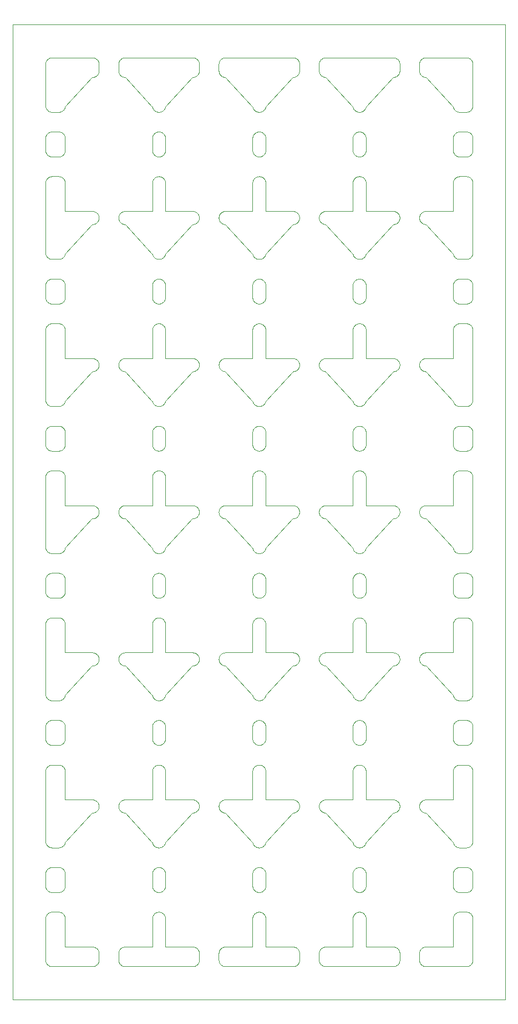
<source format=gbr>
%TF.GenerationSoftware,KiCad,Pcbnew,9.0.3*%
%TF.CreationDate,2025-07-24T13:44:45-05:00*%
%TF.ProjectId,panel,70616e65-6c2e-46b6-9963-61645f706362,rev?*%
%TF.SameCoordinates,Original*%
%TF.FileFunction,Profile,NP*%
%FSLAX46Y46*%
G04 Gerber Fmt 4.6, Leading zero omitted, Abs format (unit mm)*
G04 Created by KiCad (PCBNEW 9.0.3) date 2025-07-24 13:44:45*
%MOMM*%
%LPD*%
G01*
G04 APERTURE LIST*
%TA.AperFunction,Profile*%
%ADD10C,0.100000*%
%TD*%
G04 APERTURE END LIST*
D10*
X142710899Y-95027144D02*
X142673770Y-94995116D01*
X147504810Y-156102905D02*
X147510812Y-156054240D01*
X157750256Y-93825779D02*
X157772302Y-93781981D01*
X134186505Y-84046836D02*
X134180503Y-84095501D01*
X143101920Y-72805998D02*
X143054663Y-72792921D01*
X178207655Y-122434150D02*
X178186056Y-122389238D01*
X147558397Y-133446302D02*
X147576044Y-133400554D01*
X115925648Y-149104840D02*
X115941029Y-149058281D01*
X118686036Y-36709886D02*
X118714269Y-36749975D01*
X164171010Y-122917560D02*
X164123772Y-122933440D01*
X138913963Y-117495168D02*
X138873563Y-117521622D01*
X148695895Y-58743154D02*
X148743737Y-58753897D01*
X134049186Y-148881246D02*
X134073355Y-148923909D01*
X118126369Y-43141918D02*
X118173626Y-43154996D01*
X148028074Y-65647909D02*
X148071872Y-65625863D01*
X164612088Y-43515875D02*
X164640321Y-43555964D01*
X139149062Y-71239834D02*
X139177295Y-71279923D01*
X149303404Y-110769782D02*
X149331637Y-110809871D01*
X132331380Y-32848590D02*
X132305414Y-32806053D01*
X180999407Y-144867759D02*
X180975238Y-144910423D01*
X173579725Y-160583858D02*
X173625473Y-160566211D01*
X127653673Y-160583858D02*
X127699421Y-160566211D01*
X127522385Y-48560098D02*
X127565048Y-48535929D01*
X118882632Y-70823690D02*
X118882902Y-70834692D01*
X147763613Y-145093608D02*
X147729728Y-145057007D01*
X118052086Y-145384665D02*
X118002638Y-145390865D01*
X118545523Y-122743928D02*
X118506571Y-122775012D01*
X173815442Y-160518626D02*
X173864106Y-160512624D01*
X147758790Y-65858061D02*
X147792600Y-65822548D01*
X178921472Y-107346690D02*
X178873630Y-107335947D01*
X127565048Y-115789836D02*
X127608846Y-115767790D01*
X180789255Y-62271158D02*
X180752126Y-62303185D01*
X147758790Y-148723947D02*
X147792600Y-148688435D01*
X132281175Y-100015344D02*
X132259601Y-99970372D01*
X118824234Y-88610364D02*
X118839615Y-88656923D01*
X169300578Y-115730273D02*
X169346326Y-115747920D01*
X169362735Y-140006831D02*
X169318004Y-140025028D01*
X139154777Y-50006288D02*
X139125450Y-50044654D01*
X158226214Y-160603728D02*
X158271041Y-160583858D01*
X138337424Y-95262832D02*
X134199737Y-99748021D01*
X163310207Y-145274063D02*
X163267055Y-145249134D01*
X148718532Y-33286162D02*
X148669454Y-33294820D01*
X154612609Y-94540633D02*
X154597683Y-94586559D01*
X180949005Y-32862004D02*
X180920772Y-32902093D01*
X164516083Y-65822548D02*
X164549893Y-65858061D01*
X115887442Y-111266967D02*
X115893444Y-111218302D01*
X142350468Y-161408894D02*
X142356470Y-161360230D01*
X139269613Y-161124513D02*
X139287260Y-161170261D01*
X142487787Y-72350526D02*
X142463618Y-72307863D01*
X154097850Y-95150555D02*
X154054051Y-95170893D01*
X162808684Y-48405696D02*
X162808684Y-44110991D01*
X116210744Y-148654624D02*
X116247873Y-148622597D01*
X133932525Y-84619804D02*
X133898715Y-84655316D01*
X138346645Y-160507814D02*
X138395676Y-160509017D01*
X134077217Y-100059960D02*
X134051251Y-100102497D01*
X123899016Y-27507562D02*
X123873531Y-27548580D01*
X123327968Y-160550830D02*
X123374526Y-160566211D01*
X148232882Y-33275068D02*
X148184911Y-33261564D01*
X147576044Y-81758627D02*
X147595914Y-81713800D01*
X180752126Y-36532752D02*
X180789255Y-36564779D01*
X118871819Y-133636271D02*
X118877821Y-133684936D01*
X132287230Y-104131769D02*
X132309276Y-104087971D01*
X116141422Y-126305978D02*
X116175232Y-126270466D01*
X172967836Y-138990925D02*
X172973838Y-138942261D01*
X163212580Y-132980451D02*
X163252669Y-132952217D01*
X147916091Y-100385857D02*
X147875617Y-100356707D01*
X132191316Y-61530936D02*
X132191316Y-59722970D01*
X133932525Y-59052071D02*
X133964553Y-59089199D01*
X118623841Y-59052071D02*
X118655869Y-59089199D01*
X134132918Y-36968436D02*
X134148299Y-37014995D01*
X164808684Y-104558908D02*
X164808684Y-106366874D01*
X116210744Y-110624676D02*
X116247873Y-110592649D01*
X138860246Y-160649943D02*
X138901672Y-160676176D01*
X149331637Y-126421851D02*
X149357870Y-126463277D01*
X116499331Y-155277868D02*
X116545079Y-155260222D01*
X127608846Y-72740023D02*
X127565048Y-72717977D01*
X134191316Y-70823690D02*
X134191586Y-70834692D01*
X127889390Y-138100657D02*
X127938054Y-138094655D01*
X178689240Y-58819873D02*
X178734067Y-58800003D01*
X149450642Y-144761274D02*
X149431311Y-144807207D01*
X153654172Y-28000598D02*
X153646125Y-28008907D01*
X147726762Y-129418614D02*
X147696595Y-129379958D01*
X118740502Y-133269266D02*
X118764671Y-133311930D01*
X142604448Y-71164050D02*
X142638258Y-71128538D01*
X164765667Y-126686871D02*
X164778744Y-126734128D01*
X123592988Y-25168362D02*
X123633077Y-25196595D01*
X164404787Y-152005228D02*
X164364698Y-152033462D01*
X164075801Y-122946944D02*
X164027216Y-122958038D01*
X178561353Y-62361586D02*
X178521264Y-62333352D01*
X118714269Y-84503931D02*
X118686036Y-84544020D01*
X133241334Y-62528744D02*
X133192303Y-62529948D01*
X154427579Y-138455086D02*
X154457746Y-138493741D01*
X147517379Y-144665733D02*
X147505154Y-144617364D01*
X158226214Y-93349821D02*
X158271041Y-93329951D01*
X133021734Y-122966677D02*
X132972616Y-122958004D01*
X133043732Y-107355073D02*
X132995420Y-107346690D01*
X173221816Y-117343763D02*
X173189788Y-117306634D01*
X118478735Y-152005228D02*
X118438646Y-152033462D01*
X178105120Y-115671875D02*
X178116122Y-115671605D01*
X118220184Y-62471550D02*
X118173626Y-62486931D01*
X143008105Y-115730273D02*
X143054663Y-115714892D01*
X164776344Y-77460527D02*
X164759326Y-77507367D01*
X123744373Y-25292600D02*
X123778183Y-25328112D01*
X164280609Y-58841919D02*
X164323272Y-58866088D01*
X178755041Y-78081622D02*
X178708654Y-78063407D01*
X154009320Y-27935183D02*
X153963762Y-27951198D01*
X127233569Y-71239834D02*
X127263736Y-71201179D01*
X133774800Y-100386146D02*
X133732944Y-100413196D01*
X132595212Y-39915383D02*
X132556557Y-39885216D01*
X149489187Y-126830281D02*
X149495189Y-126878946D01*
X157659152Y-94154987D02*
X157665154Y-94106323D01*
X147499729Y-115670630D02*
X147499999Y-115659628D01*
X180789255Y-39853189D02*
X180752126Y-39885216D01*
X148647583Y-36316802D02*
X148695895Y-36325185D01*
X133705904Y-152059694D02*
X133663241Y-152083863D01*
X153823198Y-140075641D02*
X153775412Y-140082602D01*
X153704360Y-115673079D02*
X153753261Y-115676686D01*
X148401080Y-65534759D02*
X148449981Y-65531151D01*
X118197720Y-78097502D02*
X118149749Y-78111006D01*
X123232869Y-70855133D02*
X123280711Y-70865877D01*
X116368043Y-100417767D02*
X116326617Y-100391534D01*
X180713471Y-152005228D02*
X180673382Y-152033462D01*
X147491578Y-32494114D02*
X143353891Y-28008925D01*
X116000592Y-66058023D02*
X116024761Y-66015359D01*
X149134758Y-62303185D02*
X149096103Y-62333352D01*
X138561908Y-95230441D02*
X138514514Y-95239703D01*
X148162447Y-88006315D02*
X148209005Y-87990934D01*
X169061945Y-48422779D02*
X169110609Y-48428781D01*
X178116915Y-77339128D02*
X178108963Y-77330070D01*
X149357870Y-151716412D02*
X149331637Y-151757838D01*
X132875982Y-145351333D02*
X132828708Y-145335427D01*
X133092396Y-87952728D02*
X133141297Y-87949120D01*
X172964229Y-49367950D02*
X172967836Y-49319049D01*
X133261626Y-33304746D02*
X133211793Y-33305989D01*
X162827879Y-104364001D02*
X162838623Y-104316159D01*
X123300116Y-50382961D02*
X123253224Y-50394503D01*
X118813943Y-77553300D02*
X118792344Y-77598212D01*
X115958676Y-59340658D02*
X115978546Y-59295831D01*
X138990695Y-50182654D02*
X138953037Y-50212885D01*
X115925648Y-25709005D02*
X115941029Y-25662447D01*
X118381108Y-55602187D02*
X118336766Y-55624932D01*
X133482310Y-40068962D02*
X133435053Y-40082040D01*
X162948748Y-77684528D02*
X162922782Y-77641991D01*
X127047786Y-49565552D02*
X127041784Y-49516888D01*
X148449981Y-110367089D02*
X148499012Y-110365886D01*
X157750256Y-117100003D02*
X157730386Y-117055176D01*
X127079990Y-49126974D02*
X127095371Y-49080416D01*
X163612788Y-103579092D02*
X163661100Y-103570709D01*
X127793236Y-93283846D02*
X127841078Y-93273102D01*
X178259497Y-148881246D02*
X178285730Y-148839820D01*
X116210744Y-133042645D02*
X116247873Y-133010618D01*
X154649675Y-139187285D02*
X154643853Y-139235223D01*
X149500000Y-149394846D02*
X149500000Y-151202812D01*
X117981551Y-43116790D02*
X118030215Y-43122792D01*
X163380556Y-65625863D02*
X163425383Y-65605992D01*
X164480571Y-133042645D02*
X164516083Y-133076455D01*
X116881644Y-103559896D02*
X117883619Y-103559896D01*
X149303404Y-129379958D02*
X149273237Y-129418614D01*
X173815442Y-27989187D02*
X173767130Y-27980804D01*
X132196126Y-88848998D02*
X132202128Y-88800333D01*
X180920772Y-144991938D02*
X180890605Y-145030593D01*
X181117368Y-61530936D02*
X181116164Y-61579966D01*
X118397220Y-84805787D02*
X118354557Y-84829956D01*
X163809671Y-148395834D02*
X163858702Y-148397038D01*
X115958676Y-61913248D02*
X115941029Y-61867501D01*
X118078527Y-103579092D02*
X118126369Y-103589835D01*
X116050994Y-126421851D02*
X116079227Y-126381762D01*
X157665154Y-161360230D02*
X157673537Y-161311918D01*
X178376158Y-59052071D02*
X178409968Y-59016559D01*
X138608800Y-117636868D02*
X138561908Y-117648410D01*
X127205336Y-27556014D02*
X127179103Y-27514588D01*
X148908713Y-55645438D02*
X148862326Y-55663653D01*
X116210744Y-129525065D02*
X116175232Y-129491254D01*
X133994720Y-126381762D02*
X134022953Y-126421851D01*
X139125450Y-94880592D02*
X139094304Y-94917496D01*
X115893444Y-77289511D02*
X115887442Y-77240846D01*
X163809671Y-40111979D02*
X163807696Y-40111979D01*
X178128180Y-43964395D02*
X178136563Y-43916084D01*
X118265932Y-65605992D02*
X118310759Y-65625863D01*
X163956267Y-155212637D02*
X164004579Y-155221020D01*
X173448437Y-50275839D02*
X173407011Y-50249606D01*
X149382039Y-133311930D02*
X149404085Y-133355727D01*
X132875982Y-78097426D02*
X132828708Y-78081520D01*
X163471131Y-40053581D02*
X163425383Y-40035934D01*
X142604448Y-93582019D02*
X142638258Y-93546507D01*
X139017545Y-138348635D02*
X139053057Y-138382445D01*
X178482609Y-36532752D02*
X178521264Y-36502585D01*
X142364853Y-49222073D02*
X142375597Y-49174231D01*
X164217397Y-122899345D02*
X164171010Y-122917560D01*
X173971242Y-28008907D02*
X173963180Y-28000582D01*
X132387911Y-36709886D02*
X132418078Y-36671230D01*
X127402215Y-71062700D02*
X127440870Y-71032533D01*
X133043732Y-65540761D02*
X133092396Y-65534759D01*
X153991894Y-138148242D02*
X154037642Y-138165889D01*
X180920772Y-77738031D02*
X180890605Y-77776686D01*
X138901672Y-138258207D02*
X138941761Y-138286440D01*
X180949005Y-129339869D02*
X180920772Y-129379958D01*
X118623841Y-84619804D02*
X118590031Y-84655316D01*
X139231174Y-27465361D02*
X139207700Y-27507562D01*
X157881104Y-94888665D02*
X157850937Y-94850010D01*
X110882632Y-20012272D02*
X110882632Y-168495541D01*
X116141422Y-122649752D02*
X116109394Y-122612624D01*
X118244958Y-55663653D02*
X118197720Y-55679533D01*
X132421044Y-100221069D02*
X132389027Y-100182823D01*
X118381108Y-78020156D02*
X118336766Y-78042901D01*
X133409848Y-55704131D02*
X133360770Y-55712789D01*
X168964013Y-48417969D02*
X169013044Y-48419172D01*
X149096103Y-39915383D02*
X149056014Y-39943617D01*
X133994720Y-59127855D02*
X134022953Y-59167944D01*
X178128180Y-149248250D02*
X178136563Y-149199939D01*
X116686736Y-125997061D02*
X116735048Y-125988678D01*
X139344454Y-25949981D02*
X139345658Y-25999012D01*
X147504810Y-82043008D02*
X147510812Y-81994343D01*
X149470060Y-37062252D02*
X149480804Y-37110094D01*
X134191316Y-83948905D02*
X134190112Y-83997935D01*
X118438646Y-132952217D02*
X118478735Y-132980451D01*
X164765667Y-37014995D02*
X164778744Y-37062252D01*
X118126369Y-126007804D02*
X118173626Y-126020882D01*
X154222647Y-139913137D02*
X154182247Y-139939591D01*
X132192519Y-88897898D02*
X132196126Y-88848998D01*
X143149762Y-163488618D02*
X143101920Y-163477874D01*
X143149762Y-140070649D02*
X143101920Y-140059905D01*
X127365086Y-71094728D02*
X127402215Y-71062700D01*
X138444577Y-138094655D02*
X138493241Y-138100657D01*
X142514020Y-116115861D02*
X142542253Y-116075772D01*
X132191316Y-111364898D02*
X132192519Y-111315867D01*
X142917530Y-138185759D02*
X142962357Y-138165889D01*
X138561908Y-27976534D02*
X138514514Y-27985796D01*
X148928127Y-81237842D02*
X148971925Y-81259888D01*
X169406534Y-117568524D02*
X169362735Y-117588862D01*
X118438646Y-148564196D02*
X118478735Y-148592430D01*
X149041628Y-122831165D02*
X148998476Y-122856094D01*
X132202128Y-151349408D02*
X132196126Y-151300743D01*
X143054663Y-160550830D02*
X143101920Y-160537753D01*
X143295639Y-160509017D02*
X143344670Y-160507814D01*
X162948284Y-55265840D02*
X162922334Y-55223244D01*
X123963187Y-49795772D02*
X123943897Y-49840043D01*
X162808684Y-133782867D02*
X162809887Y-133733836D01*
X173189788Y-139724603D02*
X173159621Y-139685948D01*
X133290235Y-103564707D02*
X133338899Y-103570709D01*
X143008105Y-95195509D02*
X142962357Y-95177862D01*
X148281300Y-145375973D02*
X148232675Y-145364860D01*
X118824234Y-129121408D02*
X118806587Y-129167155D01*
X148743737Y-103589835D02*
X148790994Y-103602913D01*
X162827879Y-133587960D02*
X162838623Y-133540118D01*
X115883835Y-37255971D02*
X115887442Y-37207070D01*
X115882632Y-149394846D02*
X115883835Y-149345816D01*
X164778744Y-59480221D02*
X164789488Y-59528063D01*
X138444577Y-93258717D02*
X138493241Y-93264719D01*
X138493241Y-138100657D02*
X138541553Y-138109040D01*
X123868611Y-138533830D02*
X123894844Y-138575256D01*
X142356470Y-71688354D02*
X142364853Y-71640042D01*
X127263736Y-27634758D02*
X127233569Y-27596103D01*
X118881428Y-66479929D02*
X118882632Y-66528960D01*
X123232869Y-25019195D02*
X123280711Y-25029939D01*
X142487787Y-116157287D02*
X142514020Y-116115861D01*
X116079227Y-122573969D02*
X116050994Y-122533880D01*
X149096103Y-126174461D02*
X149134758Y-126204628D01*
X116079227Y-155605720D02*
X116109394Y-155567065D01*
X148001148Y-122855889D02*
X147957969Y-122830920D01*
X132196126Y-82043008D02*
X132202128Y-81994343D01*
X116000592Y-32777914D02*
X115978546Y-32734117D01*
X115893444Y-104412312D02*
X115901827Y-104364001D01*
X147696595Y-59127855D02*
X147726762Y-59089199D01*
X169772145Y-117260195D02*
X169742818Y-117298561D01*
X164480571Y-36564779D02*
X164516083Y-36598590D01*
X169952213Y-116524292D02*
X169958215Y-116572956D01*
X143008105Y-50359571D02*
X142962357Y-50341924D01*
X132923991Y-122946891D02*
X132875982Y-122933364D01*
X148669454Y-100548727D02*
X148620006Y-100554927D01*
X162808231Y-144593035D02*
X162800279Y-144583977D01*
X133826074Y-39885216D02*
X133787419Y-39915383D01*
X118397220Y-126119995D02*
X118438646Y-126146227D01*
X123894844Y-160993225D02*
X123919013Y-161035888D01*
X127233569Y-94850010D02*
X127205336Y-94809921D01*
X164350312Y-122831165D02*
X164307160Y-122856094D01*
X147698191Y-55347487D02*
X147668118Y-55307748D01*
X178235328Y-88475992D02*
X178259497Y-88433328D01*
X127154934Y-48946043D02*
X127179103Y-48903380D01*
X147501203Y-39161997D02*
X147500000Y-39112967D01*
X132676727Y-155343953D02*
X132719390Y-155319785D01*
X169963026Y-139090832D02*
X169961858Y-139139121D01*
X178575739Y-77995227D02*
X178533883Y-77968177D01*
X149014588Y-103702026D02*
X149056014Y-103728258D01*
X134132918Y-149058281D02*
X134148299Y-149104840D01*
X142514020Y-160951799D02*
X142542253Y-160911710D01*
X173159621Y-48821865D02*
X173189788Y-48783210D01*
X163038892Y-77803646D02*
X163006875Y-77765456D01*
X180313263Y-25019195D02*
X180361105Y-25029939D01*
X147726762Y-107000645D02*
X147696595Y-106961989D01*
X169406534Y-50314617D02*
X169362735Y-50334955D01*
X134148299Y-111074892D02*
X134161376Y-111122149D01*
X149489187Y-61677532D02*
X149480804Y-61725843D01*
X178118571Y-106415904D02*
X178117368Y-106366874D01*
X173625473Y-93312304D02*
X173672031Y-93296923D01*
X134095401Y-148967707D02*
X134115271Y-149012534D01*
X173291138Y-48676759D02*
X173328267Y-48644731D01*
X132556557Y-84721154D02*
X132519428Y-84689127D01*
X164516083Y-126270466D02*
X164549893Y-126305978D01*
X181074351Y-111074892D02*
X181087428Y-111122149D01*
X116210744Y-155460614D02*
X116247873Y-155428587D01*
X162884728Y-84331217D02*
X162867081Y-84285470D01*
X133689792Y-100438125D02*
X133645450Y-100460870D01*
X149171887Y-88206707D02*
X149207399Y-88240517D01*
X164364698Y-132952217D02*
X164404787Y-132980451D01*
X123508899Y-48535929D02*
X123551562Y-48560098D01*
X127440870Y-25196595D02*
X127480959Y-25168362D01*
X138395676Y-93255110D02*
X138444577Y-93258717D01*
X164350312Y-100413196D02*
X164307160Y-100438125D01*
X116591637Y-87990934D02*
X116638894Y-87977856D01*
X168954792Y-117680801D02*
X164817105Y-122165990D01*
X158316789Y-93312304D02*
X158363347Y-93296923D01*
X158410604Y-93283846D02*
X158458446Y-93273102D01*
X178521264Y-110562482D02*
X178561353Y-110534248D01*
X162827879Y-128979750D02*
X162819496Y-128931439D01*
X118882854Y-99757546D02*
X118877599Y-99780676D01*
X132519428Y-110624676D02*
X132556557Y-110592649D01*
X132782602Y-55645438D02*
X132737181Y-55624932D01*
X142388674Y-93962912D02*
X142404055Y-93916354D01*
X169061945Y-160512624D02*
X169110609Y-160518626D01*
X157822704Y-48861954D02*
X157850937Y-48821865D01*
X149423955Y-133400554D02*
X149441602Y-133446302D01*
X148815088Y-122933440D02*
X148767117Y-122946944D01*
X115901827Y-37110094D02*
X115912571Y-37062252D01*
X180789255Y-88206707D02*
X180824767Y-88240517D01*
X178645442Y-88065878D02*
X178689240Y-88043832D01*
X116783712Y-81146738D02*
X116832613Y-81143131D01*
X138817583Y-48535929D02*
X138860246Y-48560098D01*
X147729728Y-122639038D02*
X147697711Y-122600792D01*
X117981551Y-110370697D02*
X118030215Y-110376699D01*
X148209005Y-84904900D02*
X148162447Y-84889519D01*
X127066913Y-162751551D02*
X127056169Y-162703709D01*
X149359935Y-32848590D02*
X149331881Y-32889779D01*
X133190328Y-107365886D02*
X133141297Y-107364682D01*
X148500987Y-87947917D02*
X148550018Y-87949120D01*
X115901827Y-66334053D02*
X115912571Y-66286211D01*
X164004579Y-65549144D02*
X164052421Y-65559887D01*
X148971925Y-43229940D02*
X149014588Y-43254108D01*
X169906367Y-139422497D02*
X169889239Y-139467648D01*
X173189788Y-93619148D02*
X173221816Y-93582019D01*
X178118571Y-88897898D02*
X178122178Y-88848998D01*
X158630091Y-50417397D02*
X158604323Y-50416765D01*
X139335169Y-49563347D02*
X139327037Y-49610949D01*
X164759326Y-32671429D02*
X164739995Y-32717362D01*
X132566933Y-77938738D02*
X132527965Y-77907604D01*
X169179276Y-117648410D02*
X169131882Y-117657672D01*
X118101164Y-55704131D02*
X118052086Y-55712789D01*
X149508404Y-144583978D02*
X149500445Y-144593046D01*
X157684281Y-49174231D02*
X157697358Y-49126974D01*
X180858577Y-155529937D02*
X180890605Y-155567065D01*
X162867081Y-43774426D02*
X162884728Y-43728678D01*
X173407011Y-117503513D02*
X173366922Y-117475280D01*
X178521264Y-43308575D02*
X178561353Y-43280341D01*
X172964229Y-94303925D02*
X172963026Y-94254894D01*
X116210744Y-62271158D02*
X116175232Y-62237347D01*
X147758790Y-36634102D02*
X147792600Y-36598590D01*
X149441602Y-39449532D02*
X149423955Y-39495279D01*
X118882632Y-156200836D02*
X118882632Y-160495541D01*
X147595914Y-61958075D02*
X147576044Y-61913248D01*
X132719390Y-126095826D02*
X132763188Y-126073780D01*
X133932525Y-107037773D02*
X133898715Y-107073285D01*
X149207399Y-62237347D02*
X149171887Y-62271158D01*
X181087428Y-66286211D02*
X181098172Y-66334053D01*
X178128180Y-106513470D02*
X178122178Y-106464805D01*
X149489187Y-104412312D02*
X149495189Y-104460977D01*
X132450106Y-43440092D02*
X132483916Y-43404579D01*
X134095401Y-66101820D02*
X134115271Y-66146647D01*
X134191538Y-77339577D02*
X134186283Y-77362707D01*
X142356470Y-25852416D02*
X142364853Y-25804104D01*
X116024761Y-59209370D02*
X116050994Y-59167944D01*
X132455407Y-33004253D02*
X132421524Y-32967708D01*
X163758665Y-155203027D02*
X163807696Y-155201824D01*
X138990695Y-95018592D02*
X138953037Y-95048823D01*
X163005279Y-62126051D02*
X162977046Y-62085962D01*
X138789166Y-50314617D02*
X138745367Y-50334955D01*
X132287230Y-106794013D02*
X132267360Y-106749186D01*
X173864106Y-70840748D02*
X173913007Y-70837141D01*
X180361105Y-84917978D02*
X180313263Y-84928721D01*
X115887442Y-122076784D02*
X115883835Y-122027884D01*
X164549893Y-88276030D02*
X164581921Y-88313158D01*
X169406534Y-95150555D02*
X169362735Y-95170893D01*
X173767130Y-50398773D02*
X173719288Y-50388029D01*
X127066913Y-49174231D02*
X127079990Y-49126974D01*
X139182215Y-27548580D02*
X139154777Y-27588319D01*
X149273237Y-151836583D02*
X149241209Y-151873711D01*
X142789643Y-95085544D02*
X142749554Y-95057311D01*
X163471131Y-43170377D02*
X163517689Y-43154996D01*
X162904598Y-88519789D02*
X162926644Y-88475992D01*
X118786717Y-129211982D02*
X118764671Y-129255780D01*
X118265932Y-81217972D02*
X118310759Y-81237842D01*
X116286528Y-155398420D02*
X116326617Y-155370186D01*
X163858702Y-152200620D02*
X163809671Y-152201824D01*
X178521264Y-103756492D02*
X178561353Y-103728258D01*
X127263736Y-117306634D02*
X127233569Y-117267979D01*
X148449981Y-129782651D02*
X148401080Y-129779044D01*
X178409968Y-84655316D02*
X178376158Y-84619804D01*
X164797871Y-104412312D02*
X164803873Y-104460977D01*
X143149762Y-138109040D02*
X143198074Y-138100657D01*
X142572420Y-94888665D02*
X142542253Y-94850010D01*
X154210356Y-138258207D02*
X154250445Y-138286440D01*
X163758665Y-125979069D02*
X163807696Y-125977865D01*
X115941029Y-84285470D02*
X115925648Y-84238911D01*
X115882632Y-39112967D02*
X115882632Y-37305001D01*
X178175765Y-88610364D02*
X178193412Y-88564616D01*
X153991894Y-70894335D02*
X154037642Y-70911982D01*
X118078527Y-110385082D02*
X118126369Y-110395825D01*
X172973838Y-71688354D02*
X172982221Y-71640042D01*
X132607407Y-122803826D02*
X132566933Y-122774676D01*
X162858041Y-99925336D02*
X162841023Y-99878496D01*
X178663233Y-122878839D02*
X178618891Y-122856094D01*
X158098327Y-50249606D02*
X158058238Y-50221373D01*
X180631956Y-62387818D02*
X180589293Y-62411987D01*
X133387211Y-36325185D02*
X133435053Y-36335928D01*
X163758665Y-65531151D02*
X163807696Y-65529948D01*
X133993124Y-32929518D02*
X133961107Y-32967708D01*
X162808684Y-160495541D02*
X162808684Y-156200836D01*
X142463618Y-117143801D02*
X142441572Y-117100003D01*
X149273237Y-59089199D02*
X149303404Y-59127855D01*
X178117368Y-128784843D02*
X178117368Y-126976877D01*
X149500000Y-61530936D02*
X149498796Y-61579966D01*
X123995241Y-49704695D02*
X123980315Y-49750621D01*
X173962485Y-50418247D02*
X173939457Y-50417691D01*
X157655545Y-49367950D02*
X157659152Y-49319049D01*
X143246738Y-163503003D02*
X143198074Y-163497001D01*
X118850292Y-32624589D02*
X118833274Y-32671429D01*
X180752126Y-129557092D02*
X180713471Y-129587259D01*
X162867081Y-59386405D02*
X162884728Y-59340658D01*
X147903896Y-129587259D02*
X147865241Y-129557092D01*
X133663241Y-65647909D02*
X133705904Y-65672077D01*
X116832613Y-122976662D02*
X116783712Y-122973054D01*
X154536381Y-116199950D02*
X154558427Y-116243748D01*
X127179103Y-117186464D02*
X127154934Y-117143801D01*
X118852692Y-88704180D02*
X118863436Y-88752022D01*
X180752126Y-110592649D02*
X180789255Y-110624676D01*
X139203528Y-25485411D02*
X139227697Y-25528074D01*
X142873732Y-160625774D02*
X142917530Y-160603728D01*
X163294095Y-39969849D02*
X163252669Y-39943617D01*
X132995420Y-65549144D02*
X133043732Y-65540761D01*
X147668362Y-88391902D02*
X147696595Y-88351813D01*
X132196126Y-151300743D02*
X132192519Y-151251842D01*
X178521264Y-81338523D02*
X178561353Y-81310289D01*
X147903896Y-155398420D02*
X147943985Y-155370186D01*
X154485979Y-160951799D02*
X154512212Y-160993225D01*
X133815255Y-145192981D02*
X133774800Y-145222084D01*
X163978138Y-145384665D02*
X163928690Y-145390865D01*
X149083484Y-55550208D02*
X149041628Y-55577258D01*
X116210744Y-107107096D02*
X116175232Y-107073285D01*
X180454920Y-36364387D02*
X180500668Y-36382034D01*
X163471131Y-58782356D02*
X163517689Y-58766975D01*
X133435053Y-107335947D02*
X133387211Y-107346690D01*
X134161376Y-88704180D02*
X134172120Y-88752022D01*
X128012723Y-140089273D02*
X127986955Y-140088641D01*
X178213282Y-126549738D02*
X178235328Y-126505940D01*
X180361105Y-107335947D02*
X180313263Y-107346690D01*
X158058238Y-117475280D02*
X158019583Y-117445113D01*
X178602779Y-103702026D02*
X178645442Y-103677857D01*
X132528424Y-33072052D02*
X132491069Y-33039063D01*
X169704235Y-160835926D02*
X169736263Y-160873055D01*
X158226214Y-95157992D02*
X158182416Y-95135946D01*
X133705904Y-62387818D02*
X133663241Y-62411987D01*
X178117097Y-70834692D02*
X178117367Y-70823690D01*
X153917484Y-95218899D02*
X153870592Y-95230441D01*
X163035446Y-65895189D02*
X163067474Y-65858061D01*
X118850292Y-99878496D02*
X118833274Y-99925336D01*
X163807696Y-148395834D02*
X163809671Y-148395834D01*
X133863203Y-129525065D02*
X133826074Y-129557092D01*
X180167386Y-58725162D02*
X180216287Y-58728769D01*
X115941029Y-162845366D02*
X115925648Y-162798808D01*
X134199720Y-122166009D02*
X134191761Y-122175077D01*
X149359935Y-100102497D02*
X149331881Y-100143686D01*
X154457746Y-138493741D02*
X154485979Y-138533830D01*
X163517689Y-36349006D02*
X163564946Y-36335928D01*
X163517689Y-129740838D02*
X163471131Y-129725457D01*
X158410604Y-27970060D02*
X158363347Y-27956983D01*
X162808684Y-104558908D02*
X162809887Y-104509878D01*
X133360770Y-100548727D02*
X133311322Y-100554927D01*
X132450106Y-59052071D02*
X132483916Y-59016559D01*
X178921472Y-155221020D02*
X178969784Y-155212637D01*
X169921293Y-94540633D02*
X169906367Y-94586559D01*
X118655869Y-88313158D02*
X118686036Y-88351813D01*
X127938054Y-70840748D02*
X127986955Y-70837141D01*
X148928127Y-110461801D02*
X148971925Y-110483847D01*
X132763188Y-81237842D02*
X132808015Y-81217972D01*
X180673382Y-103728258D02*
X180713471Y-103756492D01*
X118220184Y-110424284D02*
X118265932Y-110441930D01*
X133994720Y-151797927D02*
X133964553Y-151836583D01*
X127745979Y-115714892D02*
X127793236Y-115701815D01*
X132221255Y-133540118D02*
X132234332Y-133492861D01*
X147543016Y-151492818D02*
X147529939Y-151445561D01*
X178147307Y-129027592D02*
X178136563Y-128979750D01*
X133290235Y-132788666D02*
X133338899Y-132794668D01*
X148954134Y-145296808D02*
X148908713Y-145317314D01*
X118397220Y-58866088D02*
X118438646Y-58892320D01*
X133964553Y-84582676D02*
X133932525Y-84619804D01*
X147668362Y-151757838D02*
X147642129Y-151716412D01*
X132483916Y-62237347D02*
X132450106Y-62201835D01*
X163173925Y-148622597D02*
X163212580Y-148592430D01*
X148883300Y-155277868D02*
X148928127Y-155297739D01*
X162904598Y-155773696D02*
X162926644Y-155729899D01*
X178802279Y-55679533D02*
X178755041Y-55663653D01*
X147943985Y-107197524D02*
X147903896Y-107169290D01*
X154210356Y-163339451D02*
X154168930Y-163365684D01*
X178826373Y-155244841D02*
X178873630Y-155231763D01*
X143295639Y-72834734D02*
X143246738Y-72831127D01*
X142356470Y-27147583D02*
X142350468Y-27098919D01*
X147642129Y-110851297D02*
X147668362Y-110809871D01*
X149498796Y-149345816D02*
X149500000Y-149394846D01*
X169434951Y-70953898D02*
X169477614Y-70978067D01*
X178117368Y-93241634D02*
X178117368Y-88946929D01*
X118839615Y-133492861D02*
X118852692Y-133540118D01*
X164323272Y-84805787D02*
X164280609Y-84829956D01*
X154612609Y-139376571D02*
X154597683Y-139422497D01*
X116499331Y-122901821D02*
X116454504Y-122881950D01*
X115912571Y-88704180D02*
X115925648Y-88656923D01*
X123253224Y-117648410D02*
X123205830Y-117657672D01*
X133932525Y-36634102D02*
X133964553Y-36671230D01*
X133619443Y-58819873D02*
X133663241Y-58841919D01*
X116638894Y-55694019D02*
X116591637Y-55680941D01*
X133506404Y-145351409D02*
X133458433Y-145364913D01*
X133898715Y-110658486D02*
X133932525Y-110693999D01*
X179018448Y-132788666D02*
X179067349Y-132785058D01*
X178445480Y-39853189D02*
X178409968Y-39819378D01*
X118871819Y-43964395D02*
X118877821Y-44013060D01*
X169943830Y-138893949D02*
X169952213Y-138942261D01*
X164027216Y-122958038D02*
X163978138Y-122966696D01*
X180789255Y-151943034D02*
X180752126Y-151975061D01*
X118786717Y-133355727D02*
X118806587Y-133400554D01*
X123919013Y-25528074D02*
X123941059Y-25571872D01*
X163067474Y-62201835D02*
X163035446Y-62164707D01*
X147668362Y-129339869D02*
X147642129Y-129298443D01*
X127522385Y-50275839D02*
X127480959Y-50249606D01*
X186117097Y-168506568D02*
X186117367Y-168495566D01*
X179116380Y-132783855D02*
X180118355Y-132783855D01*
X127889390Y-117661063D02*
X127841078Y-117652680D01*
X154222647Y-27823292D02*
X154182247Y-27849746D01*
X180118355Y-33305989D02*
X179096890Y-33305989D01*
X163612788Y-155221020D02*
X163661100Y-155212637D01*
X123873531Y-49966549D02*
X123846093Y-50006288D01*
X143198074Y-95243094D02*
X143149762Y-95234711D01*
X178826373Y-152158807D02*
X178779815Y-152143426D01*
X132450106Y-110693999D02*
X132483916Y-110658486D01*
X163310207Y-100438125D02*
X163267055Y-100413196D01*
X132635301Y-62361586D02*
X132595212Y-62333352D01*
X149456983Y-39402973D02*
X149441602Y-39449532D01*
X173938775Y-50417397D02*
X173913007Y-50416765D01*
X142350468Y-116572956D02*
X142356470Y-116524292D01*
X164612088Y-36709886D02*
X164640321Y-36749975D01*
X179096890Y-33305989D02*
X179047057Y-33304746D01*
X115883835Y-122027884D02*
X115882632Y-121978853D01*
X147576044Y-66146647D02*
X147595914Y-66101820D01*
X138789166Y-72732586D02*
X138745367Y-72752924D01*
X157881104Y-71201179D02*
X157913132Y-71164050D01*
X181058970Y-111028333D02*
X181074351Y-111074892D01*
X173448437Y-93396036D02*
X173491100Y-93371867D01*
X154580555Y-139467648D02*
X154561265Y-139511919D01*
X180975238Y-43597390D02*
X180999407Y-43640054D01*
X116832613Y-81143131D02*
X116881644Y-81141927D01*
X169013044Y-160509017D02*
X169061945Y-160512624D01*
X163612788Y-107346690D02*
X163564946Y-107335947D01*
X116247873Y-36532752D02*
X116286528Y-36502585D01*
X164732639Y-110982585D02*
X164750286Y-111028333D01*
X123993957Y-25709005D02*
X124007034Y-25756262D01*
X116141422Y-110693999D02*
X116175232Y-110658486D01*
X127793236Y-140059905D02*
X127745979Y-140046828D01*
X180975238Y-129298443D02*
X180949005Y-129339869D01*
X172963026Y-162508801D02*
X172963026Y-161506826D01*
X147500000Y-39112967D02*
X147500000Y-37305001D01*
X157913132Y-117343763D02*
X157881104Y-117306634D01*
X147590287Y-77598212D02*
X147568688Y-77553300D01*
X132234332Y-106656880D02*
X132221255Y-106609623D01*
X148162447Y-129725457D02*
X148116699Y-129707810D01*
X116000592Y-126505940D02*
X116024761Y-126463277D01*
X123718164Y-117404546D02*
X123682011Y-117436561D01*
X139303925Y-27286726D02*
X139288999Y-27332652D01*
X116175232Y-133076455D02*
X116210744Y-133042645D01*
X127938054Y-160512624D02*
X127986955Y-160509017D01*
X163956267Y-84937104D02*
X163907603Y-84943106D01*
X124026485Y-116817254D02*
X124018353Y-116864856D01*
X153850237Y-48437164D02*
X153898079Y-48447908D01*
X154512212Y-71321349D02*
X154536381Y-71364012D01*
X116499331Y-103635941D02*
X116545079Y-103618294D01*
X115941029Y-126640312D02*
X115958676Y-126594565D01*
X148001523Y-33184218D02*
X147958371Y-33159289D01*
X164807480Y-111315867D02*
X164808684Y-111364898D01*
X148184666Y-122933364D02*
X148137392Y-122917458D01*
X173962038Y-25000000D02*
X180118355Y-25000000D01*
X169434951Y-93371867D02*
X169477614Y-93396036D01*
X178122401Y-77362711D02*
X178117139Y-77339566D01*
X124035770Y-161457795D02*
X124036974Y-161506826D01*
X149056014Y-148564196D02*
X149096103Y-148592430D01*
X132607407Y-145221795D02*
X132566933Y-145192645D01*
X163212580Y-129587259D02*
X163173925Y-129557092D01*
X173913007Y-25001203D02*
X173962038Y-25000000D01*
X164808906Y-54921608D02*
X164803651Y-54944738D01*
X118590031Y-126270466D02*
X118623841Y-126305978D01*
X148499012Y-155201824D02*
X148500987Y-155201824D01*
X147617960Y-148923909D02*
X147642129Y-148881246D01*
X142917530Y-25095914D02*
X142962357Y-25076044D01*
X154635721Y-27192980D02*
X154625298Y-27240132D01*
X149331637Y-43555964D02*
X149357870Y-43597390D01*
X127233569Y-25403896D02*
X127263736Y-25365241D01*
X118478735Y-110562482D02*
X118517390Y-110592649D01*
X147876060Y-77939074D02*
X147837108Y-77907990D01*
X180713471Y-155398420D02*
X180752126Y-155428587D01*
X157730386Y-27383300D02*
X157712739Y-27337552D01*
X164004579Y-40092783D02*
X163956267Y-40101166D01*
X148379908Y-100554918D02*
X148330418Y-100548708D01*
X164789488Y-106561781D02*
X164778744Y-106609623D01*
X173131388Y-160951799D02*
X173159621Y-160911710D01*
X132454929Y-122675639D02*
X132421044Y-122639038D01*
X142831069Y-72693808D02*
X142789643Y-72667575D01*
X142749554Y-71032533D02*
X142789643Y-71004300D01*
X132305414Y-55224022D02*
X132281603Y-55180243D01*
X118197720Y-33261564D02*
X118149749Y-33275068D01*
X123708861Y-138348635D02*
X123744373Y-138382445D01*
X123184557Y-163497001D02*
X123135893Y-163503003D01*
X132450106Y-133111968D02*
X132483916Y-133076455D01*
X173767130Y-72816742D02*
X173719288Y-72805998D01*
X118590031Y-88240517D02*
X118623841Y-88276030D01*
X148862326Y-55663653D02*
X148815088Y-55679533D01*
X149056014Y-84779555D02*
X149014588Y-84805787D01*
X142350468Y-27098919D02*
X142346861Y-27050018D01*
X116247873Y-55497195D02*
X116210744Y-55465168D01*
X164516083Y-88240517D02*
X164549893Y-88276030D01*
X178135047Y-54994928D02*
X178122781Y-54946626D01*
X169206763Y-138119784D02*
X169254020Y-138132861D01*
X118101164Y-145376007D02*
X118052086Y-145384665D01*
X138953037Y-117466792D02*
X138913963Y-117495168D01*
X123708861Y-48676759D02*
X123744373Y-48710569D01*
X178445480Y-88206707D02*
X178482609Y-88174680D01*
X163380556Y-152105909D02*
X163336758Y-152083863D01*
X148304104Y-36325185D02*
X148352416Y-36316802D01*
X118478735Y-155398420D02*
X118517390Y-155428587D01*
X118863436Y-39307874D02*
X118852692Y-39355716D01*
X134190112Y-83997935D02*
X134186505Y-84046836D01*
X127047786Y-116819459D02*
X127041784Y-116770795D01*
X127653673Y-72759893D02*
X127608846Y-72740023D01*
X123682011Y-95018592D02*
X123644353Y-95048823D01*
X162976328Y-55307088D02*
X162948284Y-55265840D01*
X116326617Y-25168362D02*
X116368043Y-25142129D01*
X178313963Y-133187751D02*
X178344130Y-133149096D01*
X132595212Y-88144513D02*
X132635301Y-88116279D01*
X163399970Y-122899345D02*
X163354549Y-122878839D01*
X123508899Y-93371867D02*
X123551562Y-93396036D01*
X118824234Y-106703439D02*
X118806587Y-106749186D01*
X164480571Y-148654624D02*
X164516083Y-148688435D01*
X142375597Y-72079675D02*
X142364853Y-72031833D01*
X132418078Y-84582676D02*
X132387911Y-84544020D01*
X116109394Y-32940748D02*
X116079227Y-32902093D01*
X148116699Y-126053910D02*
X148162447Y-126036263D01*
X123752727Y-27698945D02*
X123718164Y-27732670D01*
X116247873Y-133010618D02*
X116286528Y-132980451D01*
X127522385Y-95111777D02*
X127480959Y-95085544D01*
X117883619Y-125977865D02*
X117932650Y-125979069D01*
X164099678Y-103602913D02*
X164146236Y-103618294D01*
X162809887Y-151251842D02*
X162808684Y-151202812D01*
X138817583Y-138207805D02*
X138860246Y-138231974D01*
X173407011Y-115840238D02*
X173448437Y-115814005D01*
X173021423Y-27337552D02*
X173006042Y-27290994D01*
X132192519Y-151251842D02*
X132191316Y-151202812D01*
X154653174Y-49467245D02*
X154649675Y-49515409D01*
X115978546Y-61958075D02*
X115958676Y-61913248D01*
X153963762Y-50369167D02*
X153917484Y-50382961D01*
X118517390Y-88174680D02*
X118554519Y-88206707D01*
X149200246Y-55457032D02*
X149162891Y-55490021D01*
X133994720Y-106961989D02*
X133964553Y-107000645D01*
X116109394Y-107000645D02*
X116079227Y-106961989D01*
X178175765Y-149058281D02*
X178193412Y-149012534D01*
X178128180Y-151349408D02*
X178122178Y-151300743D01*
X139249743Y-162935941D02*
X139227697Y-162979739D01*
X154250445Y-160704409D02*
X154289100Y-160734576D01*
X123816766Y-139716530D02*
X123785620Y-139753434D01*
X139345658Y-49416981D02*
X139345658Y-49418956D01*
X116141422Y-148723947D02*
X116175232Y-148688435D01*
X164712769Y-81713800D02*
X164732639Y-81758627D01*
X132676727Y-81284057D02*
X132719390Y-81259888D01*
X118310759Y-40016064D02*
X118265932Y-40035934D01*
X118786717Y-59295831D02*
X118806587Y-59340658D01*
X139125450Y-72462623D02*
X139094304Y-72499527D01*
X173962038Y-160507814D02*
X178105095Y-160507814D01*
X164690723Y-88475992D02*
X164712769Y-88519789D01*
X169559129Y-138286440D02*
X169597784Y-138316607D01*
X147499516Y-122175034D02*
X147491595Y-122166009D01*
X163612788Y-40092783D02*
X163564946Y-40082040D01*
X123785620Y-117335465D02*
X123752727Y-117370821D01*
X180361105Y-55694019D02*
X180313263Y-55704762D01*
X180500668Y-84871872D02*
X180454920Y-84889519D01*
X148598919Y-62525137D02*
X148550018Y-62528744D01*
X163858702Y-148397038D02*
X163907603Y-148400645D01*
X127699421Y-27941602D02*
X127653673Y-27923955D01*
X157796471Y-27514588D02*
X157772302Y-27471925D01*
X173006042Y-25709005D02*
X173021423Y-25662447D01*
X180313263Y-36325185D02*
X180361105Y-36335928D01*
X181041323Y-25616699D02*
X181058970Y-25662447D01*
X134049186Y-129298443D02*
X134022953Y-129339869D01*
X138873563Y-117521622D02*
X138831932Y-117546093D01*
X142542253Y-117267979D02*
X142514020Y-117227890D01*
X139177295Y-138533830D02*
X139203528Y-138575256D01*
X149480804Y-156005929D02*
X149489187Y-156054240D01*
X164581921Y-126343106D02*
X164612088Y-126381762D01*
X163212580Y-107169290D02*
X163173925Y-107139123D01*
X115941029Y-88610364D02*
X115958676Y-88564616D01*
X180589293Y-58841919D02*
X180631956Y-58866088D01*
X115958676Y-66146647D02*
X115978546Y-66101820D01*
X180361105Y-81171866D02*
X180408362Y-81184944D01*
X148790994Y-58766975D02*
X148837552Y-58782356D01*
X118424260Y-122831165D02*
X118381108Y-122856094D01*
X133932525Y-65858061D02*
X133964553Y-65895189D01*
X139303925Y-72122664D02*
X139288999Y-72168590D01*
X118740502Y-104045308D02*
X118764671Y-104087971D01*
X181098172Y-128979750D02*
X181087428Y-129027592D01*
X118220184Y-103618294D02*
X118265932Y-103635941D01*
X181087428Y-155958087D02*
X181098172Y-156005929D01*
X127113018Y-27383300D02*
X127095371Y-27337552D01*
X178482609Y-84721154D02*
X178445480Y-84689127D01*
X180118355Y-65529948D02*
X180167386Y-65531151D01*
X173006042Y-138798850D02*
X173021423Y-138752292D01*
X127132888Y-161079686D02*
X127154934Y-161035888D01*
X178997361Y-100554927D02*
X178947913Y-100548727D01*
X123941059Y-25571872D02*
X123960929Y-25616699D01*
X173815442Y-93264719D02*
X173864106Y-93258717D01*
X147519195Y-106561781D02*
X147510812Y-106513470D01*
X172982221Y-71640042D02*
X172992965Y-71592200D01*
X118554519Y-81400717D02*
X118590031Y-81434528D01*
X169961822Y-49367950D02*
X169963026Y-49416981D01*
X149382039Y-36834064D02*
X149404085Y-36877862D01*
X118173626Y-152158807D02*
X118126369Y-152171885D01*
X116735048Y-152191011D02*
X116686736Y-152182628D01*
X168987782Y-50417686D02*
X168963551Y-50418263D01*
X178193412Y-155818523D02*
X178213282Y-155773696D01*
X142789643Y-139921482D02*
X142749554Y-139893249D01*
X138395676Y-48419172D02*
X138444577Y-48422779D01*
X178376158Y-103888009D02*
X178409968Y-103852497D01*
X142710899Y-117445113D02*
X142673770Y-117413085D01*
X138466728Y-95246664D02*
X138418661Y-95251308D01*
X164640321Y-39667993D02*
X164612088Y-39708082D01*
X133600029Y-55645438D02*
X133553642Y-55663653D01*
X149241209Y-39783866D02*
X149207399Y-39819378D01*
X178344130Y-65895189D02*
X178376158Y-65858061D01*
X178689240Y-110461801D02*
X178734067Y-110441930D01*
X134191316Y-48405721D02*
X134191586Y-48416723D01*
X147943985Y-81310289D02*
X147985411Y-81284057D01*
X157982454Y-139831054D02*
X157946942Y-139797244D01*
X153704360Y-160509017D02*
X153753261Y-160512624D01*
X133192303Y-84947917D02*
X133190328Y-84947917D01*
X117932650Y-65531151D02*
X117981551Y-65534759D01*
X116050994Y-25443985D02*
X116079227Y-25403896D01*
X163829161Y-100559896D02*
X163788206Y-100559896D01*
X147792600Y-81434528D02*
X147828112Y-81400717D01*
X164146236Y-58782356D02*
X164191984Y-58800003D01*
X163380556Y-107269971D02*
X163336758Y-107247925D01*
X147985411Y-103702026D02*
X148028074Y-103677857D01*
X127522385Y-25142129D02*
X127565048Y-25117960D01*
X153917484Y-72800930D02*
X153870592Y-72812472D01*
X118882632Y-111364898D02*
X118882632Y-115659603D01*
X173021423Y-162845366D02*
X173006042Y-162798808D01*
X149171887Y-148654624D02*
X149207399Y-148688435D01*
X162808684Y-44110991D02*
X162809887Y-44061960D01*
X132191045Y-160506568D02*
X132191315Y-160495566D01*
X164797871Y-39259563D02*
X164789488Y-39307874D01*
X162826363Y-77412897D02*
X162814097Y-77364595D01*
X139315718Y-162751551D02*
X139302641Y-162798808D01*
X134191316Y-37305001D02*
X134191316Y-39112967D01*
X178147307Y-133540118D02*
X178160384Y-133492861D01*
X149134758Y-133010618D02*
X149171887Y-133042645D01*
X147501203Y-149345816D02*
X147504810Y-149296915D01*
X157712739Y-49755521D02*
X157697358Y-49708963D01*
X157730386Y-25616699D02*
X157750256Y-25571872D01*
X163145792Y-77907990D02*
X163108437Y-77875001D01*
X133311322Y-122972896D02*
X133261626Y-122976622D01*
X148401080Y-43116790D02*
X148449981Y-43113182D01*
X173328267Y-115898638D02*
X173366922Y-115868471D01*
X139154777Y-117260195D02*
X139125450Y-117298561D01*
X178645442Y-58841919D02*
X178689240Y-58819873D01*
X178235328Y-126505940D02*
X178259497Y-126463277D01*
X116638894Y-129753916D02*
X116591637Y-129740838D01*
X154597683Y-139422497D02*
X154580555Y-139467648D01*
X149409712Y-77598212D02*
X149385901Y-77641991D01*
X173815442Y-115682688D02*
X173864106Y-115676686D01*
X127132888Y-138661717D02*
X127154934Y-138617919D01*
X116050994Y-81585913D02*
X116079227Y-81545824D01*
X181021453Y-32734117D02*
X180999407Y-32777914D01*
X116410706Y-81259888D02*
X116454504Y-81237842D01*
X147500000Y-156200836D02*
X147501203Y-156151805D01*
X132900321Y-58766975D02*
X132947578Y-58753897D01*
X180454920Y-58782356D02*
X180500668Y-58800003D01*
X169608063Y-117436561D02*
X169570405Y-117466792D01*
X118863436Y-37110094D02*
X118871819Y-37158405D01*
X116368043Y-103702026D02*
X116410706Y-103677857D01*
X123280711Y-138119784D02*
X123327968Y-138132861D01*
X139288999Y-139422497D02*
X139271871Y-139467648D01*
X132191316Y-149394846D02*
X132192519Y-149345816D01*
X154261721Y-95048823D02*
X154222647Y-95077199D01*
X180454920Y-40053581D02*
X180408362Y-40068962D01*
X158182416Y-115789836D02*
X158226214Y-115767790D01*
X134186505Y-61628867D02*
X134180503Y-61677532D01*
X115887442Y-44013060D02*
X115893444Y-43964395D01*
X147529939Y-106609623D02*
X147519195Y-106561781D01*
X149470060Y-88704180D02*
X149480804Y-88752022D01*
X178136563Y-81946032D02*
X178147307Y-81898190D01*
X132900321Y-152158807D02*
X132853763Y-152143426D01*
X116638894Y-84917978D02*
X116591637Y-84904900D01*
X180454920Y-65588346D02*
X180500668Y-65605992D01*
X132191045Y-93252661D02*
X132191315Y-93241659D01*
X168962856Y-72836536D02*
X168954809Y-72844845D01*
X164666554Y-43597390D02*
X164690723Y-43640054D01*
X164004579Y-36325185D02*
X164052421Y-36335928D01*
X179018448Y-36310800D02*
X179067349Y-36307193D01*
X123644353Y-139884761D02*
X123605279Y-139913137D01*
X178193412Y-104176596D02*
X178213282Y-104131769D01*
X164280609Y-62411987D02*
X164236811Y-62434033D01*
X118582878Y-122710939D02*
X118545523Y-122743928D01*
X173534898Y-27904085D02*
X173491100Y-27882039D01*
X172973838Y-25852416D02*
X172982221Y-25804104D01*
X154625298Y-116912008D02*
X154612609Y-116958602D01*
X181058970Y-77479480D02*
X181041323Y-77525228D01*
X169406534Y-72732586D02*
X169362735Y-72752924D01*
X123810211Y-93619148D02*
X123840378Y-93657803D01*
X148071872Y-62434033D02*
X148028074Y-62411987D01*
X116881644Y-122977865D02*
X116832613Y-122976662D01*
X179116380Y-62529948D02*
X179067349Y-62528744D01*
X147576044Y-39495279D02*
X147558397Y-39449532D01*
X162926644Y-84419842D02*
X162904598Y-84376044D01*
X178409968Y-110658486D02*
X178445480Y-110624676D01*
X149441602Y-59386405D02*
X149456983Y-59432964D01*
X148028074Y-155319785D02*
X148071872Y-155297739D01*
X169300578Y-48476366D02*
X169346326Y-48494013D01*
X169346326Y-138165889D02*
X169391153Y-138185759D01*
X147491578Y-99748021D02*
X143353891Y-95262832D01*
X132853763Y-65588346D02*
X132900321Y-65572965D01*
X157822704Y-116115861D02*
X157850937Y-116075772D01*
X178105120Y-70835937D02*
X178116122Y-70835667D01*
X133170838Y-122977865D02*
X133120962Y-122976620D01*
X158604323Y-117670672D02*
X158555422Y-117667065D01*
X115901827Y-162703709D02*
X115893444Y-162655397D01*
X132330916Y-144937716D02*
X132304966Y-144895120D01*
X132418078Y-129418614D02*
X132387911Y-129379958D01*
X118652423Y-145057553D02*
X118618540Y-145094098D01*
X139326462Y-25804104D02*
X139334845Y-25852416D01*
X169845065Y-162979739D02*
X169820896Y-163022402D01*
X180313263Y-148415030D02*
X180361105Y-148425773D01*
X149385901Y-77641991D02*
X149359935Y-77684528D01*
X162813494Y-126878946D02*
X162819496Y-126830281D01*
X133192303Y-125977865D02*
X133241334Y-125979069D01*
X164443442Y-126204628D02*
X164480571Y-126236655D01*
X180118355Y-152201824D02*
X179116380Y-152201824D01*
X142917530Y-163411899D02*
X142873732Y-163389853D01*
X115883835Y-59673940D02*
X115887442Y-59625039D01*
X178409968Y-43404579D02*
X178445480Y-43370769D01*
X178285730Y-62085962D02*
X178259497Y-62044536D01*
X180920772Y-100156000D02*
X180890605Y-100194655D01*
X133619443Y-148491749D02*
X133663241Y-148513795D01*
X133482310Y-129740838D02*
X133435053Y-129753916D01*
X117932650Y-152200620D02*
X117883619Y-152201824D01*
X180361105Y-25029939D02*
X180408362Y-25043016D01*
X118173626Y-129740838D02*
X118126369Y-129753916D01*
X147519195Y-149199939D02*
X147529939Y-149152097D01*
X162904598Y-151629951D02*
X162884728Y-151585124D01*
X169933086Y-71592200D02*
X169943830Y-71640042D01*
X164640321Y-148839820D02*
X164666554Y-148881246D01*
X132483916Y-148688435D02*
X132519428Y-148654624D01*
X149241209Y-107037773D02*
X149207399Y-107073285D01*
X157730386Y-72219238D02*
X157712739Y-72173490D01*
X148479522Y-78141927D02*
X148429689Y-78140684D01*
X116545079Y-33247591D02*
X116499331Y-33229945D01*
X147730208Y-32967708D02*
X147698191Y-32929518D01*
X149495189Y-149296915D02*
X149498796Y-149345816D01*
X154595944Y-25662447D02*
X154611325Y-25709005D01*
X163136796Y-58982748D02*
X163173925Y-58950721D01*
X143246738Y-50413158D02*
X143198074Y-50407156D01*
X127263736Y-93619148D02*
X127295764Y-93582019D01*
X118336766Y-33206963D02*
X118291345Y-33227469D01*
X118806587Y-129167155D02*
X118786717Y-129211982D01*
X123960929Y-49034668D02*
X123978576Y-49080416D01*
X143054663Y-95210890D02*
X143008105Y-95195509D01*
X149498796Y-83997935D02*
X149495189Y-84046836D01*
X118863436Y-81946032D02*
X118871819Y-81994343D01*
X132853763Y-40053581D02*
X132808015Y-40035934D01*
X162904598Y-84376044D02*
X162884728Y-84331217D01*
X153945336Y-138132861D02*
X153991894Y-138148242D01*
X164146236Y-107307488D02*
X164099678Y-107322869D01*
X127066913Y-94010169D02*
X127079990Y-93962912D01*
X132191316Y-83948905D02*
X132191316Y-82140939D01*
X162809887Y-106415904D02*
X162808684Y-106366874D01*
X169944405Y-139282825D02*
X169933982Y-139329977D01*
X148209005Y-110408903D02*
X148256262Y-110395825D01*
X163294095Y-155343953D02*
X163336758Y-155319785D01*
X116454504Y-103655811D02*
X116499331Y-103635941D01*
X149494962Y-32526793D02*
X149494586Y-32528657D01*
X142404055Y-162845366D02*
X142388674Y-162798808D01*
X147730208Y-55385677D02*
X147698191Y-55347487D01*
X149171887Y-43370769D02*
X149207399Y-43404579D01*
X118220184Y-88006315D02*
X118265932Y-88023961D01*
X132223316Y-77459513D02*
X132208695Y-77411826D01*
X149056014Y-126146227D02*
X149096103Y-126174461D01*
X123158044Y-95246664D02*
X123109977Y-95251308D01*
X148837552Y-36364387D02*
X148883300Y-36382034D01*
X118882854Y-122175515D02*
X118877599Y-122198645D01*
X118786717Y-106794013D02*
X118764671Y-106837811D01*
X133705904Y-132925984D02*
X133747330Y-132952217D01*
X148743737Y-152171885D02*
X148695895Y-152182628D01*
X162904598Y-43683851D02*
X162926644Y-43640054D01*
X123480482Y-139986493D02*
X123436683Y-140006831D01*
X149273237Y-126343106D02*
X149303404Y-126381762D01*
X158458446Y-95234711D02*
X158410604Y-95223967D01*
X169920009Y-25709005D02*
X169933086Y-25756262D01*
X134161376Y-129027592D02*
X134148299Y-129074849D01*
X118852692Y-151445561D02*
X118839615Y-151492818D01*
X154434134Y-72462623D02*
X154402988Y-72499527D01*
X116079227Y-151797927D02*
X116050994Y-151757838D01*
X132556557Y-65756711D02*
X132595212Y-65726544D01*
X147726762Y-59089199D02*
X147758790Y-59052071D01*
X181106555Y-99707480D02*
X181098172Y-99755791D01*
X115925648Y-84238911D02*
X115912571Y-84191654D01*
X123036804Y-140090443D02*
X123028757Y-140098752D01*
X163564946Y-62500009D02*
X163517689Y-62486931D01*
X142831069Y-139947715D02*
X142789643Y-139921482D01*
X148028074Y-126095826D02*
X148071872Y-126073780D01*
X132519428Y-88206707D02*
X132556557Y-88174680D01*
X163067474Y-110693999D02*
X163101284Y-110658486D01*
X133787419Y-103756492D02*
X133826074Y-103786659D01*
X180408362Y-110408903D02*
X180454920Y-110424284D01*
X180713471Y-25196595D02*
X180752126Y-25226762D01*
X164807480Y-151251842D02*
X164803873Y-151300743D01*
X180313263Y-65549144D02*
X180361105Y-65559887D01*
X157750256Y-94682034D02*
X157730386Y-94637207D01*
X118582878Y-145128908D02*
X118545523Y-145161897D01*
X148767117Y-78111006D02*
X148718532Y-78122100D01*
X154427579Y-160873055D02*
X154457746Y-160911710D01*
X158410604Y-140059905D02*
X158363347Y-140046828D01*
X149404085Y-126549738D02*
X149423955Y-126594565D01*
X116210744Y-25258790D02*
X116247873Y-25226762D01*
X134022953Y-110809871D02*
X134049186Y-110851297D01*
X147985411Y-39969849D02*
X147943985Y-39943617D01*
X149494962Y-54944762D02*
X149494586Y-54946626D01*
X148352416Y-152191011D02*
X148304104Y-152182628D01*
X116141422Y-36634102D02*
X116175232Y-36598590D01*
X147697711Y-100182823D02*
X147667644Y-100143026D01*
X133528868Y-129725457D02*
X133482310Y-129740838D01*
X133619443Y-129687940D02*
X133574616Y-129707810D01*
X154299379Y-95018592D02*
X154261721Y-95048823D01*
X163661100Y-110376699D02*
X163709764Y-110370697D01*
X173058940Y-116243748D02*
X173080986Y-116199950D01*
X132676727Y-148537964D02*
X132719390Y-148513795D01*
X115978546Y-39540106D02*
X115958676Y-39495279D01*
X178122781Y-99782564D02*
X178122406Y-99780704D01*
X134203588Y-70835938D02*
X138346645Y-70835938D01*
X162877372Y-32717362D02*
X162858041Y-32671429D01*
X118424260Y-100413196D02*
X118381108Y-100438125D01*
X164808684Y-156200836D02*
X164808684Y-160495541D01*
X163101284Y-126270466D02*
X163136796Y-126236655D01*
X127038177Y-116621857D02*
X127041784Y-116572956D01*
X178285486Y-144979624D02*
X178257432Y-144938435D01*
X149495189Y-126878946D02*
X149498796Y-126927847D01*
X148116699Y-36382034D02*
X148162447Y-36364387D01*
X118478735Y-43308575D02*
X118517390Y-43338742D01*
X147500000Y-115659603D02*
X147500000Y-111364898D01*
X163661100Y-125988678D02*
X163709764Y-125982676D01*
X164765667Y-129074849D02*
X164750286Y-129121408D01*
X178235328Y-106837811D02*
X178213282Y-106794013D01*
X133663241Y-58841919D02*
X133705904Y-58866088D01*
X163807696Y-87947917D02*
X163809671Y-87947917D01*
X173767130Y-48437164D02*
X173815442Y-48428781D01*
X133574616Y-36382034D02*
X133619443Y-36401904D01*
X132309276Y-39583904D02*
X132287230Y-39540106D01*
X132519428Y-43370769D02*
X132556557Y-43338742D01*
X149423955Y-43728678D02*
X149441602Y-43774426D01*
X163738373Y-78140684D02*
X163688677Y-78136958D01*
X138561908Y-140066379D02*
X138514514Y-140075641D01*
X118850292Y-122296465D02*
X118833274Y-122343305D01*
X164750286Y-36968436D02*
X164765667Y-37014995D01*
X132719390Y-81259888D02*
X132763188Y-81237842D01*
X149508404Y-122166009D02*
X149500445Y-122175077D01*
X139177295Y-116115861D02*
X139203528Y-116157287D01*
X154595944Y-162845366D02*
X154578297Y-162891114D01*
X116783712Y-25004810D02*
X116832613Y-25001203D01*
X148116699Y-43188023D02*
X148162447Y-43170377D01*
X147558397Y-81804374D02*
X147576044Y-81758627D01*
X128035986Y-138089845D02*
X132179043Y-138089845D01*
X127986955Y-48419172D02*
X128035986Y-48417969D01*
X132595212Y-62333352D02*
X132556557Y-62303185D01*
X173491100Y-70953898D02*
X173534898Y-70931852D01*
X169272446Y-27951198D02*
X169226168Y-27964992D01*
X157712739Y-161170261D02*
X157730386Y-161124513D01*
X157684281Y-116428138D02*
X157697358Y-116380881D01*
X163184744Y-100357043D02*
X163145792Y-100325959D01*
X163294095Y-103702026D02*
X163336758Y-103677857D01*
X181117368Y-39112967D02*
X181116164Y-39161997D01*
X169634913Y-163249023D02*
X169597784Y-163281051D01*
X163809671Y-129783855D02*
X163807696Y-129783855D01*
X158653801Y-72836216D02*
X158630773Y-72835660D01*
X169886981Y-138706544D02*
X169904628Y-138752292D01*
X133747330Y-152033462D02*
X133705904Y-152059694D01*
X148304104Y-58743154D02*
X148352416Y-58734771D01*
X133863203Y-107107096D02*
X133826074Y-107139123D01*
X132763188Y-43207894D02*
X132808015Y-43188023D01*
X154580555Y-49795772D02*
X154561265Y-49840043D01*
X133964553Y-148761075D02*
X133994720Y-148799731D01*
X142542253Y-116075772D02*
X142572420Y-116037117D01*
X163005279Y-103963793D02*
X163035446Y-103925137D01*
X180920772Y-129379958D02*
X180890605Y-129418614D01*
X154126267Y-70953898D02*
X154168930Y-70978067D01*
X169013044Y-163506610D02*
X168964013Y-163507814D01*
X133553642Y-55663653D02*
X133506404Y-55679533D01*
X148071872Y-84852002D02*
X148028074Y-84829956D01*
X180216287Y-25004810D02*
X180264951Y-25010812D01*
X180975238Y-66015359D02*
X180999407Y-66058023D01*
X181087428Y-129027592D02*
X181074351Y-129074849D01*
X180361105Y-148425773D02*
X180408362Y-148438851D01*
X142638258Y-139797244D02*
X142604448Y-139761732D01*
X154210356Y-115840238D02*
X154250445Y-115868471D01*
X162950813Y-106880474D02*
X162926644Y-106837811D01*
X148116699Y-107289841D02*
X148071872Y-107269971D01*
X164052421Y-155231763D02*
X164099678Y-155244841D01*
X180752126Y-55497195D02*
X180713471Y-55527362D01*
X148998476Y-122856094D02*
X148954134Y-122878839D01*
X148862326Y-100499591D02*
X148815088Y-100515471D01*
X116735048Y-110376699D02*
X116783712Y-110370697D01*
X178160384Y-104268902D02*
X178175765Y-104222343D01*
X178826373Y-43154996D02*
X178873630Y-43141918D01*
X148256262Y-107335947D02*
X148209005Y-107322869D01*
X127132888Y-116243748D02*
X127154934Y-116199950D01*
X164809929Y-70835667D02*
X164820931Y-70835937D01*
X116499331Y-81217972D02*
X116545079Y-81200325D01*
X169131882Y-72821734D02*
X169084096Y-72828695D01*
X169346326Y-25076044D02*
X169391153Y-25095914D01*
X154485979Y-25443985D02*
X154512212Y-25485411D01*
X162808684Y-70823665D02*
X162808684Y-66528960D01*
X118310759Y-81237842D02*
X118354557Y-81259888D01*
X180752126Y-122751102D02*
X180713471Y-122781269D01*
X133747330Y-39943617D02*
X133705904Y-39969849D01*
X115893444Y-61677532D02*
X115887442Y-61628867D01*
X180752126Y-126204628D02*
X180789255Y-126236655D01*
X142487787Y-94768495D02*
X142463618Y-94725832D01*
X180824767Y-84655316D02*
X180789255Y-84689127D01*
X169608063Y-72600623D02*
X169570405Y-72630854D01*
X148500987Y-36305989D02*
X148550018Y-36307193D01*
X173221816Y-71164050D02*
X173255626Y-71128538D01*
X180975238Y-77656516D02*
X180949005Y-77697942D01*
X173971242Y-50426876D02*
X173963180Y-50418551D01*
X173291138Y-27741209D02*
X173255626Y-27707399D01*
X178826373Y-126020882D02*
X178873630Y-126007804D01*
X132196729Y-54946626D02*
X132196354Y-54944766D01*
X134148299Y-104268902D02*
X134161376Y-104316159D01*
X133961107Y-122639584D02*
X133927224Y-122676129D01*
X147504810Y-126878946D02*
X147510812Y-126830281D01*
X163709764Y-62525137D02*
X163661100Y-62519135D01*
X133747330Y-148564196D02*
X133787419Y-148592430D01*
X142873732Y-27882039D02*
X142831069Y-27857870D01*
X133932525Y-110693999D02*
X133964553Y-110731127D01*
X149241209Y-59052071D02*
X149273237Y-59089199D01*
X139344454Y-71785919D02*
X139345658Y-71834950D01*
X149500000Y-138077597D02*
X149500270Y-138088599D01*
X149480804Y-66334053D02*
X149489187Y-66382364D01*
X148116699Y-62453903D02*
X148071872Y-62434033D01*
X147865241Y-58950721D02*
X147903896Y-58920554D01*
X133574616Y-126053910D02*
X133619443Y-126073780D01*
X180752126Y-43338742D02*
X180789255Y-43370769D01*
X178873630Y-155231763D02*
X178921472Y-155221020D01*
X153646108Y-50426894D02*
X149508421Y-54912083D01*
X173815442Y-48428781D02*
X173864106Y-48422779D01*
X142364853Y-116867771D02*
X142356470Y-116819459D01*
X148045865Y-33206963D02*
X148001523Y-33184218D01*
X157946942Y-163215213D02*
X157913132Y-163179701D01*
X178381459Y-122676129D02*
X178347576Y-122639584D01*
X163399970Y-78063407D02*
X163354549Y-78042901D01*
X164732639Y-151585124D02*
X164712769Y-151629951D01*
X181074351Y-155910830D02*
X181087428Y-155958087D01*
X154649675Y-27097440D02*
X154643853Y-27145378D01*
X179067349Y-81143131D02*
X179116380Y-81141927D01*
X164581921Y-62164707D02*
X164549893Y-62201835D01*
X180673382Y-148564196D02*
X180713471Y-148592430D01*
X158098327Y-25168362D02*
X158139753Y-25142129D01*
X158458446Y-140070649D02*
X158410604Y-140059905D01*
X157673537Y-139285740D02*
X157665154Y-139237428D01*
X139118895Y-138455086D02*
X139149062Y-138493741D01*
X158604323Y-160509017D02*
X158653354Y-160507814D01*
X178213282Y-133355727D02*
X178235328Y-133311930D01*
X180313263Y-122958669D02*
X180264951Y-122967052D01*
X164807480Y-88897898D02*
X164808684Y-88946929D01*
X154250445Y-25196595D02*
X154289100Y-25226762D01*
X138589395Y-163477874D02*
X138541553Y-163488618D01*
X173105155Y-93739318D02*
X173131388Y-93697892D01*
X164712769Y-126549738D02*
X164732639Y-126594565D01*
X169449300Y-50292186D02*
X169406534Y-50314617D01*
X123873531Y-139638425D02*
X123846093Y-139678164D01*
X118478735Y-84751321D02*
X118438646Y-84779555D01*
X139182215Y-72384518D02*
X139154777Y-72424257D01*
X117932650Y-58725162D02*
X117981551Y-58728769D01*
X133190328Y-129783855D02*
X133141297Y-129782651D01*
X133435053Y-110395825D02*
X133482310Y-110408903D01*
X118030215Y-129773042D02*
X117981551Y-129779044D01*
X127295764Y-139761732D02*
X127263736Y-139724603D01*
X147491578Y-77330052D02*
X143353891Y-72844863D01*
X132309276Y-66058023D02*
X132333445Y-66015359D01*
X118354557Y-39994018D02*
X118310759Y-40016064D01*
X139017545Y-160766604D02*
X139053057Y-160800414D01*
X118824234Y-133446302D02*
X118839615Y-133492861D01*
X178315559Y-55347487D02*
X178285486Y-55307748D01*
X147510812Y-59576374D02*
X147519195Y-59528063D01*
X163354202Y-55624765D02*
X163309832Y-55601982D01*
X147668362Y-65973933D02*
X147696595Y-65933844D01*
X148499012Y-81141927D02*
X148500987Y-81141927D01*
X164803873Y-61628867D02*
X164797871Y-61677532D01*
X164612088Y-81545824D02*
X164640321Y-81585913D01*
X148071872Y-152105909D02*
X148028074Y-152083863D01*
X148743737Y-107335947D02*
X148695895Y-107346690D01*
X142749554Y-27803404D02*
X142710899Y-27773237D01*
X133141297Y-36307193D02*
X133190328Y-36305989D01*
X181106555Y-162655397D02*
X181098172Y-162703709D01*
X154654342Y-49416981D02*
X154654342Y-49418956D01*
X172967836Y-116572956D02*
X172973838Y-116524292D01*
X133435053Y-148425773D02*
X133482310Y-148438851D01*
X116368043Y-129641725D02*
X116326617Y-129615493D01*
X178149707Y-77460527D02*
X178135047Y-77412897D01*
X143198074Y-50407156D02*
X143149762Y-50398773D01*
X173366922Y-117475280D02*
X173328267Y-117445113D01*
X142375597Y-162751551D02*
X142364853Y-162703709D01*
X127179103Y-163022402D02*
X127154934Y-162979739D01*
X142364853Y-139285740D02*
X142356470Y-139237428D01*
X118466116Y-33132239D02*
X118424260Y-33159289D01*
X116686736Y-145376638D02*
X116638894Y-145365895D01*
X127041784Y-94352826D02*
X127038177Y-94303925D01*
X178602779Y-129641725D02*
X178561353Y-129615493D01*
X163294095Y-62387818D02*
X163252669Y-62361586D01*
X116141422Y-39783866D02*
X116109394Y-39746738D01*
X124035806Y-94303183D02*
X124032307Y-94351347D01*
X164640565Y-100143686D02*
X164610492Y-100183425D01*
X169952213Y-49270385D02*
X169958215Y-49319049D01*
X118684440Y-32929518D02*
X118652423Y-32967708D01*
X148669454Y-122966696D02*
X148620006Y-122972896D01*
X116210744Y-88206707D02*
X116247873Y-88174680D01*
X127079990Y-162798808D02*
X127066913Y-162751551D01*
X115978546Y-36877862D02*
X116000592Y-36834064D01*
X158458446Y-163488618D02*
X158410604Y-163477874D01*
X118686036Y-81545824D02*
X118714269Y-81585913D01*
X134022953Y-59167944D02*
X134049186Y-59209370D01*
X118078527Y-58743154D02*
X118126369Y-58753897D01*
X116591637Y-132826872D02*
X116638894Y-132813794D01*
X154649531Y-49319049D02*
X154653138Y-49367950D01*
X127608846Y-139993930D02*
X127565048Y-139971884D01*
X173255626Y-27707399D02*
X173221816Y-27671887D01*
X133854207Y-77907990D02*
X133815255Y-77939074D01*
X164146236Y-155260222D02*
X164191984Y-155277868D01*
X132387911Y-84544020D02*
X132359678Y-84503931D01*
X143054663Y-72792921D02*
X143008105Y-72777540D01*
X181098172Y-54919853D02*
X181087428Y-54967695D01*
X180118355Y-84947917D02*
X179116380Y-84947917D01*
X153870592Y-50394503D02*
X153823198Y-50403765D01*
X138346645Y-138089845D02*
X138395676Y-138091048D01*
X164668619Y-55266559D02*
X164640565Y-55307748D01*
X134191316Y-115659628D02*
X134191586Y-115670630D01*
X132287230Y-61958075D02*
X132267360Y-61913248D01*
X118877218Y-99782564D02*
X118864952Y-99830866D01*
X142487787Y-71321349D02*
X142514020Y-71279923D01*
X178149707Y-122296465D02*
X178135047Y-122248835D01*
X164075801Y-55693037D02*
X164027216Y-55704131D01*
X178285730Y-88391902D02*
X178313963Y-88351813D01*
X158139753Y-163365684D02*
X158098327Y-163339451D01*
X157655545Y-94203888D02*
X157659152Y-94154987D01*
X139149062Y-138493741D02*
X139177295Y-138533830D01*
X149382039Y-151673749D02*
X149357870Y-151716412D01*
X169644216Y-50150639D02*
X169608063Y-50182654D01*
X178344130Y-39746738D02*
X178313963Y-39708082D01*
X118655869Y-84582676D02*
X118623841Y-84619804D01*
X149014588Y-62387818D02*
X148971925Y-62411987D01*
X149404085Y-88519789D02*
X149423955Y-88564616D01*
X124026161Y-162655397D02*
X124017778Y-162703709D01*
X164765667Y-39402973D02*
X164750286Y-39449532D01*
X134191316Y-128784843D02*
X134190112Y-128833873D01*
X178285730Y-110809871D02*
X178313963Y-110769782D01*
X178417121Y-33039063D02*
X178381459Y-33004253D01*
X162977046Y-84503931D02*
X162950813Y-84462505D01*
X162950813Y-59209370D02*
X162977046Y-59167944D01*
X164099678Y-110408903D02*
X164146236Y-110424284D01*
X179116380Y-125977865D02*
X180118355Y-125977865D01*
X163809671Y-62529948D02*
X163807696Y-62529948D01*
X133211793Y-33305989D02*
X133170838Y-33305989D01*
X139149062Y-25403896D02*
X139177295Y-25443985D01*
X158363347Y-115714892D02*
X158410604Y-115701815D01*
X163564946Y-148425773D02*
X163612788Y-148415030D01*
X133021861Y-33294820D02*
X132972783Y-33286162D01*
X169958359Y-116769316D02*
X169952537Y-116817254D01*
X180545495Y-81237842D02*
X180589293Y-81259888D01*
X178117368Y-156200836D02*
X178118571Y-156151805D01*
X142873732Y-72717977D02*
X142831069Y-72693808D01*
X132387911Y-39708082D02*
X132359678Y-39667993D01*
X118806587Y-155818523D02*
X118824234Y-155864271D01*
X178663233Y-55624932D02*
X178618891Y-55602187D01*
X142604448Y-138417957D02*
X142638258Y-138382445D01*
X178118571Y-61579966D02*
X178117368Y-61530936D01*
X149495189Y-61628867D02*
X149489187Y-61677532D01*
X149014588Y-107223756D02*
X148971925Y-107247925D01*
X162819496Y-81994343D02*
X162827879Y-81946032D01*
X134051251Y-144938435D02*
X134023197Y-144979624D01*
X116024761Y-39626567D02*
X116000592Y-39583904D01*
X118517390Y-133010618D02*
X118554519Y-133042645D01*
X186117368Y-168495541D02*
X186117368Y-20012272D01*
X181098172Y-122173760D02*
X181087428Y-122221602D01*
X164808684Y-106366874D02*
X164807480Y-106415904D01*
X127205336Y-48861954D02*
X127233569Y-48821865D01*
X118354557Y-110483847D02*
X118397220Y-110508015D01*
X181041323Y-149012534D02*
X181058970Y-149058281D01*
X178213282Y-43683851D02*
X178235328Y-43640054D01*
X149498796Y-126927847D02*
X149500000Y-126976877D01*
X173491100Y-163389853D02*
X173448437Y-163365684D01*
X169158921Y-160527009D02*
X169206763Y-160537753D01*
X127440870Y-72639342D02*
X127402215Y-72609175D01*
X132719390Y-110483847D02*
X132763188Y-110461801D01*
X169958359Y-49515409D02*
X169952537Y-49563347D01*
X142542253Y-71239834D02*
X142572420Y-71201179D01*
X164789488Y-104364001D02*
X164797871Y-104412312D01*
X178689240Y-103655811D02*
X178734067Y-103635941D01*
X139271871Y-27377803D02*
X139252581Y-27422074D01*
X178136563Y-126781970D02*
X178147307Y-126734128D01*
X133170838Y-55723958D02*
X133121005Y-55722715D01*
X163709764Y-40107168D02*
X163661100Y-40101166D01*
X178873630Y-110395825D02*
X178921472Y-110385082D01*
X116079227Y-55320062D02*
X116050994Y-55279973D01*
X132202128Y-128931439D02*
X132196126Y-128882774D01*
X173767130Y-138109040D02*
X173815442Y-138100657D01*
X178521264Y-152005228D02*
X178482609Y-151975061D01*
X123960929Y-162891114D02*
X123941059Y-162935941D01*
X124036974Y-161506826D02*
X124036974Y-162508801D01*
X178175765Y-106703439D02*
X178160384Y-106656880D01*
X148071872Y-110461801D02*
X148116699Y-110441930D01*
X132191316Y-37305001D02*
X132192519Y-37255971D01*
X172982221Y-139285740D02*
X172973838Y-139237428D01*
X163858702Y-43113182D02*
X163907603Y-43116790D01*
X158058238Y-25196595D02*
X158098327Y-25168362D01*
X181117368Y-162508801D02*
X181116164Y-162557832D01*
X178409968Y-129491254D02*
X178376158Y-129455742D01*
X127233569Y-139685948D02*
X127205336Y-139645859D01*
X139017545Y-163249023D02*
X138980416Y-163281051D01*
X164146236Y-65588346D02*
X164191984Y-65605992D01*
X157946942Y-139797244D02*
X157913132Y-139761732D01*
X164443442Y-36532752D02*
X164480571Y-36564779D01*
X157881104Y-25365241D02*
X157913132Y-25328112D01*
X118877594Y-32526793D02*
X118877218Y-32528657D01*
X134115271Y-59340658D02*
X134132918Y-59386405D01*
X123346394Y-50369167D02*
X123300116Y-50382961D01*
X157796471Y-49932557D02*
X157772302Y-49889894D01*
X139207700Y-139597407D02*
X139182215Y-139638425D01*
X134172120Y-66334053D02*
X134180503Y-66382364D01*
X127522385Y-139947715D02*
X127480959Y-139921482D01*
X116000592Y-129255780D02*
X115978546Y-129211982D01*
X164612088Y-65933844D02*
X164640321Y-65973933D01*
X132853763Y-129725457D02*
X132808015Y-129707810D01*
X157730386Y-94637207D02*
X157712739Y-94591459D01*
X157673537Y-72031833D02*
X157665154Y-71983521D01*
X116247873Y-163281051D02*
X116210744Y-163249023D01*
X163564946Y-58753897D02*
X163612788Y-58743154D01*
X139345658Y-116670888D02*
X139345658Y-116672863D01*
X180500668Y-88023961D02*
X180545495Y-88043832D01*
X118768533Y-122477929D02*
X118742567Y-122520466D01*
X178376158Y-88276030D02*
X178409968Y-88240517D01*
X116079227Y-77738031D02*
X116050994Y-77697942D01*
X127480959Y-27831637D02*
X127440870Y-27803404D01*
X164191984Y-58800003D02*
X164236811Y-58819873D01*
X169254020Y-160550830D02*
X169300578Y-160566211D01*
X117981551Y-81146738D02*
X118030215Y-81152740D01*
X163709764Y-110370697D02*
X163758665Y-110367089D01*
X163224775Y-55549919D02*
X163184301Y-55520769D01*
X148401080Y-129779044D02*
X148352416Y-129773042D01*
X143344670Y-138089845D02*
X147487727Y-138089845D01*
X139249743Y-116243748D02*
X139269613Y-116288575D01*
X138728958Y-138165889D02*
X138773785Y-138185759D01*
X148162447Y-81200325D02*
X148209005Y-81184944D01*
X116735048Y-148406647D02*
X116783712Y-148400645D01*
X115925648Y-122268859D02*
X115912571Y-122221602D01*
X178417121Y-100292970D02*
X178381459Y-100258160D01*
X158662558Y-50426876D02*
X158654496Y-50418551D01*
X147726762Y-62164707D02*
X147696595Y-62126051D01*
X154624402Y-161264076D02*
X154635146Y-161311918D01*
X181058970Y-32643542D02*
X181041323Y-32689290D01*
X127522385Y-160649943D02*
X127565048Y-160625774D01*
X139118895Y-25365241D02*
X139149062Y-25403896D01*
X133528868Y-107307488D02*
X133482310Y-107322869D01*
X132450106Y-84619804D02*
X132418078Y-84582676D01*
X148550018Y-43113182D02*
X148598919Y-43116790D01*
X178117097Y-160506568D02*
X178117367Y-160495566D01*
X132595212Y-152005228D02*
X132556557Y-151975061D01*
X148971925Y-107247925D02*
X148928127Y-107269971D01*
X147595914Y-36877862D02*
X147617960Y-36834064D01*
X178561353Y-58892320D02*
X178602779Y-58866088D01*
X142831069Y-93396036D02*
X142873732Y-93371867D01*
X116783712Y-103564707D02*
X116832613Y-103561100D01*
X154463461Y-117260195D02*
X154434134Y-117298561D01*
X142345658Y-161506826D02*
X142346861Y-161457795D01*
X132635301Y-84779555D02*
X132595212Y-84751321D01*
X157796471Y-25485411D02*
X157822704Y-25443985D01*
X118126369Y-58753897D02*
X118173626Y-58766975D01*
X180631956Y-145253705D02*
X180589293Y-145277873D01*
X149331637Y-36749975D02*
X149357870Y-36791401D01*
X154082469Y-48513883D02*
X154126267Y-48535929D01*
X180589293Y-155319785D02*
X180631956Y-155343953D01*
X148352416Y-62519135D02*
X148304104Y-62510752D01*
X118877821Y-66431029D02*
X118881428Y-66479929D01*
X147543016Y-59432964D02*
X147558397Y-59386405D01*
X178147307Y-88704180D02*
X178160384Y-88656923D01*
X157655545Y-25949981D02*
X157659152Y-25901080D01*
X173255626Y-139797244D02*
X173221816Y-139761732D01*
X147828112Y-129525065D02*
X147792600Y-129491254D01*
X149409712Y-144852119D02*
X149385901Y-144895898D01*
X164759326Y-144761274D02*
X164739995Y-144807207D01*
X115883835Y-156151805D02*
X115887442Y-156102905D01*
X173448437Y-117529746D02*
X173407011Y-117503513D01*
X149134758Y-36532752D02*
X149171887Y-36564779D01*
X118397220Y-152059694D02*
X118354557Y-152083863D01*
X164052421Y-152171885D02*
X164004579Y-152182628D01*
X180408362Y-132826872D02*
X180454920Y-132842253D01*
X127205336Y-25443985D02*
X127233569Y-25403896D01*
X148429689Y-55722715D02*
X148379993Y-55718989D01*
X164392168Y-33132239D02*
X164350312Y-33159289D01*
X149489187Y-111218302D02*
X149495189Y-111266967D01*
X132287230Y-36877862D02*
X132309276Y-36834064D01*
X163956267Y-148406647D02*
X164004579Y-148415030D01*
X132249713Y-133446302D02*
X132267360Y-133400554D01*
X116545079Y-152143426D02*
X116499331Y-152125779D01*
X158653354Y-138089845D02*
X162796411Y-138089845D01*
X142421702Y-117055176D02*
X142404055Y-117009428D01*
X118863436Y-133587960D02*
X118871819Y-133636271D01*
X178850250Y-78111006D02*
X178802279Y-78097502D01*
X133192303Y-43111979D02*
X133241334Y-43113182D01*
X123037961Y-163507814D02*
X116881644Y-163507814D01*
X169391153Y-138185759D02*
X169434951Y-138207805D01*
X180264951Y-100549083D02*
X180216287Y-100555085D01*
X116210744Y-81400717D02*
X116247873Y-81368690D01*
X178259497Y-62044536D02*
X178235328Y-62001873D01*
X169920009Y-93962912D02*
X169933086Y-94010169D01*
X148971925Y-148513795D02*
X149014588Y-148537964D01*
X173407011Y-138258207D02*
X173448437Y-138231974D01*
X118173626Y-148438851D02*
X118220184Y-148454232D01*
X132309276Y-62001873D02*
X132287230Y-61958075D01*
X118881428Y-39161997D02*
X118877821Y-39210898D01*
X115882632Y-59722970D02*
X115883835Y-59673940D01*
X116410706Y-103677857D02*
X116454504Y-103655811D01*
X178482609Y-58950721D02*
X178521264Y-58920554D01*
X127132888Y-27428127D02*
X127113018Y-27383300D01*
X157654342Y-94254894D02*
X157654342Y-94252919D01*
X118354557Y-88065878D02*
X118397220Y-88090046D01*
X149480804Y-133587960D02*
X149489187Y-133636271D01*
X127066913Y-161264076D02*
X127079990Y-161216819D01*
X180890605Y-155567065D02*
X180920772Y-155605720D01*
X148071872Y-107269971D02*
X148028074Y-107247925D01*
X118438646Y-81310289D02*
X118478735Y-81338523D01*
X164549893Y-133111968D02*
X164581921Y-133149096D01*
X163688677Y-100554927D02*
X163639229Y-100548727D01*
X173407011Y-93422269D02*
X173448437Y-93396036D01*
X180361105Y-40082040D02*
X180313263Y-40092783D01*
X164791004Y-77412897D02*
X164776344Y-77460527D01*
X181021453Y-162935941D02*
X180999407Y-162979739D01*
X169820896Y-163022402D02*
X169794663Y-163063828D01*
X132234332Y-111074892D02*
X132249713Y-111028333D01*
X132267360Y-43728678D02*
X132287230Y-43683851D01*
X118220184Y-126036263D02*
X118265932Y-126053910D01*
X118871819Y-149248250D02*
X118877821Y-149296915D01*
X154361741Y-93546507D02*
X154395551Y-93582019D01*
X147543016Y-155910830D02*
X147558397Y-155864271D01*
X158316789Y-50359571D02*
X158271041Y-50341924D01*
X178117368Y-160495541D02*
X178117368Y-156200836D01*
X178602779Y-81284057D02*
X178645442Y-81259888D01*
X123873531Y-72384518D02*
X123846093Y-72424257D01*
X164778744Y-151445561D02*
X164765667Y-151492818D01*
X132249713Y-36968436D02*
X132267360Y-36922689D01*
X148500987Y-62529948D02*
X148499012Y-62529948D01*
X178689240Y-148491749D02*
X178734067Y-148471879D01*
X118397220Y-36448119D02*
X118438646Y-36474351D01*
X178213282Y-104131769D02*
X178235328Y-104087971D01*
X164443442Y-133010618D02*
X164480571Y-133042645D01*
X132358960Y-144978964D02*
X132330916Y-144937716D01*
X178969784Y-84937104D02*
X178921472Y-84928721D01*
X118438646Y-107197524D02*
X118397220Y-107223756D01*
X124007930Y-27240132D02*
X123995241Y-27286726D01*
X169704235Y-48746081D02*
X169736263Y-48783210D01*
X157665154Y-25852416D02*
X157673537Y-25804104D01*
X124035770Y-139039826D02*
X124036974Y-139088857D01*
X180789255Y-58982748D02*
X180824767Y-59016559D01*
X169346326Y-70911982D02*
X169391153Y-70931852D01*
X180167386Y-78140724D02*
X180118355Y-78141927D01*
X132556557Y-107139123D02*
X132519428Y-107107096D01*
X181116164Y-151251842D02*
X181112557Y-151300743D01*
X163336758Y-155319785D02*
X163380556Y-155297739D01*
X148045865Y-78042901D02*
X148001523Y-78020156D01*
X123086992Y-115673079D02*
X123135893Y-115676686D01*
X147491578Y-54912083D02*
X143353891Y-50426894D01*
X162898971Y-77598212D02*
X162877372Y-77553300D01*
X127179103Y-27514588D02*
X127154934Y-27471925D01*
X143149762Y-93273102D02*
X143198074Y-93264719D01*
X163612788Y-87967113D02*
X163661100Y-87958730D01*
X180264951Y-58734771D02*
X180313263Y-58743154D01*
X123327968Y-70878954D02*
X123374526Y-70894335D01*
X116175232Y-155494424D02*
X116210744Y-155460614D01*
X163446357Y-145335529D02*
X163399970Y-145317314D01*
X134199720Y-32494133D02*
X134191761Y-32503201D01*
X118652423Y-122639584D02*
X118618540Y-122676129D01*
X134148299Y-84238911D02*
X134132918Y-84285470D01*
X116545079Y-122919467D02*
X116499331Y-122901821D01*
X148449981Y-125979069D02*
X148499012Y-125977865D01*
X164612088Y-106961989D02*
X164581921Y-107000645D01*
X148304104Y-129764659D02*
X148256262Y-129753916D01*
X181058970Y-66192395D02*
X181074351Y-66238954D01*
X163878994Y-78140684D02*
X163829161Y-78141927D01*
X180264951Y-163497001D02*
X180216287Y-163503003D01*
X169961822Y-161457795D02*
X169963026Y-161506826D01*
X116286528Y-103756492D02*
X116326617Y-103728258D01*
X118871819Y-88800333D02*
X118877821Y-88848998D01*
X139340847Y-161408894D02*
X139344454Y-161457795D01*
X180545495Y-25095914D02*
X180589293Y-25117960D01*
X148116699Y-40035934D02*
X148071872Y-40016064D01*
X180752126Y-33079226D02*
X180713471Y-33109393D01*
X149456983Y-111074892D02*
X149470060Y-111122149D01*
X123810211Y-163142572D02*
X123778183Y-163179701D01*
X138901672Y-25168362D02*
X138941761Y-25196595D01*
X162867081Y-39449532D02*
X162851700Y-39402973D01*
X133387211Y-107346690D02*
X133338899Y-107355073D01*
X132267360Y-66146647D02*
X132287230Y-66101820D01*
X169920009Y-116380881D02*
X169933086Y-116428138D01*
X133964553Y-59089199D02*
X133994720Y-59127855D01*
X164797871Y-126830281D02*
X164803873Y-126878946D01*
X162827879Y-59528063D02*
X162838623Y-59480221D01*
X180920772Y-126381762D02*
X180949005Y-126421851D01*
X173039070Y-117055176D02*
X173021423Y-117009428D01*
X153870592Y-72812472D02*
X153823198Y-72821734D01*
X147985411Y-126119995D02*
X148028074Y-126095826D01*
X180313263Y-107346690D02*
X180264951Y-107355073D01*
X147763613Y-122675639D02*
X147729728Y-122639038D01*
X178898835Y-33286162D02*
X178850250Y-33275068D01*
X132450106Y-107037773D02*
X132418078Y-107000645D01*
X148209005Y-107322869D02*
X148162447Y-107307488D01*
X164750286Y-84285470D02*
X164732639Y-84331217D01*
X133932525Y-39783866D02*
X133898715Y-39819378D01*
X123420274Y-70911982D02*
X123465101Y-70931852D01*
X164052421Y-36335928D02*
X164099678Y-36349006D01*
X148620006Y-122972896D02*
X148570310Y-122976622D01*
X134185902Y-99782564D02*
X134173636Y-99830866D01*
X178147307Y-43868242D02*
X178160384Y-43820985D01*
X149385901Y-100059960D02*
X149359935Y-100102497D01*
X163035446Y-126343106D02*
X163067474Y-126305978D01*
X148550018Y-65531151D02*
X148598919Y-65534759D01*
X116286528Y-84751321D02*
X116247873Y-84721154D01*
X123899016Y-139597407D02*
X123873531Y-139638425D01*
X163136796Y-148654624D02*
X163173925Y-148622597D01*
X138541553Y-93273102D02*
X138589395Y-93283846D01*
X178231466Y-32806053D02*
X178207655Y-32762274D01*
X132221255Y-129027592D02*
X132210511Y-128979750D01*
X118881428Y-149345816D02*
X118882632Y-149394846D01*
X149162891Y-122743928D02*
X149123939Y-122775012D01*
X118310759Y-129687940D02*
X118265932Y-129707810D01*
X164803873Y-156102905D02*
X164807480Y-156151805D01*
X158604323Y-70837141D02*
X158653354Y-70835938D01*
X154289100Y-163281051D02*
X154250445Y-163311218D01*
X123644353Y-72630854D02*
X123605279Y-72659230D01*
X180999407Y-155729899D02*
X181021453Y-155773696D01*
X178969784Y-81152740D02*
X179018448Y-81146738D01*
X148883300Y-88023961D02*
X148928127Y-88043832D01*
X173767130Y-140070649D02*
X173719288Y-140059905D01*
X173719288Y-95223967D02*
X173672031Y-95210890D01*
X118852692Y-59480221D02*
X118863436Y-59528063D01*
X123671732Y-115898638D02*
X123708861Y-115930666D01*
X132210511Y-104364001D02*
X132221255Y-104316159D01*
X149382039Y-39583904D02*
X149357870Y-39626567D01*
X148743737Y-126007804D02*
X148790994Y-126020882D01*
X163101284Y-107073285D02*
X163067474Y-107037773D01*
X153655329Y-48417969D02*
X153704360Y-48419172D01*
X178645442Y-103677857D02*
X178689240Y-103655811D01*
X178645442Y-126095826D02*
X178689240Y-126073780D01*
X169904628Y-71498385D02*
X169920009Y-71544943D01*
X118265932Y-58800003D02*
X118310759Y-58819873D01*
X118881428Y-61579966D02*
X118877821Y-61628867D01*
X163758665Y-87949120D02*
X163807696Y-87947917D01*
X116141422Y-25328112D02*
X116175232Y-25292600D01*
X163688677Y-122972896D02*
X163639229Y-122966696D01*
X133964553Y-65895189D02*
X133994720Y-65933844D01*
X133241334Y-125979069D02*
X133290235Y-125982676D01*
X179116380Y-129783855D02*
X179067349Y-129782651D01*
X123644353Y-95048823D02*
X123605279Y-95077199D01*
X148570310Y-145394591D02*
X148520477Y-145395834D01*
X124018353Y-49610949D02*
X124007930Y-49658101D01*
X179018448Y-65534759D02*
X179067349Y-65531151D01*
X148001148Y-145273858D02*
X147957969Y-145248889D01*
X148883300Y-81217972D02*
X148928127Y-81237842D01*
X157659152Y-138990925D02*
X157665154Y-138942261D01*
X132649285Y-100412951D02*
X132607407Y-100385857D01*
X132191316Y-82140939D02*
X132192519Y-82091909D01*
X148695895Y-103579092D02*
X148743737Y-103589835D01*
X149498796Y-106415904D02*
X149495189Y-106464805D01*
X164765667Y-151492818D02*
X164750286Y-151539377D01*
X164280609Y-129665894D02*
X164236811Y-129687940D01*
X164516083Y-155494424D02*
X164549893Y-155529937D01*
X118623841Y-43440092D02*
X118655869Y-43477220D01*
X169961858Y-116721152D02*
X169958359Y-116769316D01*
X133891562Y-33039063D02*
X133854207Y-33072052D01*
X148647583Y-148406647D02*
X148695895Y-148415030D01*
X180713471Y-148592430D02*
X180752126Y-148622597D01*
X127793236Y-95223967D02*
X127745979Y-95210890D01*
X178160384Y-39402973D02*
X178147307Y-39355716D01*
X164581921Y-65895189D02*
X164612088Y-65933844D01*
X132387911Y-65933844D02*
X132418078Y-65895189D01*
X164236811Y-110461801D02*
X164280609Y-110483847D01*
X117932650Y-110367089D02*
X117981551Y-110370697D01*
X116247873Y-88174680D02*
X116286528Y-88144513D01*
X154182247Y-72685684D02*
X154140616Y-72710155D01*
X173913007Y-93255110D02*
X173962038Y-93253907D01*
X139118895Y-116037117D02*
X139149062Y-116075772D01*
X132287230Y-59295831D02*
X132309276Y-59252033D01*
X169867111Y-162935941D02*
X169845065Y-162979739D01*
X169391153Y-93349821D02*
X169434951Y-93371867D01*
X148401080Y-40107168D02*
X148352416Y-40101166D01*
X123708861Y-115930666D02*
X123744373Y-115964476D01*
X138980416Y-163281051D02*
X138941761Y-163311218D01*
X180500668Y-163431769D02*
X180454920Y-163449416D01*
X158271041Y-50341924D02*
X158226214Y-50322054D01*
X149207399Y-107073285D02*
X149171887Y-107107096D01*
X178313963Y-126381762D02*
X178344130Y-126343106D01*
X172992965Y-138846107D02*
X173006042Y-138798850D01*
X134161376Y-61773685D02*
X134148299Y-61820942D01*
X132267360Y-129167155D02*
X132249713Y-129121408D01*
X133574616Y-88023961D02*
X133619443Y-88043832D01*
X169158921Y-25019195D02*
X169206763Y-25029939D01*
X180264951Y-145385021D02*
X180216287Y-145391023D01*
X162877372Y-122389238D02*
X162858041Y-122343305D01*
X138589395Y-93283846D02*
X138636652Y-93296923D01*
X153753261Y-115676686D02*
X153801925Y-115682688D01*
X148790994Y-65572965D02*
X148837552Y-65588346D01*
X132196470Y-77363457D02*
X132191056Y-77339535D01*
X154250445Y-48614564D02*
X154289100Y-48644731D01*
X149423955Y-126594565D02*
X149441602Y-126640312D01*
X134049186Y-84462505D02*
X134022953Y-84503931D01*
X149423955Y-106749186D02*
X149404085Y-106794013D01*
X178409968Y-126270466D02*
X178445480Y-126236655D01*
X148837552Y-43170377D02*
X148883300Y-43188023D01*
X173971242Y-72844845D02*
X173963180Y-72836520D01*
X148790994Y-62486931D02*
X148743737Y-62500009D01*
X133619443Y-65625863D02*
X133663241Y-65647909D01*
X138345488Y-117672474D02*
X138337441Y-117680783D01*
X154326229Y-160766604D02*
X154361741Y-160800414D01*
X132595212Y-132980451D02*
X132635301Y-132952217D01*
X132333445Y-43597390D02*
X132359678Y-43555964D01*
X149494586Y-54946626D02*
X149482320Y-54994928D01*
X181116164Y-39161997D02*
X181112557Y-39210898D01*
X164350312Y-55577258D02*
X164307160Y-55602187D01*
X132853763Y-155260222D02*
X132900321Y-155244841D01*
X181106555Y-77289511D02*
X181098172Y-77337822D01*
X173105155Y-48903380D02*
X173131388Y-48861954D01*
X169886981Y-162891114D02*
X169867111Y-162935941D01*
X134022953Y-88391902D02*
X134049186Y-88433328D01*
X149014588Y-36448119D02*
X149056014Y-36474351D01*
X139334845Y-138942261D02*
X139340847Y-138990925D01*
X138589395Y-48447908D02*
X138636652Y-48460985D01*
X139053057Y-160800414D02*
X139086867Y-160835926D01*
X143246738Y-72831127D02*
X143198074Y-72825125D01*
X149273237Y-110731127D02*
X149303404Y-110769782D01*
X169477614Y-138231974D02*
X169519040Y-138258207D01*
X118877594Y-54944762D02*
X118877218Y-54946626D01*
X116638894Y-58753897D02*
X116686736Y-58743154D01*
X173491100Y-117553915D02*
X173448437Y-117529746D01*
X169678779Y-27698945D02*
X169644216Y-27732670D01*
X172967836Y-49516888D02*
X172964229Y-49467987D01*
X118740502Y-110851297D02*
X118764671Y-110893961D01*
X116638894Y-33276050D02*
X116591637Y-33262972D01*
X163006875Y-100183425D02*
X162976802Y-100143686D01*
X127263736Y-139724603D02*
X127233569Y-139685948D01*
X180949005Y-106921900D02*
X180920772Y-106961989D01*
X118220184Y-107307488D02*
X118173626Y-107322869D01*
X116050994Y-39667993D02*
X116024761Y-39626567D01*
X147617960Y-84419842D02*
X147595914Y-84376044D01*
X147876060Y-55521105D02*
X147837108Y-55490021D01*
X164323272Y-88090046D02*
X164364698Y-88116279D01*
X116410706Y-155319785D02*
X116454504Y-155297739D01*
X180824767Y-133076455D02*
X180858577Y-133111968D01*
X158019583Y-50191206D02*
X157982454Y-50159178D01*
X139345658Y-162508801D02*
X139344454Y-162557832D01*
X118839615Y-66238954D02*
X118852692Y-66286211D01*
X173328267Y-27773237D02*
X173291138Y-27741209D01*
X116783712Y-110370697D02*
X116832613Y-110367089D01*
X169904628Y-25662447D02*
X169920009Y-25709005D01*
X153646108Y-95262832D02*
X149508421Y-99748021D01*
X173105155Y-139604433D02*
X173080986Y-139561770D01*
X163978138Y-55712789D02*
X163928690Y-55718989D01*
X132490599Y-100292534D02*
X132454929Y-100257670D01*
X127841078Y-48437164D02*
X127889390Y-48428781D01*
X148743737Y-132813794D02*
X148790994Y-132826872D01*
X178207655Y-55180243D02*
X178186056Y-55135331D01*
X157750256Y-49846096D02*
X157730386Y-49801269D01*
X149480804Y-111169991D02*
X149489187Y-111218302D01*
X132221255Y-111122149D02*
X132234332Y-111074892D01*
X163336758Y-81259888D02*
X163380556Y-81237842D01*
X148071872Y-36401904D02*
X148116699Y-36382034D01*
X178561353Y-88116279D02*
X178602779Y-88090046D01*
X180999407Y-62001873D02*
X180975238Y-62044536D01*
X178235328Y-110893961D02*
X178259497Y-110851297D01*
X180589293Y-129665894D02*
X180545495Y-129687940D01*
X132192519Y-66479929D02*
X132196126Y-66431029D01*
X162977046Y-59167944D02*
X163005279Y-59127855D01*
X142831069Y-160649943D02*
X142873732Y-160625774D01*
X178873630Y-148425773D02*
X178921472Y-148415030D01*
X178533883Y-100386146D02*
X178493428Y-100357043D01*
X181117368Y-144396822D02*
X181116164Y-144445853D01*
X178116915Y-99757097D02*
X178108963Y-99748039D01*
X139302641Y-161216819D02*
X139315718Y-161264076D01*
X116783712Y-62525137D02*
X116735048Y-62519135D01*
X139149062Y-163103917D02*
X139118895Y-163142572D01*
X132556557Y-133010618D02*
X132595212Y-132980451D01*
X118891036Y-144583978D02*
X118883077Y-144593046D01*
X172982221Y-138893949D02*
X172992965Y-138846107D01*
X173021423Y-139427397D02*
X173006042Y-139380839D01*
X169477614Y-160649943D02*
X169519040Y-160676176D01*
X133787419Y-88144513D02*
X133826074Y-88174680D01*
X115925648Y-104268902D02*
X115941029Y-104222343D01*
X173938775Y-27999428D02*
X173913007Y-27998796D01*
X162819496Y-128931439D02*
X162813494Y-128882774D01*
X178344130Y-155567065D02*
X178376158Y-155529937D01*
X138700636Y-95189090D02*
X138655078Y-95205105D01*
X133528868Y-152143426D02*
X133482310Y-152158807D01*
X148790994Y-148438851D02*
X148837552Y-148454232D01*
X164765667Y-84238911D02*
X164750286Y-84285470D01*
X134191316Y-104558908D02*
X134191316Y-106366874D01*
X169449300Y-95128124D02*
X169406534Y-95150555D01*
X148256262Y-81171866D02*
X148304104Y-81161123D01*
X153963762Y-117623074D02*
X153917484Y-117636868D01*
X142388674Y-94544901D02*
X142375597Y-94497644D01*
X118149749Y-100528975D02*
X118101164Y-100540069D01*
X118877594Y-122198669D02*
X118877218Y-122200533D01*
X134161376Y-66286211D02*
X134172120Y-66334053D01*
X180408362Y-33262972D02*
X180361105Y-33276050D01*
X127233569Y-50014072D02*
X127205336Y-49973983D01*
X157881104Y-139724603D02*
X157850937Y-139685948D01*
X164075801Y-145364913D02*
X164027216Y-145376007D01*
X178645442Y-110483847D02*
X178689240Y-110461801D01*
X154335532Y-117404546D02*
X154299379Y-117436561D01*
X163035446Y-110731127D02*
X163067474Y-110693999D01*
X147726762Y-103925137D02*
X147758790Y-103888009D01*
X154654342Y-161506826D02*
X154654342Y-162508801D01*
X147500000Y-82140939D02*
X147501203Y-82091909D01*
X132304966Y-77641213D02*
X132281175Y-77597375D01*
X164581921Y-129418614D02*
X164549893Y-129455742D01*
X123960929Y-25616699D02*
X123978576Y-25662447D01*
X142962357Y-138165889D02*
X143008105Y-138148242D01*
X180673382Y-62361586D02*
X180631956Y-62387818D01*
X118686036Y-43515875D02*
X118714269Y-43555964D01*
X118618540Y-77840191D02*
X118582878Y-77875001D01*
X147828112Y-39853189D02*
X147792600Y-39819378D01*
X115893444Y-106513470D02*
X115887442Y-106464805D01*
X132828708Y-122917458D02*
X132782287Y-122899212D01*
X164146236Y-43170377D02*
X164191984Y-43188023D01*
X118545523Y-145161897D02*
X118506571Y-145192981D01*
X139326462Y-116475980D02*
X139334845Y-116524292D01*
X133435053Y-81171866D02*
X133482310Y-81184944D01*
X157655545Y-71785919D02*
X157659152Y-71737018D01*
X180824767Y-151909223D02*
X180789255Y-151943034D01*
X164640321Y-110809871D02*
X164666554Y-110851297D01*
X173767130Y-70855133D02*
X173815442Y-70846750D01*
X148116699Y-129707810D02*
X148071872Y-129687940D01*
X138589395Y-70865877D02*
X138636652Y-70878954D01*
X123785620Y-27663589D02*
X123752727Y-27698945D01*
X169131882Y-117657672D02*
X169084096Y-117664633D01*
X134115271Y-126594565D02*
X134132918Y-126640312D01*
X134172120Y-111169991D02*
X134180503Y-111218302D01*
X116000592Y-84419842D02*
X115978546Y-84376044D01*
X118126369Y-84917978D02*
X118078527Y-84928721D01*
X134077217Y-122477929D02*
X134051251Y-122520466D01*
X142404055Y-27337552D02*
X142388674Y-27290994D01*
X180713471Y-107169290D02*
X180673382Y-107197524D01*
X169406534Y-27896648D02*
X169362735Y-27916986D01*
X148647583Y-43122792D02*
X148695895Y-43131175D01*
X173962485Y-140090123D02*
X173939457Y-140089567D01*
X162808684Y-83948905D02*
X162808684Y-82140939D01*
X118863436Y-43916084D02*
X118871819Y-43964395D01*
X148837552Y-152143426D02*
X148790994Y-152158807D01*
X118877821Y-106464805D02*
X118871819Y-106513470D01*
X123374526Y-70894335D02*
X123420274Y-70911982D01*
X127889390Y-27989187D02*
X127841078Y-27980804D01*
X149480804Y-37110094D02*
X149489187Y-37158405D01*
X180313263Y-152182628D02*
X180264951Y-152191011D01*
X178118571Y-44061960D02*
X178122178Y-44013060D01*
X180975238Y-59209370D02*
X180999407Y-59252033D01*
X163928690Y-100554927D02*
X163878994Y-100558653D01*
X148091286Y-33227469D02*
X148045865Y-33206963D01*
X132359678Y-84503931D02*
X132333445Y-84462505D01*
X127841078Y-160527009D02*
X127889390Y-160518626D01*
X157673537Y-49613864D02*
X157665154Y-49565552D01*
X173058940Y-93825779D02*
X173080986Y-93781981D01*
X180713471Y-145199238D02*
X180673382Y-145227472D01*
X133141297Y-43113182D02*
X133190328Y-43111979D01*
X142356470Y-71983521D02*
X142350468Y-71934857D01*
X115912571Y-32549726D02*
X115901827Y-32501884D01*
X163612788Y-43131175D02*
X163661100Y-43122792D01*
X180890605Y-145030593D02*
X180858577Y-145067721D01*
X164803873Y-59625039D02*
X164807480Y-59673940D01*
X127986955Y-117670672D02*
X127938054Y-117667065D01*
X154649531Y-161408894D02*
X154653138Y-161457795D01*
X124036974Y-27000987D02*
X124035806Y-27049276D01*
X133043732Y-103570709D02*
X133092396Y-103564707D01*
X116545079Y-132842253D02*
X116591637Y-132826872D01*
X169869949Y-117093950D02*
X169848542Y-117137237D01*
X132900321Y-65572965D02*
X132947578Y-65559887D01*
X133826074Y-62303185D02*
X133787419Y-62333352D01*
X163956267Y-132794668D02*
X164004579Y-132803051D01*
X133787419Y-39915383D02*
X133747330Y-39943617D01*
X132221255Y-84191654D02*
X132210511Y-84143812D01*
X169825068Y-117179438D02*
X169799583Y-117220456D01*
X133854207Y-55490021D02*
X133815255Y-55521105D01*
X173579725Y-140013800D02*
X173534898Y-139993930D01*
X163108437Y-77875001D02*
X163072775Y-77840191D01*
X157982454Y-115930666D02*
X158019583Y-115898638D01*
X132418078Y-103925137D02*
X132450106Y-103888009D01*
X153704360Y-25001203D02*
X153753261Y-25004810D01*
X123752727Y-72534883D02*
X123718164Y-72568608D01*
X116410706Y-43229940D02*
X116454504Y-43207894D01*
X181117368Y-149394846D02*
X181117368Y-151202812D01*
X116079227Y-62126051D02*
X116050994Y-62085962D01*
X158653354Y-115671876D02*
X162796411Y-115671876D01*
X178231466Y-77641991D02*
X178207655Y-77598212D01*
X154490899Y-72384518D02*
X154463461Y-72424257D01*
X181074351Y-59432964D02*
X181087428Y-59480221D01*
X178128180Y-61677532D02*
X178122178Y-61628867D01*
X162950813Y-84462505D02*
X162926644Y-84419842D01*
X154516384Y-94761469D02*
X154490899Y-94802487D01*
X132527965Y-100325573D02*
X132490599Y-100292534D01*
X148598919Y-40107168D02*
X148550018Y-40110775D01*
X154624402Y-162751551D02*
X154611325Y-162798808D01*
X163758665Y-62528744D02*
X163709764Y-62525137D01*
X148598919Y-155206635D02*
X148647583Y-155212637D01*
X132249713Y-84285470D02*
X132234332Y-84238911D01*
X128035986Y-25000000D02*
X138346645Y-25000000D01*
X180949005Y-84503931D02*
X180920772Y-84544020D01*
X127132888Y-94682034D02*
X127113018Y-94637207D01*
X164668619Y-122520466D02*
X164640565Y-122561655D01*
X118881428Y-37255971D02*
X118882632Y-37305001D01*
X133435053Y-65559887D02*
X133482310Y-65572965D01*
X181116164Y-61579966D02*
X181112557Y-61628867D01*
X133600029Y-122899345D02*
X133553642Y-122917560D01*
X143054663Y-115714892D02*
X143101920Y-115701815D01*
X178122178Y-126878946D02*
X178128180Y-126830281D01*
X134051251Y-55266559D02*
X134023197Y-55307748D01*
X133732944Y-100413196D02*
X133689792Y-100438125D01*
X178689240Y-43207894D02*
X178734067Y-43188023D01*
X128012723Y-117671304D02*
X127986955Y-117670672D01*
X149470060Y-84191654D02*
X149456983Y-84238911D01*
X180975238Y-88433328D02*
X180999407Y-88475992D01*
X132676727Y-62387818D02*
X132635301Y-62361586D01*
X139118895Y-163142572D02*
X139086867Y-163179701D01*
X148998476Y-33184218D02*
X148954134Y-33206963D01*
X180167386Y-36307193D02*
X180216287Y-36310800D01*
X116079227Y-100156000D02*
X116050994Y-100115911D01*
X118397220Y-107223756D02*
X118354557Y-107247925D01*
X164797871Y-43964395D02*
X164803873Y-44013060D01*
X169254020Y-25043016D02*
X169300578Y-25058397D01*
X180500668Y-122901821D02*
X180454920Y-122919467D01*
X180673382Y-110534248D02*
X180713471Y-110562482D01*
X158226214Y-117575961D02*
X158182416Y-117553915D01*
X149241209Y-103888009D02*
X149273237Y-103925137D01*
X127179103Y-72350526D02*
X127154934Y-72307863D01*
X142404055Y-116334323D02*
X142421702Y-116288575D01*
X149134758Y-129557092D02*
X149096103Y-129587259D01*
X179067349Y-62528744D02*
X179018448Y-62525137D01*
X133663241Y-88065878D02*
X133705904Y-88090046D01*
X181041323Y-43728678D02*
X181058970Y-43774426D01*
X164666554Y-133269266D02*
X164690723Y-133311930D01*
X154326229Y-138348635D02*
X154361741Y-138382445D01*
X118623841Y-62201835D02*
X118590031Y-62237347D01*
X180361105Y-145365895D02*
X180313263Y-145376638D01*
X133528868Y-81200325D02*
X133574616Y-81217972D01*
X180216287Y-148400645D02*
X180264951Y-148406647D01*
X147501203Y-111315867D02*
X147504810Y-111266967D01*
X148767117Y-100528975D02*
X148718532Y-100540069D01*
X142487787Y-163022402D02*
X142463618Y-162979739D01*
X127480959Y-160676176D02*
X127522385Y-160649943D01*
X157850937Y-71239834D02*
X157881104Y-71201179D01*
X127653673Y-93329951D02*
X127699421Y-93312304D01*
X149096103Y-81338523D02*
X149134758Y-81368690D01*
X116109394Y-103925137D02*
X116141422Y-103888009D01*
X154485979Y-71279923D02*
X154512212Y-71321349D01*
X118466116Y-122804115D02*
X118424260Y-122831165D01*
X147532000Y-122295451D02*
X147517379Y-122247764D01*
X180789255Y-133042645D02*
X180824767Y-133076455D01*
X115883835Y-77191946D02*
X115882632Y-77142915D01*
X138561908Y-117648410D02*
X138514514Y-117657672D01*
X134186505Y-106464805D02*
X134180503Y-106513470D01*
X157673537Y-161311918D02*
X157684281Y-161264076D01*
X180920772Y-155605720D02*
X180949005Y-155645809D01*
X133553642Y-100499591D02*
X133506404Y-100515471D01*
X172967836Y-71934857D02*
X172964229Y-71885956D01*
X163809671Y-110365886D02*
X163858702Y-110367089D01*
X115887442Y-25901080D02*
X115893444Y-25852416D01*
X162884728Y-151585124D02*
X162867081Y-151539377D01*
X115978546Y-148967707D02*
X116000592Y-148923909D01*
X163471131Y-81200325D02*
X163517689Y-81184944D01*
X147501203Y-37255971D02*
X147504810Y-37207070D01*
X173080986Y-94725832D02*
X173058940Y-94682034D01*
X162838623Y-61773685D02*
X162827879Y-61725843D01*
X118714513Y-144979624D02*
X118684440Y-145019363D01*
X132676727Y-103702026D02*
X132719390Y-103677857D01*
X157655545Y-161457795D02*
X157659152Y-161408894D01*
X149241209Y-155529937D02*
X149273237Y-155567065D01*
X148499012Y-58723958D02*
X148500987Y-58723958D01*
X116591637Y-78098910D02*
X116545079Y-78083529D01*
X123327968Y-93296923D02*
X123374526Y-93312304D01*
X178117368Y-115659603D02*
X178117368Y-111364898D01*
X142638258Y-160800414D02*
X142673770Y-160766604D01*
X180361105Y-62500009D02*
X180313263Y-62510752D01*
X163425383Y-126053910D02*
X163471131Y-126036263D01*
X127938054Y-115676686D02*
X127986955Y-115673079D01*
X163212580Y-126174461D02*
X163252669Y-126146227D01*
X117883619Y-148395834D02*
X117932650Y-148397038D01*
X164471575Y-145161897D02*
X164432623Y-145192981D01*
X118686036Y-106961989D02*
X118655869Y-107000645D01*
X157946942Y-117379275D02*
X157913132Y-117343763D01*
X142572420Y-27634758D02*
X142542253Y-27596103D01*
X154126267Y-163389853D02*
X154082469Y-163411899D01*
X164516083Y-110658486D02*
X164549893Y-110693999D01*
X178213282Y-84376044D02*
X178193412Y-84331217D01*
X115978546Y-106794013D02*
X115958676Y-106749186D01*
X179067349Y-40110775D02*
X179018448Y-40107168D01*
X148928127Y-129687940D02*
X148883300Y-129707810D01*
X147500000Y-70823665D02*
X147500000Y-66528960D01*
X180673382Y-163339451D02*
X180631956Y-163365684D01*
X132196729Y-32528657D02*
X132196354Y-32526797D01*
X132808015Y-84871872D02*
X132763188Y-84852002D01*
X133863203Y-43370769D02*
X133898715Y-43404579D01*
X142487787Y-48903380D02*
X142514020Y-48861954D01*
X181021453Y-43683851D02*
X181041323Y-43728678D01*
X169772145Y-27588319D02*
X169742818Y-27626685D01*
X164480571Y-88206707D02*
X164516083Y-88240517D01*
X157881104Y-93619148D02*
X157913132Y-93582019D01*
X115901827Y-156005929D02*
X115912571Y-155958087D01*
X178409968Y-151909223D02*
X178376158Y-151873711D01*
X116686736Y-62510752D02*
X116638894Y-62500009D01*
X123922490Y-117137237D02*
X123899016Y-117179438D01*
X139327037Y-139282825D02*
X139316614Y-139329977D01*
X133553642Y-78081622D02*
X133506404Y-78097502D01*
X123391952Y-117607059D02*
X123346394Y-117623074D01*
X173719288Y-50388029D02*
X173672031Y-50374952D01*
X153646108Y-72844863D02*
X149508421Y-77330052D01*
X148647583Y-132794668D02*
X148695895Y-132803051D01*
X164712769Y-88519789D02*
X164732639Y-88564616D01*
X127522385Y-93396036D02*
X127565048Y-93371867D01*
X118882632Y-82140939D02*
X118882632Y-83948905D01*
X118265932Y-103635941D02*
X118310759Y-103655811D01*
X163858702Y-40110775D02*
X163809671Y-40111979D01*
X158316789Y-117613478D02*
X158271041Y-117595831D01*
X163612788Y-110385082D02*
X163661100Y-110376699D01*
X164364698Y-84779555D02*
X164323272Y-84805787D01*
X134132918Y-155864271D02*
X134148299Y-155910830D01*
X116024761Y-104045308D02*
X116050994Y-104003882D01*
X169958215Y-49319049D02*
X169961822Y-49367950D01*
X178521264Y-107169290D02*
X178482609Y-107139123D01*
X117903109Y-78141927D02*
X116881644Y-78141927D01*
X149404085Y-61958075D02*
X149382039Y-62001873D01*
X180454920Y-43170377D02*
X180500668Y-43188023D01*
X139231174Y-72301299D02*
X139207700Y-72343500D01*
X148883300Y-36382034D02*
X148928127Y-36401904D01*
X139177295Y-93697892D02*
X139203528Y-93739318D01*
X132808015Y-36382034D02*
X132853763Y-36364387D01*
X173131388Y-49973983D02*
X173105155Y-49932557D01*
X116638894Y-110395825D02*
X116686736Y-110385082D01*
X134191316Y-39112967D02*
X134190112Y-39161997D01*
X149500000Y-39112967D02*
X149498796Y-39161997D01*
X179067349Y-87949120D02*
X179116380Y-87947917D01*
X118149749Y-145364913D02*
X118101164Y-145376007D01*
X178116915Y-54921159D02*
X178108963Y-54912101D01*
X134185902Y-77364595D02*
X134173636Y-77412897D01*
X169644216Y-117404546D02*
X169608063Y-117436561D01*
X157684281Y-72079675D02*
X157673537Y-72031833D01*
X147837108Y-33072052D02*
X147799753Y-33039063D01*
X133190328Y-65529948D02*
X133192303Y-65529948D01*
X118655869Y-65895189D02*
X118686036Y-65933844D01*
X162813494Y-104460977D02*
X162819496Y-104412312D01*
X117932650Y-155203027D02*
X117981551Y-155206635D01*
X169825068Y-94761469D02*
X169799583Y-94802487D01*
X134115271Y-81758627D02*
X134132918Y-81804374D01*
X116638894Y-132813794D02*
X116686736Y-132803051D01*
X148550018Y-40110775D02*
X148500987Y-40111979D01*
X178147307Y-84191654D02*
X178136563Y-84143812D01*
X164146236Y-126036263D02*
X164191984Y-126053910D01*
X127440870Y-93450502D02*
X127480959Y-93422269D01*
X118197720Y-122933440D02*
X118149749Y-122946944D01*
X134191538Y-122175515D02*
X134186283Y-122198645D01*
X162800262Y-54912083D02*
X158662575Y-50426894D01*
X180920772Y-84544020D02*
X180890605Y-84582676D01*
X138541553Y-25019195D02*
X138589395Y-25029939D01*
X178117097Y-48416723D02*
X178117367Y-48405721D01*
X148837552Y-40053581D02*
X148790994Y-40068962D01*
X180589293Y-78023966D02*
X180545495Y-78046012D01*
X169226168Y-117636868D02*
X169179276Y-117648410D01*
X147500000Y-138077572D02*
X147500000Y-133782867D01*
X164443442Y-103786659D02*
X164480571Y-103818686D01*
X163212580Y-43308575D02*
X163252669Y-43280341D01*
X181058970Y-122315418D02*
X181041323Y-122361166D01*
X163425383Y-40035934D02*
X163380556Y-40016064D01*
X154335532Y-27732670D02*
X154299379Y-27764685D01*
X162867081Y-88610364D02*
X162884728Y-88564616D01*
X133506404Y-33261564D02*
X133458433Y-33275068D01*
X162819496Y-151349408D02*
X162813494Y-151300743D01*
X164640565Y-55307748D02*
X164610492Y-55347487D01*
X181098172Y-32501884D02*
X181087428Y-32549726D01*
X181117368Y-88946929D02*
X181117368Y-99560884D01*
X163425383Y-58800003D02*
X163471131Y-58782356D01*
X172963026Y-27000987D02*
X172963026Y-25999012D01*
X147696595Y-39708082D02*
X147668362Y-39667993D01*
X123941059Y-161079686D02*
X123960929Y-161124513D01*
X147698191Y-32929518D02*
X147668118Y-32889779D01*
X164236811Y-129687940D02*
X164191984Y-129707810D01*
X154395551Y-138417957D02*
X154427579Y-138455086D01*
X181106555Y-106513470D02*
X181098172Y-106561781D01*
X169644216Y-27732670D02*
X169608063Y-27764685D01*
X148449981Y-103561100D02*
X148499012Y-103559896D01*
X127329574Y-138382445D02*
X127365086Y-138348635D01*
X132196126Y-149296915D02*
X132202128Y-149248250D01*
X132249713Y-111028333D02*
X132267360Y-110982585D01*
X178117368Y-106366874D02*
X178117368Y-104558908D01*
X132454929Y-77839701D02*
X132421044Y-77803100D01*
X139227697Y-116199950D02*
X139249743Y-116243748D01*
X180361105Y-65559887D02*
X180408362Y-65572965D01*
X133774800Y-122804115D02*
X133732944Y-122831165D01*
X116326617Y-132952217D02*
X116368043Y-132925984D01*
X148570310Y-122976622D02*
X148520477Y-122977865D01*
X147943985Y-155370186D02*
X147985411Y-155343953D01*
X115912571Y-122221602D02*
X115901827Y-122173760D01*
X142350468Y-139188764D02*
X142346861Y-139139863D01*
X115925648Y-55014952D02*
X115912571Y-54967695D01*
X147943985Y-126146227D02*
X147985411Y-126119995D01*
X118806587Y-110982585D02*
X118824234Y-111028333D01*
X118839615Y-149104840D02*
X118852692Y-149152097D01*
X127480959Y-48586331D02*
X127522385Y-48560098D01*
X147499729Y-93252661D02*
X147499999Y-93241659D01*
X172964229Y-71785919D02*
X172967836Y-71737018D01*
X169963026Y-27000987D02*
X169961858Y-27049276D01*
X132519428Y-133042645D02*
X132556557Y-133010618D01*
X181116164Y-54773977D02*
X181112557Y-54822877D01*
X116735048Y-84937104D02*
X116686736Y-84928721D01*
X172973838Y-161360230D02*
X172982221Y-161311918D01*
X178645442Y-129665894D02*
X178602779Y-129641725D01*
X134186505Y-126878946D02*
X134190112Y-126927847D01*
X162800262Y-77330052D02*
X158662575Y-72844863D01*
X123109977Y-140087246D02*
X123061730Y-140089562D01*
X169820896Y-71321349D02*
X169845065Y-71364012D01*
X158604323Y-140088641D02*
X158555422Y-140085034D01*
X163807696Y-129783855D02*
X163758665Y-129782651D01*
X139227697Y-138617919D02*
X139249743Y-138661717D01*
X124032307Y-94351347D02*
X124026485Y-94399285D01*
X169704235Y-93582019D02*
X169736263Y-93619148D01*
X127041784Y-116572956D02*
X127047786Y-116524292D01*
X147500000Y-59722970D02*
X147501203Y-59673940D01*
X173407011Y-95085544D02*
X173366922Y-95057311D01*
X133898715Y-88240517D02*
X133932525Y-88276030D01*
X180408362Y-145352817D02*
X180361105Y-145365895D01*
X180858577Y-129455742D02*
X180824767Y-129491254D01*
X147828112Y-81400717D02*
X147865241Y-81368690D01*
X116499331Y-132859899D02*
X116545079Y-132842253D01*
X173058940Y-25571872D02*
X173080986Y-25528074D01*
X181098172Y-59528063D02*
X181106555Y-59576374D01*
X154210356Y-71004300D02*
X154250445Y-71032533D01*
X133190328Y-36305989D02*
X133192303Y-36305989D01*
X148429646Y-145394589D02*
X148379908Y-145390856D01*
X164236811Y-132879770D02*
X164280609Y-132901816D01*
X118397220Y-155343953D02*
X118438646Y-155370186D01*
X149480804Y-61725843D02*
X149470060Y-61773685D01*
X169958359Y-71933378D02*
X169952537Y-71981316D01*
X164739995Y-77553300D02*
X164718396Y-77598212D01*
X132330916Y-122519747D02*
X132304966Y-122477151D01*
X158058238Y-138286440D02*
X158098327Y-138258207D01*
X138789166Y-95150555D02*
X138745367Y-95170893D01*
X163294095Y-126119995D02*
X163336758Y-126095826D01*
X148304104Y-40092783D02*
X148256262Y-40082040D01*
X147729728Y-100221069D02*
X147697711Y-100182823D01*
X164789488Y-43916084D02*
X164797871Y-43964395D01*
X169110609Y-163497001D02*
X169061945Y-163503003D01*
X133689792Y-122856094D02*
X133645450Y-122878839D01*
X179096890Y-55723958D02*
X179047057Y-55722715D01*
X118806587Y-59340658D02*
X118824234Y-59386405D01*
X162950813Y-110851297D02*
X162977046Y-110809871D01*
X180216287Y-81146738D02*
X180264951Y-81152740D01*
X132418078Y-88313158D02*
X132450106Y-88276030D01*
X149162891Y-33072052D02*
X149123939Y-33103136D01*
X148837552Y-81200325D02*
X148883300Y-81217972D01*
X149500000Y-106366874D02*
X149498796Y-106415904D01*
X127154934Y-72307863D02*
X127132888Y-72264065D01*
X180920772Y-36709886D02*
X180949005Y-36749975D01*
X180752126Y-81368690D02*
X180789255Y-81400717D01*
X118813943Y-122389238D02*
X118792344Y-122434150D01*
X162926644Y-43640054D02*
X162950813Y-43597390D01*
X133043732Y-125988678D02*
X133092396Y-125982676D01*
X163173925Y-151975061D02*
X163136796Y-151943034D01*
X178873630Y-152171885D02*
X178826373Y-152158807D01*
X127113018Y-139473145D02*
X127095371Y-139427397D01*
X127889390Y-72825125D02*
X127841078Y-72816742D01*
X163380556Y-103655811D02*
X163425383Y-103635941D01*
X169570405Y-95048823D02*
X169531331Y-95077199D01*
X149382039Y-59252033D02*
X149404085Y-59295831D01*
X133932525Y-148723947D02*
X133964553Y-148761075D01*
X178207655Y-32762274D02*
X178186056Y-32717362D01*
X154595944Y-138752292D02*
X154611325Y-138798850D01*
X134180503Y-84095501D02*
X134172120Y-84143812D01*
X139017545Y-48676759D02*
X139053057Y-48710569D01*
X153775412Y-117664633D02*
X153727345Y-117669277D01*
X127154934Y-94725832D02*
X127132888Y-94682034D01*
X132995420Y-58743154D02*
X133043732Y-58734771D01*
X123327968Y-163464797D02*
X123280711Y-163477874D01*
X132782287Y-122899212D02*
X132736834Y-122878672D01*
X154126267Y-93371867D02*
X154168930Y-93396036D01*
X149303404Y-36709886D02*
X149331637Y-36749975D01*
X149404085Y-106794013D02*
X149382039Y-106837811D01*
X139326462Y-161311918D02*
X139334845Y-161360230D01*
X115887442Y-126878946D02*
X115893444Y-126830281D01*
X149357870Y-126463277D02*
X149382039Y-126505940D01*
X163738330Y-55722713D02*
X163688592Y-55718980D01*
X138370414Y-140089562D02*
X138346183Y-140090139D01*
X116881644Y-84947917D02*
X116832613Y-84946713D01*
X173221816Y-93582019D02*
X173255626Y-93546507D01*
X142673770Y-93512697D02*
X142710899Y-93480669D01*
X138514514Y-95239703D02*
X138466728Y-95246664D01*
X178285730Y-126421851D02*
X178313963Y-126381762D01*
X164027216Y-145376007D02*
X163978138Y-145384665D01*
X118877821Y-151300743D02*
X118871819Y-151349408D01*
X157881104Y-27634758D02*
X157850937Y-27596103D01*
X133141297Y-84946713D02*
X133092396Y-84943106D01*
X123028740Y-50426894D02*
X118891053Y-54912083D01*
X158019583Y-163281051D02*
X157982454Y-163249023D01*
X163184744Y-77939074D02*
X163145792Y-77907990D01*
X132853763Y-132842253D02*
X132900321Y-132826872D01*
X173719288Y-115701815D02*
X173767130Y-115691071D01*
X163336758Y-43229940D02*
X163380556Y-43207894D01*
X164307160Y-100438125D02*
X164262818Y-100460870D01*
X132763188Y-88043832D02*
X132808015Y-88023961D01*
X132853763Y-148454232D02*
X132900321Y-148438851D01*
X164797871Y-59576374D02*
X164803873Y-59625039D01*
X123420274Y-25076044D02*
X123465101Y-25095914D01*
X133574616Y-152125779D02*
X133528868Y-152143426D01*
X127522385Y-72693808D02*
X127480959Y-72667575D01*
X164765667Y-104268902D02*
X164778744Y-104316159D01*
X158363347Y-138132861D02*
X158410604Y-138119784D01*
X133994720Y-62126051D02*
X133964553Y-62164707D01*
X154516384Y-72343500D02*
X154490899Y-72384518D01*
X123184557Y-138100657D02*
X123232869Y-138109040D01*
X157750256Y-72264065D02*
X157730386Y-72219238D01*
X138514514Y-50403765D02*
X138466728Y-50410726D01*
X178826373Y-36349006D02*
X178873630Y-36335928D01*
X169766430Y-138493741D02*
X169794663Y-138533830D01*
X163612788Y-129764659D02*
X163564946Y-129753916D01*
X123592988Y-48586331D02*
X123633077Y-48614564D01*
X133338899Y-58734771D02*
X133387211Y-58743154D01*
X178207655Y-100016181D02*
X178186056Y-99971269D01*
X178802279Y-78097502D02*
X178755041Y-78081622D01*
X118833274Y-55089398D02*
X118813943Y-55135331D01*
X147916515Y-55550208D02*
X147876060Y-55521105D01*
X149480804Y-43916084D02*
X149489187Y-43964395D01*
X149273237Y-62164707D02*
X149241209Y-62201835D01*
X133141297Y-62528744D02*
X133092396Y-62525137D01*
X118714269Y-110809871D02*
X118740502Y-110851297D01*
X181117368Y-111364898D02*
X181117368Y-121978853D01*
X139327037Y-94446887D02*
X139316614Y-94494039D01*
X132519428Y-84689127D02*
X132483916Y-84655316D01*
X149273237Y-107000645D02*
X149241209Y-107037773D01*
X132635301Y-155370186D02*
X132676727Y-155343953D01*
X157665154Y-162655397D02*
X157659152Y-162606733D01*
X139287260Y-25662447D02*
X139302641Y-25709005D01*
X134186278Y-99780700D02*
X134185902Y-99782564D01*
X147642129Y-84462505D02*
X147617960Y-84419842D01*
X132719390Y-84829956D02*
X132676727Y-84805787D01*
X164146236Y-129725457D02*
X164099678Y-129740838D01*
X169961822Y-94203888D02*
X169963026Y-94252919D01*
X173021423Y-117009428D02*
X173006042Y-116962870D01*
X149331637Y-59167944D02*
X149357870Y-59209370D01*
X138683210Y-138148242D02*
X138728958Y-138165889D01*
X142673770Y-71094728D02*
X142710899Y-71062700D01*
X180264951Y-55713145D02*
X180216287Y-55719147D01*
X147519195Y-151397719D02*
X147510812Y-151349408D01*
X157659152Y-116572956D02*
X157665154Y-116524292D01*
X178259497Y-39626567D02*
X178235328Y-39583904D01*
X138831932Y-50292186D02*
X138789166Y-50314617D01*
X163446357Y-78081622D02*
X163399970Y-78063407D01*
X133964553Y-129418614D02*
X133932525Y-129455742D01*
X142789643Y-72667575D02*
X142749554Y-72639342D01*
X163564946Y-103589835D02*
X163612788Y-103579092D01*
X127205336Y-93697892D02*
X127233569Y-93657803D01*
X164712769Y-104131769D02*
X164732639Y-104176596D01*
X162826063Y-54993857D02*
X162813838Y-54945488D01*
X147903896Y-43308575D02*
X147943985Y-43280341D01*
X180890605Y-122612624D02*
X180858577Y-122649752D01*
X133387211Y-81161123D02*
X133435053Y-81171866D01*
X178147307Y-155958087D02*
X178160384Y-155910830D01*
X123420274Y-115747920D02*
X123465101Y-115767790D01*
X134132918Y-84285470D02*
X134115271Y-84331217D01*
X181087428Y-43868242D02*
X181098172Y-43916084D01*
X139249743Y-71407810D02*
X139269613Y-71452637D01*
X148837552Y-129725457D02*
X148790994Y-129740838D01*
X116499331Y-107289841D02*
X116454504Y-107269971D01*
X164803646Y-77362731D02*
X164803270Y-77364595D01*
X173255626Y-72543337D02*
X173221816Y-72507825D01*
X147500000Y-128784843D02*
X147500000Y-126976877D01*
X163956267Y-65540761D02*
X164004579Y-65549144D01*
X138493241Y-160518626D02*
X138541553Y-160527009D01*
X148379993Y-33301020D02*
X148330545Y-33294820D01*
X147697711Y-122600792D02*
X147667644Y-122560995D01*
X143295639Y-138091048D02*
X143344670Y-138089845D01*
X163517689Y-132826872D02*
X163564946Y-132813794D01*
X157796471Y-72350526D02*
X157772302Y-72307863D01*
X142346861Y-49467987D02*
X142345658Y-49418956D01*
X132556557Y-88174680D02*
X132595212Y-88144513D01*
X127041784Y-116770795D02*
X127038177Y-116721894D01*
X148071872Y-43207894D02*
X148116699Y-43188023D01*
X149014588Y-155343953D02*
X149056014Y-155370186D01*
X118686036Y-110769782D02*
X118714269Y-110809871D01*
X142749554Y-93450502D02*
X142789643Y-93422269D01*
X154490899Y-117220456D02*
X154463461Y-117260195D01*
X116686736Y-148415030D02*
X116735048Y-148406647D01*
X163758665Y-152200620D02*
X163709764Y-152197013D01*
X127745979Y-163464797D02*
X127699421Y-163449416D01*
X116079227Y-84544020D02*
X116050994Y-84503931D01*
X180589293Y-152083863D02*
X180545495Y-152105909D01*
X138466728Y-72828695D02*
X138418661Y-72833339D01*
X169867111Y-71407810D02*
X169886981Y-71452637D01*
X164236811Y-43207894D02*
X164280609Y-43229940D01*
X132281175Y-77597375D02*
X132259601Y-77552403D01*
X157850937Y-163103917D02*
X157822704Y-163063828D01*
X147501203Y-128833873D02*
X147500000Y-128784843D01*
X163517689Y-110408903D02*
X163564946Y-110395825D01*
X132196470Y-99781426D02*
X132191056Y-99757504D01*
X115893444Y-156054240D02*
X115901827Y-156005929D01*
X124036974Y-94252919D02*
X124036974Y-94254894D01*
X134180503Y-66382364D02*
X134186505Y-66431029D01*
X173291138Y-94995116D02*
X173255626Y-94961306D01*
X147828112Y-110624676D02*
X147865241Y-110592649D01*
X180890605Y-129418614D02*
X180858577Y-129455742D01*
X132267360Y-88564616D02*
X132287230Y-88519789D01*
X148883300Y-43188023D02*
X148928127Y-43207894D01*
X164640565Y-144979624D02*
X164610492Y-145019363D01*
X162808684Y-138077572D02*
X162808684Y-133782867D01*
X134115271Y-39495279D02*
X134095401Y-39540106D01*
X118517390Y-107139123D02*
X118478735Y-107169290D01*
X127440870Y-27803404D02*
X127402215Y-27773237D01*
X116141422Y-55395845D02*
X116109394Y-55358717D01*
X154654342Y-94252919D02*
X154654342Y-94254894D01*
X164004579Y-81161123D02*
X164052421Y-81171866D01*
X132191316Y-133782867D02*
X132192519Y-133733836D01*
X149273237Y-81507168D02*
X149303404Y-81545824D01*
X147510812Y-37158405D02*
X147519195Y-37110094D01*
X147642129Y-151716412D02*
X147617960Y-151673749D01*
X133826074Y-129557092D02*
X133787419Y-129587259D01*
X139271871Y-139467648D02*
X139252581Y-139511919D01*
X149409712Y-32762274D02*
X149385901Y-32806053D01*
X147668362Y-84503931D02*
X147642129Y-84462505D01*
X169845065Y-25528074D02*
X169867111Y-25571872D01*
X118882632Y-133782867D02*
X118882632Y-138077572D01*
X181112557Y-162606733D02*
X181106555Y-162655397D01*
X178147307Y-59480221D02*
X178160384Y-59432964D01*
X148401080Y-103564707D02*
X148449981Y-103561100D01*
X116050994Y-106921900D02*
X116024761Y-106880474D01*
X116499331Y-110441930D02*
X116545079Y-110424284D01*
X139086867Y-48746081D02*
X139118895Y-48783210D01*
X163878994Y-55722715D02*
X163829161Y-55723958D01*
X180454920Y-155260222D02*
X180500668Y-155277868D01*
X139207700Y-72343500D02*
X139182215Y-72384518D01*
X138418661Y-72833339D02*
X138370414Y-72835655D01*
X169820896Y-25485411D02*
X169845065Y-25528074D01*
X147519195Y-111169991D02*
X147529939Y-111122149D01*
X157697358Y-116962870D02*
X157684281Y-116915613D01*
X169110609Y-48428781D02*
X169158921Y-48437164D01*
X123436683Y-27916986D02*
X123391952Y-27935183D01*
X139345658Y-71834950D02*
X139345658Y-71836925D01*
X142346861Y-116621857D02*
X142350468Y-116572956D01*
X132808015Y-81217972D02*
X132853763Y-81200325D01*
X123993957Y-116380881D02*
X124007034Y-116428138D01*
X118354557Y-81259888D02*
X118397220Y-81284057D01*
X169825068Y-27507562D02*
X169799583Y-27548580D01*
X118078527Y-81161123D02*
X118126369Y-81171866D01*
X134073355Y-126505940D02*
X134095401Y-126549738D01*
X163425383Y-110441930D02*
X163471131Y-110424284D01*
X127986955Y-95252703D02*
X127938054Y-95249096D01*
X178734067Y-36382034D02*
X178779815Y-36364387D01*
X123894844Y-138575256D02*
X123919013Y-138617919D01*
X173938775Y-140089273D02*
X173913007Y-140088641D01*
X162977046Y-151757838D02*
X162950813Y-151716412D01*
X172967836Y-162606733D02*
X172964229Y-162557832D01*
X118126369Y-107335947D02*
X118078527Y-107346690D01*
X134095401Y-155773696D02*
X134115271Y-155818523D01*
X124035806Y-116721152D02*
X124032307Y-116769316D01*
X164581921Y-59089199D02*
X164612088Y-59127855D01*
X116832613Y-62528744D02*
X116783712Y-62525137D01*
X178257432Y-55266559D02*
X178231466Y-55224022D01*
X132421044Y-145057007D02*
X132389027Y-145018761D01*
X180631956Y-122835736D02*
X180589293Y-122859904D01*
X179096890Y-122977865D02*
X179047057Y-122976622D01*
X153850237Y-160527009D02*
X153898079Y-160537753D01*
X164803873Y-106464805D02*
X164797871Y-106513470D01*
X181021453Y-55152086D02*
X180999407Y-55195883D01*
X138636652Y-138132861D02*
X138683210Y-138148242D01*
X181098172Y-151397719D02*
X181087428Y-151445561D01*
X123551562Y-48560098D02*
X123592988Y-48586331D01*
X115901827Y-43916084D02*
X115912571Y-43868242D01*
X118655869Y-39746738D02*
X118623841Y-39783866D01*
X181116164Y-83997935D02*
X181112557Y-84046836D01*
X148499012Y-84947917D02*
X148449981Y-84946713D01*
X134073355Y-129255780D02*
X134049186Y-129298443D01*
X158098327Y-72667575D02*
X158058238Y-72639342D01*
X149500000Y-82140939D02*
X149500000Y-83948905D01*
X147696595Y-84544020D02*
X147668362Y-84503931D01*
X132309276Y-155729899D02*
X132333445Y-155687235D01*
X173366922Y-50221373D02*
X173328267Y-50191206D01*
X178663233Y-100460870D02*
X178618891Y-100438125D01*
X115901827Y-104364001D02*
X115912571Y-104316159D01*
X164778744Y-37062252D02*
X164789488Y-37110094D01*
X149470060Y-61773685D02*
X149456983Y-61820942D01*
X173221816Y-115999988D02*
X173255626Y-115964476D01*
X132763188Y-152105909D02*
X132719390Y-152083863D01*
X173719288Y-72805998D02*
X173672031Y-72792921D01*
X134180503Y-151349408D02*
X134172120Y-151397719D01*
X162827879Y-151397719D02*
X162819496Y-151349408D01*
X149441602Y-84285470D02*
X149423955Y-84331217D01*
X163101284Y-88240517D02*
X163136796Y-88206707D01*
X127745979Y-48460985D02*
X127793236Y-48447908D01*
X164690723Y-129255780D02*
X164666554Y-129298443D01*
X154485979Y-138533830D02*
X154512212Y-138575256D01*
X132947578Y-65559887D02*
X132995420Y-65549144D01*
X178213282Y-61958075D02*
X178193412Y-61913248D01*
X153727345Y-27997401D02*
X153679098Y-27999717D01*
X133290235Y-129779044D02*
X133241334Y-129782651D01*
X132719390Y-152083863D02*
X132676727Y-152059694D01*
X181116164Y-59673940D02*
X181117368Y-59722970D01*
X127066913Y-139333582D02*
X127056169Y-139285740D01*
X118030215Y-62519135D02*
X117981551Y-62525137D01*
X164099678Y-81184944D02*
X164146236Y-81200325D01*
X153655329Y-70835938D02*
X153704360Y-70837141D01*
X116410706Y-58841919D02*
X116454504Y-58819873D01*
X142873732Y-48535929D02*
X142917530Y-48513883D01*
X169362735Y-72752924D02*
X169318004Y-72771121D01*
X132234332Y-81850933D02*
X132249713Y-81804374D01*
X133482310Y-58766975D02*
X133528868Y-58782356D01*
X148883300Y-40035934D02*
X148837552Y-40053581D01*
X132527965Y-122743542D02*
X132490599Y-122710503D01*
X116024761Y-148881246D02*
X116050994Y-148839820D01*
X133815255Y-55521105D02*
X133774800Y-55550208D01*
X134199720Y-54912102D02*
X134191761Y-54921170D01*
X180752126Y-107139123D02*
X180713471Y-107169290D01*
X169531331Y-139913137D02*
X169490931Y-139939591D01*
X164146236Y-88006315D02*
X164191984Y-88023961D01*
X148162447Y-62471550D02*
X148116699Y-62453903D01*
X164280609Y-155319785D02*
X164323272Y-155343953D01*
X132676727Y-84805787D02*
X132635301Y-84779555D01*
X127565048Y-93371867D02*
X127608846Y-93349821D01*
X148647583Y-40101166D02*
X148598919Y-40107168D01*
X178135047Y-99830866D02*
X178122781Y-99782564D01*
X148401080Y-125982676D02*
X148449981Y-125979069D01*
X132359678Y-110809871D02*
X132387911Y-110769782D01*
X118792344Y-55180243D02*
X118768533Y-55224022D01*
X164803646Y-99780700D02*
X164803270Y-99782564D01*
X132692464Y-78019951D02*
X132649285Y-77994982D01*
X127233569Y-72432041D02*
X127205336Y-72391952D01*
X116832613Y-132785058D02*
X116881644Y-132783855D01*
X139149062Y-116075772D02*
X139177295Y-116115861D01*
X115958676Y-43728678D02*
X115978546Y-43683851D01*
X138860246Y-70978067D02*
X138901672Y-71004300D01*
X132234332Y-104268902D02*
X132249713Y-104222343D01*
X116368043Y-122835736D02*
X116326617Y-122809503D01*
X178193412Y-126594565D02*
X178213282Y-126549738D01*
X149241209Y-129455742D02*
X149207399Y-129491254D01*
X164443442Y-39885216D02*
X164404787Y-39915383D01*
X157881104Y-48783210D02*
X157913132Y-48746081D01*
X169084096Y-50410726D02*
X169036029Y-50415370D01*
X147568285Y-99970372D02*
X147548983Y-99924380D01*
X162922334Y-55223244D02*
X162898543Y-55179406D01*
X149495189Y-156102905D02*
X149498796Y-156151805D01*
X163294095Y-107223756D02*
X163252669Y-107197524D01*
X163294095Y-36448119D02*
X163336758Y-36423950D01*
X139334845Y-49270385D02*
X139340847Y-49319049D01*
X148401080Y-107361075D02*
X148352416Y-107355073D01*
X132190832Y-144593003D02*
X132182911Y-144583978D01*
X116079227Y-126381762D02*
X116109394Y-126343106D01*
X181106555Y-39259563D02*
X181098172Y-39307874D01*
X169766430Y-71239834D02*
X169794663Y-71279923D01*
X127095371Y-139427397D02*
X127079990Y-139380839D01*
X132995420Y-125997061D02*
X133043732Y-125988678D01*
X142346861Y-49367950D02*
X142350468Y-49319049D01*
X143246738Y-48422779D02*
X143295639Y-48419172D01*
X154054051Y-95170893D02*
X154009320Y-95189090D01*
X153963762Y-72787136D02*
X153917484Y-72800930D01*
X148790994Y-155244841D02*
X148837552Y-155260222D01*
X149501245Y-48417698D02*
X149512247Y-48417968D01*
X138493241Y-93264719D02*
X138541553Y-93273102D01*
X181087428Y-144639571D02*
X181074351Y-144686828D01*
X116591637Y-25043016D02*
X116638894Y-25029939D01*
X148928127Y-132879770D02*
X148971925Y-132901816D01*
X180216287Y-132788666D02*
X180264951Y-132794668D01*
X132808015Y-110441930D02*
X132853763Y-110424284D01*
X123436683Y-95170893D02*
X123391952Y-95189090D01*
X163709764Y-81146738D02*
X163758665Y-81143131D01*
X118517390Y-62303185D02*
X118478735Y-62333352D01*
X127608846Y-95157992D02*
X127565048Y-95135946D01*
X178445480Y-151943034D02*
X178409968Y-151909223D01*
X123465101Y-163411899D02*
X123420274Y-163431769D01*
X162809887Y-61579966D02*
X162808684Y-61530936D01*
X180824767Y-77849327D02*
X180789255Y-77883137D01*
X154289100Y-93480669D02*
X154326229Y-93512697D01*
X147758790Y-126305978D02*
X147792600Y-126270466D01*
X180999407Y-36834064D02*
X181021453Y-36877862D01*
X163907603Y-65534759D02*
X163956267Y-65540761D01*
X178873630Y-81171866D02*
X178921472Y-81161123D01*
X139252581Y-117093950D02*
X139231174Y-117137237D01*
X181116164Y-144445853D02*
X181112557Y-144494753D01*
X149056014Y-81310289D02*
X149096103Y-81338523D01*
X133994720Y-103963793D02*
X134022953Y-104003882D01*
X180454920Y-148454232D02*
X180500668Y-148471879D01*
X164323272Y-58866088D02*
X164364698Y-58892320D01*
X162884728Y-155818523D02*
X162904598Y-155773696D01*
X132519428Y-151943034D02*
X132483916Y-151909223D01*
X164789488Y-133587960D02*
X164797871Y-133636271D01*
X180167386Y-145394631D02*
X180118355Y-145395834D01*
X148550018Y-148397038D02*
X148598919Y-148400645D01*
X173221816Y-139761732D02*
X173189788Y-139724603D01*
X118877821Y-111266967D02*
X118881428Y-111315867D01*
X127889390Y-95243094D02*
X127841078Y-95234711D01*
X178663233Y-78042901D02*
X178618891Y-78020156D01*
X178213282Y-36877862D02*
X178235328Y-36834064D01*
X149494962Y-77362731D02*
X149494586Y-77364595D01*
X133574616Y-43188023D02*
X133619443Y-43207894D01*
X148001523Y-55602187D02*
X147958371Y-55577258D01*
X117903109Y-33305989D02*
X116881644Y-33305989D01*
X118381108Y-100438125D02*
X118336766Y-100460870D01*
X173366922Y-25196595D02*
X173407011Y-25168362D01*
X162809887Y-66479929D02*
X162813494Y-66431029D01*
X118882632Y-151202812D02*
X118881428Y-151251842D01*
X149501245Y-160507543D02*
X149512247Y-160507813D01*
X116638894Y-36335928D02*
X116686736Y-36325185D01*
X164732639Y-59340658D02*
X164750286Y-59386405D01*
X116141422Y-107037773D02*
X116109394Y-107000645D01*
X116881644Y-33305989D02*
X116832613Y-33304786D01*
X138395676Y-163506610D02*
X138346645Y-163507814D01*
X158098327Y-160676176D02*
X158139753Y-160649943D01*
X116783712Y-107361075D02*
X116735048Y-107355073D01*
X132995420Y-148415030D02*
X133043732Y-148406647D01*
X142514020Y-49973983D02*
X142487787Y-49932557D01*
X149357870Y-133269266D02*
X149382039Y-133311930D01*
X172982221Y-162703709D02*
X172973838Y-162655397D01*
X164004579Y-129764659D02*
X163956267Y-129773042D01*
X162977046Y-110809871D02*
X163005279Y-110769782D01*
X148449981Y-65531151D02*
X148499012Y-65529948D01*
X178779815Y-129725457D02*
X178734067Y-129707810D01*
X163612788Y-125997061D02*
X163661100Y-125988678D01*
X181041323Y-110982585D02*
X181058970Y-111028333D01*
X149303404Y-103963793D02*
X149331637Y-104003882D01*
X123327968Y-115714892D02*
X123374526Y-115730273D01*
X133021734Y-145384646D02*
X132972616Y-145375973D01*
X115941029Y-81804374D02*
X115958676Y-81758627D01*
X134161376Y-81898190D02*
X134172120Y-81946032D01*
X164789488Y-84143812D02*
X164778744Y-84191654D01*
X180920772Y-106961989D02*
X180890605Y-107000645D01*
X127793236Y-163477874D02*
X127745979Y-163464797D01*
X163399970Y-145317314D02*
X163354549Y-145296808D01*
X180216287Y-110370697D02*
X180264951Y-110376699D01*
X149456983Y-37014995D02*
X149470060Y-37062252D01*
X116686736Y-81161123D02*
X116735048Y-81152740D01*
X163541566Y-122946944D02*
X163493595Y-122933440D01*
X173328267Y-117445113D02*
X173291138Y-117413085D01*
X169110609Y-160518626D02*
X169158921Y-160527009D01*
X180975238Y-133269266D02*
X180999407Y-133311930D01*
X153753261Y-160512624D02*
X153801925Y-160518626D01*
X163590151Y-78122100D02*
X163541566Y-78111006D01*
X178708654Y-122899345D02*
X178663233Y-122878839D01*
X118078527Y-132803051D02*
X118126369Y-132813794D01*
X180858577Y-133111968D02*
X180890605Y-133149096D01*
X164712769Y-106794013D02*
X164690723Y-106837811D01*
X127889390Y-48428781D02*
X127938054Y-48422779D01*
X173864106Y-48422779D02*
X173913007Y-48419172D01*
X132421524Y-32967708D02*
X132389507Y-32929518D01*
X148971925Y-84829956D02*
X148928127Y-84852002D01*
X127095371Y-162845366D02*
X127079990Y-162798808D01*
X164217397Y-145317314D02*
X164171010Y-145335529D01*
X181041323Y-133400554D02*
X181058970Y-133446302D01*
X148908713Y-145317314D02*
X148862326Y-145335529D01*
X115887442Y-66431029D02*
X115893444Y-66382364D01*
X147505154Y-122199395D02*
X147499740Y-122175473D01*
X124032307Y-27097440D02*
X124026485Y-27145378D01*
X178734067Y-132859899D02*
X178779815Y-132842253D01*
X123960929Y-71452637D02*
X123978576Y-71498385D01*
X181098172Y-66334053D02*
X181106555Y-66382364D01*
X123374526Y-115730273D02*
X123420274Y-115747920D01*
X132309276Y-59252033D02*
X132333445Y-59209370D01*
X139327037Y-49610949D02*
X139316614Y-49658101D01*
X132179068Y-160507813D02*
X132190070Y-160507543D01*
X118655869Y-148761075D02*
X118686036Y-148799731D01*
X134022953Y-104003882D02*
X134049186Y-104045308D01*
X134132918Y-88610364D02*
X134148299Y-88656923D01*
X162819496Y-84095501D02*
X162813494Y-84046836D01*
X138953037Y-95048823D02*
X138913963Y-95077199D01*
X116686736Y-84928721D02*
X116638894Y-84917978D01*
X134095401Y-61958075D02*
X134073355Y-62001873D01*
X132418078Y-126343106D02*
X132450106Y-126305978D01*
X173962038Y-163507814D02*
X173913007Y-163506610D01*
X132556557Y-155428587D02*
X132595212Y-155398420D01*
X132483916Y-39819378D02*
X132450106Y-39783866D01*
X132483916Y-133076455D02*
X132519428Y-133042645D01*
X163252669Y-155370186D02*
X163294095Y-155343953D01*
X133574616Y-148471879D02*
X133619443Y-148491749D01*
X169391153Y-163411899D02*
X169346326Y-163431769D01*
X164262818Y-55624932D02*
X164217397Y-55645438D01*
X139231174Y-49883330D02*
X139207700Y-49925531D01*
X133192303Y-36305989D02*
X133241334Y-36307193D01*
X168962856Y-117672474D02*
X168954809Y-117680783D01*
X149134758Y-58950721D02*
X149171887Y-58982748D01*
X154335532Y-94986577D02*
X154299379Y-95018592D01*
X173672031Y-27956983D02*
X173625473Y-27941602D01*
X163267055Y-122831165D02*
X163225199Y-122804115D01*
X132828708Y-100499489D02*
X132782287Y-100481243D01*
X132995420Y-84928721D02*
X132947578Y-84917978D01*
X118220184Y-148454232D02*
X118265932Y-148471879D01*
X178122781Y-122200533D02*
X178122406Y-122198673D01*
X163661100Y-152191011D02*
X163612788Y-152182628D01*
X147500000Y-111364898D02*
X147501203Y-111315867D01*
X162813717Y-32526773D02*
X162808455Y-32503628D01*
X180789255Y-100301106D02*
X180752126Y-100333133D01*
X132782287Y-78063274D02*
X132736834Y-78042734D01*
X115882632Y-104558908D02*
X115883835Y-104509878D01*
X164549893Y-103888009D02*
X164581921Y-103925137D01*
X118714513Y-77725717D02*
X118684440Y-77765456D01*
X147487752Y-115671875D02*
X147498754Y-115671605D01*
X173534898Y-70931852D02*
X173579725Y-70911982D01*
X117883619Y-43111979D02*
X117932650Y-43113182D01*
X134022953Y-43555964D02*
X134049186Y-43597390D01*
X132995420Y-62510752D02*
X132947578Y-62500009D01*
X147668362Y-148839820D02*
X147696595Y-148799731D01*
X163564946Y-81171866D02*
X163612788Y-81161123D01*
X127154934Y-25528074D02*
X127179103Y-25485411D01*
X180752126Y-145169071D02*
X180713471Y-145199238D01*
X178921472Y-125997061D02*
X178969784Y-125988678D01*
X118354557Y-152083863D02*
X118310759Y-152105909D01*
X147517679Y-77412897D02*
X147505413Y-77364595D01*
X148550018Y-81143131D02*
X148598919Y-81146738D01*
X127066913Y-116428138D02*
X127079990Y-116380881D01*
X116881644Y-152201824D02*
X116832613Y-152200620D01*
X116175232Y-100267296D02*
X116141422Y-100231783D01*
X147758790Y-88276030D02*
X147792600Y-88240517D01*
X147696595Y-62126051D02*
X147668362Y-62085962D01*
X123028740Y-28008925D02*
X118891053Y-32494114D01*
X142356470Y-49270385D02*
X142364853Y-49222073D01*
X133141297Y-152200620D02*
X133092396Y-152197013D01*
X132763188Y-36401904D02*
X132808015Y-36382034D01*
X147532000Y-144713420D02*
X147517379Y-144665733D01*
X162808413Y-48416723D02*
X162808683Y-48405721D01*
X164516083Y-129491254D02*
X164480571Y-129525065D01*
X173625473Y-25058397D02*
X173672031Y-25043016D01*
X148209005Y-65572965D02*
X148256262Y-65559887D01*
X147501203Y-88897898D02*
X147504810Y-88848998D01*
X118173626Y-110408903D02*
X118220184Y-110424284D01*
X132191316Y-151202812D02*
X132191316Y-149394846D01*
X178122178Y-82043008D02*
X178128180Y-81994343D01*
X164171010Y-145335529D02*
X164123772Y-145351409D01*
X181021453Y-126549738D02*
X181041323Y-126594565D01*
X132418078Y-43477220D02*
X132450106Y-43440092D01*
X164712769Y-66101820D02*
X164732639Y-66146647D01*
X169449300Y-72710155D02*
X169406534Y-72732586D01*
X123436683Y-72752924D02*
X123391952Y-72771121D01*
X116591637Y-103602913D02*
X116638894Y-103589835D01*
X181112557Y-133684936D02*
X181116164Y-133733836D01*
X180789255Y-129525065D02*
X180752126Y-129557092D01*
X178921472Y-58743154D02*
X178969784Y-58734771D01*
X181116164Y-32356008D02*
X181112557Y-32404908D01*
X123523248Y-117546093D02*
X123480482Y-117568524D01*
X164280609Y-110483847D02*
X164323272Y-110508015D01*
X179018448Y-148400645D02*
X179067349Y-148397038D01*
X169013044Y-48419172D02*
X169061945Y-48422779D01*
X178779815Y-152143426D02*
X178734067Y-152125779D01*
X163173925Y-81368690D02*
X163212580Y-81338523D01*
X133290235Y-84943106D02*
X133241334Y-84946713D01*
X118554519Y-151943034D02*
X118517390Y-151975061D01*
X179018448Y-84943106D02*
X178969784Y-84937104D01*
X164364698Y-148564196D02*
X164404787Y-148592430D01*
X178175765Y-84285470D02*
X178160384Y-84238911D01*
X178969784Y-36316802D02*
X179018448Y-36310800D01*
X123671732Y-48644731D02*
X123708861Y-48676759D01*
X139287260Y-116334323D02*
X139302641Y-116380881D01*
X116286528Y-88144513D02*
X116326617Y-88116279D01*
X163336758Y-58841919D02*
X163380556Y-58819873D01*
X138901672Y-48586331D02*
X138941761Y-48614564D01*
X157712739Y-72173490D02*
X157697358Y-72126932D01*
X139203528Y-160993225D02*
X139227697Y-161035888D01*
X143149762Y-50398773D02*
X143101920Y-50388029D01*
X180824767Y-126270466D02*
X180858577Y-126305978D01*
X172963026Y-139090832D02*
X172963026Y-139088857D01*
X116735048Y-125988678D02*
X116783712Y-125982676D01*
X163809671Y-43111979D02*
X163858702Y-43113182D01*
X162838623Y-126734128D02*
X162851700Y-126686871D01*
X162813494Y-39210898D02*
X162809887Y-39161997D01*
X132221255Y-106609623D02*
X132210511Y-106561781D01*
X132566933Y-100356707D02*
X132527965Y-100325573D01*
X127365086Y-138348635D02*
X127402215Y-138316607D01*
X118839615Y-88656923D02*
X118852692Y-88704180D01*
X178734067Y-148471879D02*
X178779815Y-148454232D01*
X128035986Y-70835938D02*
X132179043Y-70835938D01*
X147828112Y-151943034D02*
X147792600Y-151909223D01*
X149014588Y-88090046D02*
X149056014Y-88116279D01*
X115883835Y-44061960D02*
X115887442Y-44013060D01*
X132972783Y-55704131D02*
X132924198Y-55693037D01*
X115887442Y-144494753D02*
X115883835Y-144445853D01*
X148837552Y-84889519D02*
X148790994Y-84904900D01*
X116141422Y-84619804D02*
X116109394Y-84582676D01*
X173864106Y-138094655D02*
X173913007Y-138091048D01*
X164146236Y-36364387D02*
X164191984Y-36382034D01*
X154250445Y-115868471D02*
X154289100Y-115898638D01*
X133732944Y-145249134D02*
X133689792Y-145274063D01*
X162819496Y-156054240D02*
X162827879Y-156005929D01*
X158316789Y-140031447D02*
X158271041Y-140013800D01*
X169952537Y-139235223D02*
X169944405Y-139282825D01*
X173962038Y-115671876D02*
X178105095Y-115671876D01*
X162884728Y-133400554D02*
X162904598Y-133355727D01*
X118768533Y-144895898D02*
X118742567Y-144938435D01*
X149456983Y-104268902D02*
X149470060Y-104316159D01*
X132853763Y-43170377D02*
X132900321Y-43154996D01*
X180167386Y-125979069D02*
X180216287Y-125982676D01*
X163807696Y-36305989D02*
X163809671Y-36305989D01*
X169559129Y-48614564D02*
X169597784Y-48644731D01*
X163758665Y-84946713D02*
X163709764Y-84943106D01*
X118740502Y-155687235D02*
X118764671Y-155729899D01*
X127038177Y-94203888D02*
X127041784Y-94154987D01*
X133826074Y-65756711D02*
X133863203Y-65788738D01*
X154625298Y-49658101D02*
X154612609Y-49704695D01*
X149207399Y-155494424D02*
X149241209Y-155529937D01*
X181041323Y-55107259D02*
X181021453Y-55152086D01*
X118740502Y-39626567D02*
X118714269Y-39667993D01*
X132281603Y-32762274D02*
X132260004Y-32717362D01*
X134203588Y-160507814D02*
X138346645Y-160507814D01*
X147499547Y-77339128D02*
X147491595Y-77330070D01*
X173625473Y-27941602D02*
X173579725Y-27923955D01*
X123894844Y-25485411D02*
X123919013Y-25528074D01*
X139316614Y-94494039D02*
X139303925Y-94540633D01*
X117883619Y-62529948D02*
X116881644Y-62529948D01*
X158316789Y-27941602D02*
X158271041Y-27923955D01*
X180890605Y-100194655D02*
X180858577Y-100231783D01*
X132202128Y-88800333D02*
X132210511Y-88752022D01*
X173159621Y-117267979D02*
X173131388Y-117227890D01*
X118877821Y-133684936D02*
X118881428Y-133733836D01*
X178969784Y-132794668D02*
X179018448Y-132788666D01*
X115941029Y-59386405D02*
X115958676Y-59340658D01*
X148647583Y-129773042D02*
X148598919Y-129779044D01*
X180216287Y-125982676D02*
X180264951Y-125988678D01*
X116326617Y-145227472D02*
X116286528Y-145199238D01*
X133192303Y-58723958D02*
X133241334Y-58725162D01*
X142572420Y-93619148D02*
X142604448Y-93582019D01*
X148304104Y-103579092D02*
X148352416Y-103570709D01*
X147668362Y-104003882D02*
X147696595Y-103963793D01*
X158271041Y-25076044D02*
X158316789Y-25058397D01*
X169933982Y-49658101D02*
X169921293Y-49704695D01*
X115941029Y-66192395D02*
X115958676Y-66146647D01*
X169952213Y-161360230D02*
X169958215Y-161408894D01*
X157712739Y-117009428D02*
X157697358Y-116962870D01*
X178602779Y-58866088D02*
X178645442Y-58841919D01*
X133409848Y-78122100D02*
X133360770Y-78130758D01*
X138395676Y-70837141D02*
X138444577Y-70840748D01*
X139094304Y-50081558D02*
X139061411Y-50116914D01*
X132192519Y-37255971D02*
X132196126Y-37207070D01*
X162926644Y-155729899D02*
X162950813Y-155687235D01*
X142673770Y-72577147D02*
X142638258Y-72543337D01*
X180216287Y-152197013D02*
X180167386Y-152200620D01*
X173719288Y-117641936D02*
X173672031Y-117628859D01*
X147576044Y-106749186D02*
X147558397Y-106703439D01*
X118839615Y-43820985D02*
X118852692Y-43868242D01*
X180589293Y-62411987D02*
X180545495Y-62434033D01*
X133994720Y-110769782D02*
X134022953Y-110809871D01*
X133774800Y-33132239D02*
X133732944Y-33159289D01*
X163380556Y-62434033D02*
X163336758Y-62411987D01*
X158271041Y-115747920D02*
X158316789Y-115730273D01*
X148647583Y-103570709D02*
X148695895Y-103579092D01*
X169772145Y-50006288D02*
X169742818Y-50044654D01*
X158098327Y-95085544D02*
X158058238Y-95057311D01*
X154335532Y-72568608D02*
X154299379Y-72600623D01*
X133241334Y-43113182D02*
X133290235Y-43116790D01*
X163517689Y-40068962D02*
X163471131Y-40053581D01*
X180118355Y-62529948D02*
X179116380Y-62529948D01*
X115893444Y-151349408D02*
X115887442Y-151300743D01*
X139335169Y-27145378D02*
X139327037Y-27192980D01*
X169961822Y-71785919D02*
X169963026Y-71834950D01*
X164404787Y-103756492D02*
X164443442Y-103786659D01*
X149303404Y-88351813D02*
X149331637Y-88391902D01*
X164099678Y-87990934D02*
X164146236Y-88006315D01*
X158363347Y-50374952D02*
X158316789Y-50359571D01*
X127365086Y-25258790D02*
X127402215Y-25226762D01*
X128036433Y-28000278D02*
X128013405Y-27999722D01*
X148304104Y-62510752D02*
X148256262Y-62500009D01*
X134132918Y-104222343D02*
X134148299Y-104268902D01*
X123480482Y-50314617D02*
X123436683Y-50334955D01*
X117903109Y-122977865D02*
X116881644Y-122977865D01*
X127233569Y-117267979D02*
X127205336Y-117227890D01*
X148790994Y-132826872D02*
X148837552Y-132842253D01*
X164666554Y-155687235D02*
X164690723Y-155729899D01*
X142421702Y-25616699D02*
X142441572Y-25571872D01*
X180408362Y-155244841D02*
X180454920Y-155260222D01*
X147758790Y-43440092D02*
X147792600Y-43404579D01*
X116024761Y-81627339D02*
X116050994Y-81585913D01*
X132519428Y-129525065D02*
X132483916Y-129491254D01*
X148209005Y-58766975D02*
X148256262Y-58753897D01*
X154597683Y-94586559D02*
X154580555Y-94631710D01*
X116286528Y-152005228D02*
X116247873Y-151975061D01*
X133705904Y-43254108D02*
X133747330Y-43280341D01*
X162851700Y-155910830D02*
X162867081Y-155864271D01*
X143321407Y-72835366D02*
X143295639Y-72834734D01*
X123671732Y-93480669D02*
X123708861Y-93512697D01*
X118882632Y-149394846D02*
X118882632Y-151202812D01*
X143321407Y-117671304D02*
X143295639Y-117670672D01*
X179067349Y-36307193D02*
X179116380Y-36305989D01*
X124017778Y-49222073D02*
X124026161Y-49270385D01*
X138817583Y-25117960D02*
X138860246Y-25142129D01*
X118397220Y-132925984D02*
X118438646Y-132952217D01*
X180673382Y-33137627D02*
X180631956Y-33163860D01*
X173625473Y-117613478D02*
X173579725Y-117595831D01*
X173058940Y-117100003D02*
X173039070Y-117055176D01*
X118877821Y-84046836D02*
X118871819Y-84095501D01*
X124032163Y-25901080D02*
X124035770Y-25949981D01*
X132635301Y-36474351D02*
X132676727Y-36448119D01*
X169958215Y-25901080D02*
X169961822Y-25949981D01*
X149423955Y-110982585D02*
X149441602Y-111028333D01*
X179067349Y-125979069D02*
X179116380Y-125977865D01*
X147792600Y-110658486D02*
X147828112Y-110624676D01*
X179067349Y-103561100D02*
X179116380Y-103559896D01*
X133290235Y-58728769D02*
X133338899Y-58734771D01*
X163006875Y-77765456D02*
X162976802Y-77725717D01*
X164789488Y-66334053D02*
X164797871Y-66382364D01*
X123633077Y-25196595D02*
X123671732Y-25226762D01*
X163471131Y-36364387D02*
X163517689Y-36349006D01*
X181112557Y-44013060D02*
X181116164Y-44061960D01*
X142604448Y-27671887D02*
X142572420Y-27634758D01*
X158098327Y-163339451D02*
X158058238Y-163311218D01*
X132595212Y-103756492D02*
X132635301Y-103728258D01*
X132202128Y-39259563D02*
X132196126Y-39210898D01*
X132191316Y-39112967D02*
X132191316Y-37305001D01*
X127329574Y-115964476D02*
X127365086Y-115930666D01*
X132330916Y-100101778D02*
X132304966Y-100059182D01*
X149056014Y-39943617D02*
X149014588Y-39969849D01*
X178128180Y-133636271D02*
X178136563Y-133587960D01*
X116454504Y-163411899D02*
X116410706Y-163389853D01*
X149498796Y-104509878D02*
X149500000Y-104558908D01*
X118623841Y-155529937D02*
X118655869Y-155567065D01*
X139302641Y-25709005D02*
X139315718Y-25756262D01*
X178663233Y-33206963D02*
X178618891Y-33184218D01*
X178149707Y-55042558D02*
X178135047Y-54994928D01*
X127038177Y-139139863D02*
X127036974Y-139090832D01*
X154261721Y-50212885D02*
X154222647Y-50241261D01*
X116783712Y-36310800D02*
X116832613Y-36307193D01*
X154326229Y-93512697D02*
X154361741Y-93546507D01*
X133619443Y-103655811D02*
X133663241Y-103677857D01*
X163267055Y-145249134D02*
X163225199Y-145222084D01*
X178122781Y-32528657D02*
X178122406Y-32526797D01*
X157913132Y-93582019D02*
X157946942Y-93546507D01*
X178779815Y-107307488D02*
X178734067Y-107289841D01*
X118078527Y-152182628D02*
X118030215Y-152191011D01*
X142673770Y-25258790D02*
X142710899Y-25226762D01*
X163858702Y-110367089D02*
X163907603Y-110370697D01*
X164123772Y-78097502D02*
X164075801Y-78111006D01*
X164404787Y-62333352D02*
X164364698Y-62361586D01*
X132491069Y-55457032D02*
X132455407Y-55422222D01*
X163101284Y-59016559D02*
X163136796Y-58982748D01*
X139269613Y-71452637D02*
X139287260Y-71498385D01*
X116175232Y-151909223D02*
X116141422Y-151873711D01*
X147792600Y-133076455D02*
X147828112Y-133042645D01*
X133964553Y-103925137D02*
X133994720Y-103963793D01*
X115901827Y-39307874D02*
X115893444Y-39259563D01*
X133826074Y-81368690D02*
X133863203Y-81400717D01*
X164432623Y-122775012D02*
X164392168Y-122804115D01*
X181087428Y-88704180D02*
X181098172Y-88752022D01*
X127263736Y-48783210D02*
X127295764Y-48746081D01*
X127986955Y-138091048D02*
X128035986Y-138089845D01*
X168954792Y-95262832D02*
X164817105Y-99748021D01*
X163294095Y-110508015D02*
X163336758Y-110483847D01*
X149273237Y-84582676D02*
X149241209Y-84619804D01*
X132387911Y-43515875D02*
X132418078Y-43477220D01*
X169943830Y-162703709D02*
X169933086Y-162751551D01*
X162808684Y-61530936D02*
X162808684Y-59722970D01*
X133338899Y-148406647D02*
X133387211Y-148415030D01*
X181074351Y-126686871D02*
X181087428Y-126734128D01*
X162851700Y-37014995D02*
X162867081Y-36968436D01*
X116638894Y-163477874D02*
X116591637Y-163464797D01*
X169084096Y-117664633D02*
X169036029Y-117669277D01*
X142346861Y-25949981D02*
X142350468Y-25901080D01*
X139340991Y-139187285D02*
X139335169Y-139235223D01*
X116141422Y-77813814D02*
X116109394Y-77776686D01*
X181021453Y-122405993D02*
X180999407Y-122449790D01*
X133747330Y-84779555D02*
X133705904Y-84805787D01*
X118871819Y-128931439D02*
X118863436Y-128979750D01*
X172963026Y-94252919D02*
X172964229Y-94203888D01*
X133141297Y-107364682D02*
X133092396Y-107361075D01*
X157684281Y-25756262D02*
X157697358Y-25709005D01*
X148598919Y-103564707D02*
X148647583Y-103570709D01*
X138953037Y-27794916D02*
X138913963Y-27823292D01*
X181087428Y-77385664D02*
X181074351Y-77432921D01*
X142345658Y-94254894D02*
X142345658Y-94252919D01*
X143295639Y-25001203D02*
X143344670Y-25000000D01*
X118173626Y-65572965D02*
X118220184Y-65588346D01*
X116545079Y-145337436D02*
X116499331Y-145319790D01*
X180713471Y-163311218D02*
X180673382Y-163339451D01*
X173328267Y-138316607D02*
X173366922Y-138286440D01*
X116286528Y-163311218D02*
X116247873Y-163281051D01*
X127095371Y-116334323D02*
X127113018Y-116288575D01*
X117952942Y-78140684D02*
X117903109Y-78141927D01*
X157659152Y-71934857D02*
X157655545Y-71885956D01*
X123436683Y-117588862D02*
X123391952Y-117607059D01*
X116247873Y-100333133D02*
X116210744Y-100301106D01*
X118078527Y-129764659D02*
X118030215Y-129773042D01*
X181106555Y-126830281D02*
X181112557Y-126878946D01*
X154434134Y-139716530D02*
X154402988Y-139753434D01*
X118852692Y-39355716D02*
X118839615Y-39402973D01*
X163807696Y-103559896D02*
X163809671Y-103559896D01*
X181112557Y-59625039D02*
X181116164Y-59673940D01*
X154625298Y-94494039D02*
X154612609Y-94540633D01*
X181106555Y-61677532D02*
X181098172Y-61725843D01*
X116881644Y-43111979D02*
X117883619Y-43111979D01*
X173328267Y-163281051D02*
X173291138Y-163249023D01*
X142917530Y-160603728D02*
X142962357Y-160583858D01*
X115883835Y-104509878D02*
X115887442Y-104460977D01*
X139177295Y-48861954D02*
X139203528Y-48903380D01*
X148304104Y-125997061D02*
X148352416Y-125988678D01*
X179116380Y-58723958D02*
X180118355Y-58723958D01*
X118863436Y-59528063D02*
X118871819Y-59576374D01*
X132853763Y-84889519D02*
X132808015Y-84871872D01*
X147617960Y-36834064D02*
X147642129Y-36791401D01*
X169845065Y-138617919D02*
X169867111Y-138661717D01*
X133190328Y-103559896D02*
X133192303Y-103559896D01*
X169608063Y-95018592D02*
X169570405Y-95048823D01*
X118354557Y-132901816D02*
X118397220Y-132925984D01*
X149207399Y-126270466D02*
X149241209Y-126305978D01*
X148001148Y-100437920D02*
X147957969Y-100412951D01*
X132450106Y-88276030D02*
X132483916Y-88240517D01*
X163907603Y-87952728D02*
X163956267Y-87958730D01*
X162904598Y-59295831D02*
X162926644Y-59252033D01*
X169845065Y-116199950D02*
X169867111Y-116243748D01*
X133387211Y-58743154D02*
X133435053Y-58753897D01*
X118786717Y-43683851D02*
X118806587Y-43728678D01*
X142356470Y-49565552D02*
X142350468Y-49516888D01*
X116175232Y-62237347D02*
X116141422Y-62201835D01*
X149331637Y-133227840D02*
X149357870Y-133269266D01*
X143101920Y-163477874D02*
X143054663Y-163464797D01*
X142487787Y-93739318D02*
X142514020Y-93697892D01*
X142749554Y-48614564D02*
X142789643Y-48586331D01*
X154210356Y-160676176D02*
X154250445Y-160704409D01*
X115887442Y-39210898D02*
X115883835Y-39161997D01*
X158182416Y-117553915D02*
X158139753Y-117529746D01*
X116735048Y-55713145D02*
X116686736Y-55704762D01*
X147595914Y-59295831D02*
X147617960Y-59252033D01*
X132387911Y-103963793D02*
X132418078Y-103925137D01*
X118030215Y-84937104D02*
X117981551Y-84943106D01*
X147792600Y-84655316D02*
X147758790Y-84619804D01*
X163956267Y-36316802D02*
X164004579Y-36325185D01*
X132808015Y-148471879D02*
X132853763Y-148454232D01*
X173291138Y-160766604D02*
X173328267Y-160734576D01*
X153850237Y-163488618D02*
X153801925Y-163497001D01*
X178734067Y-81217972D02*
X178779815Y-81200325D01*
X169158921Y-70855133D02*
X169206763Y-70865877D01*
X164392168Y-122804115D02*
X164350312Y-122831165D01*
X148883300Y-107289841D02*
X148837552Y-107307488D01*
X115882632Y-37305001D02*
X115883835Y-37255971D01*
X132221255Y-59480221D02*
X132234332Y-59432964D01*
X180361105Y-126007804D02*
X180408362Y-126020882D01*
X164549893Y-110693999D02*
X164581921Y-110731127D01*
X116545079Y-25058397D02*
X116591637Y-25043016D01*
X178997361Y-55718989D02*
X178947913Y-55712789D01*
X118881428Y-82091909D02*
X118882632Y-82140939D01*
X158458446Y-72816742D02*
X158410604Y-72805998D01*
X147529939Y-81898190D02*
X147543016Y-81850933D01*
X134190112Y-156151805D02*
X134191316Y-156200836D01*
X115941029Y-99897449D02*
X115925648Y-99850890D01*
X116141422Y-32977876D02*
X116109394Y-32940748D01*
X123374526Y-93312304D02*
X123420274Y-93329951D01*
X149162891Y-145161897D02*
X149123939Y-145192981D01*
X127056169Y-116475980D02*
X127066913Y-116428138D01*
X173366922Y-138286440D02*
X173407011Y-138258207D01*
X127653673Y-163431769D02*
X127608846Y-163411899D01*
X154580555Y-94631710D02*
X154561265Y-94675981D01*
X179047057Y-100558653D02*
X178997361Y-100554927D01*
X154261721Y-139884761D02*
X154222647Y-139913137D01*
X116545079Y-36364387D02*
X116591637Y-36349006D01*
X118882632Y-104558908D02*
X118882632Y-106366874D01*
X134141958Y-144761274D02*
X134122627Y-144807207D01*
X116050994Y-148839820D02*
X116079227Y-148799731D01*
X118824234Y-81804374D02*
X118839615Y-81850933D01*
X164404787Y-43308575D02*
X164443442Y-43338742D01*
X118839615Y-111074892D02*
X118852692Y-111122149D01*
X164099678Y-132826872D02*
X164146236Y-132842253D01*
X154210356Y-48586331D02*
X154250445Y-48614564D01*
X147668118Y-32889779D02*
X147640064Y-32848590D01*
X134049186Y-104045308D02*
X134073355Y-104087971D01*
X147792600Y-107073285D02*
X147758790Y-107037773D01*
X133574616Y-107289841D02*
X133528868Y-107307488D01*
X139182215Y-94802487D02*
X139154777Y-94842226D01*
X133506404Y-122933440D02*
X133458433Y-122946944D01*
X169226168Y-95218899D02*
X169179276Y-95230441D01*
X178193412Y-61913248D02*
X178175765Y-61867501D01*
X118877821Y-39210898D02*
X118871819Y-39259563D01*
X133663241Y-132901816D02*
X133705904Y-132925984D01*
X180589293Y-81259888D02*
X180631956Y-81284057D01*
X172964229Y-162557832D02*
X172963026Y-162508801D01*
X180264951Y-148406647D02*
X180313263Y-148415030D01*
X158506758Y-140079032D02*
X158458446Y-140070649D01*
X139249743Y-161079686D02*
X139269613Y-161124513D01*
X157659152Y-25901080D02*
X157665154Y-25852416D01*
X138466728Y-140082602D02*
X138418661Y-140087246D01*
X142514020Y-163063828D02*
X142487787Y-163022402D01*
X147758790Y-39783866D02*
X147726762Y-39746738D01*
X178105120Y-48417968D02*
X178116122Y-48417698D01*
X132304966Y-122477151D02*
X132281175Y-122433313D01*
X163928690Y-55718989D02*
X163878994Y-55722715D01*
X118714269Y-81585913D02*
X118740502Y-81627339D01*
X138493241Y-163497001D02*
X138444577Y-163503003D01*
X147510812Y-43964395D02*
X147519195Y-43916084D01*
X148232675Y-100528922D02*
X148184666Y-100515395D01*
X154182247Y-27849746D02*
X154140616Y-27874217D01*
X180545495Y-33210074D02*
X180500668Y-33229945D01*
X172967836Y-49319049D02*
X172973838Y-49270385D01*
X169519040Y-48586331D02*
X169559129Y-48614564D01*
X154490899Y-139638425D02*
X154463461Y-139678164D01*
X164765667Y-133492861D02*
X164778744Y-133540118D01*
X164808684Y-61530936D02*
X164807480Y-61579966D01*
X134115271Y-43728678D02*
X134132918Y-43774426D01*
X132333445Y-36791401D02*
X132359678Y-36749975D01*
X115925648Y-37014995D02*
X115941029Y-36968436D01*
X154624402Y-138846107D02*
X154635146Y-138893949D01*
X116109394Y-133149096D02*
X116141422Y-133111968D01*
X117952942Y-100558653D02*
X117903109Y-100559896D01*
X139315718Y-25756262D02*
X139326462Y-25804104D01*
X132196126Y-104460977D02*
X132202128Y-104412312D01*
X172964229Y-27050018D02*
X172963026Y-27000987D01*
X115882632Y-54724946D02*
X115882632Y-44110991D01*
X132240673Y-32671429D02*
X132223655Y-32624589D01*
X138980416Y-138316607D02*
X139017545Y-138348635D01*
X148971925Y-88065878D02*
X149014588Y-88090046D01*
X158316789Y-70894335D02*
X158363347Y-70878954D01*
X148162447Y-148454232D02*
X148209005Y-148438851D01*
X139315718Y-49174231D02*
X139326462Y-49222073D01*
X180264951Y-65540761D02*
X180313263Y-65549144D01*
X179018448Y-110370697D02*
X179067349Y-110367089D01*
X143149762Y-72816742D02*
X143101920Y-72805998D01*
X134191316Y-44110991D02*
X134191316Y-48405696D01*
X169477614Y-93396036D02*
X169519040Y-93422269D01*
X173021423Y-94591459D02*
X173006042Y-94544901D01*
X163661100Y-107355073D02*
X163612788Y-107346690D01*
X132876227Y-33261564D02*
X132828989Y-33245684D01*
X142789643Y-50249606D02*
X142749554Y-50221373D01*
X147943985Y-39943617D02*
X147903896Y-39915383D01*
X178347576Y-100221615D02*
X178315559Y-100183425D01*
X149134758Y-65756711D02*
X149171887Y-65788738D01*
X134186505Y-88848998D02*
X134190112Y-88897898D01*
X118882632Y-160495566D02*
X118882902Y-160506568D01*
X116686736Y-65549144D02*
X116735048Y-65540761D01*
X116247873Y-84721154D02*
X116210744Y-84689127D01*
X133663241Y-84829956D02*
X133619443Y-84852002D01*
X173131388Y-72391952D02*
X173105155Y-72350526D01*
X153945336Y-93296923D02*
X153991894Y-93312304D01*
X180167386Y-33304786D02*
X180118355Y-33305989D01*
X173291138Y-71094728D02*
X173328267Y-71062700D01*
X157822704Y-117227890D02*
X157796471Y-117186464D01*
X158316789Y-163449416D02*
X158271041Y-163431769D01*
X178147307Y-66286211D02*
X178160384Y-66238954D01*
X118623841Y-133111968D02*
X118655869Y-133149096D01*
X169362735Y-27916986D02*
X169318004Y-27935183D01*
X180216287Y-129779044D02*
X180167386Y-129782651D01*
X158410604Y-163477874D02*
X158363347Y-163464797D01*
X173189788Y-117306634D02*
X173159621Y-117267979D01*
X123061730Y-95253624D02*
X123037499Y-95254201D01*
X179018448Y-125982676D02*
X179067349Y-125979069D01*
X118052086Y-78130758D02*
X118002638Y-78136958D01*
X178645442Y-65647909D02*
X178689240Y-65625863D01*
X118891036Y-54912102D02*
X118883077Y-54921170D01*
X142404055Y-25662447D02*
X142421702Y-25616699D01*
X118877821Y-59625039D02*
X118881428Y-59673940D01*
X142710899Y-50191206D02*
X142673770Y-50159178D01*
X154140616Y-27874217D02*
X154097850Y-27896648D01*
X158363347Y-117628859D02*
X158316789Y-117613478D01*
X178482609Y-126204628D02*
X178521264Y-126174461D01*
X164280609Y-126095826D02*
X164323272Y-126119995D01*
X118863436Y-149199939D02*
X118871819Y-149248250D01*
X180673382Y-81310289D02*
X180713471Y-81338523D01*
X147532339Y-77460527D02*
X147517679Y-77412897D01*
X164797871Y-61677532D02*
X164789488Y-61725843D01*
X180949005Y-43555964D02*
X180975238Y-43597390D01*
X139177295Y-160951799D02*
X139203528Y-160993225D01*
X149083484Y-77968177D02*
X149041628Y-77995227D01*
X158410604Y-95223967D02*
X158363347Y-95210890D01*
X118877821Y-149296915D02*
X118881428Y-149345816D01*
X118623841Y-126305978D02*
X118655869Y-126343106D01*
X127938054Y-163503003D02*
X127889390Y-163497001D01*
X132900321Y-132826872D02*
X132947578Y-132813794D01*
X133732944Y-77995227D02*
X133689792Y-78020156D01*
X164610492Y-145019363D02*
X164578475Y-145057553D01*
X127233569Y-163103917D02*
X127205336Y-163063828D01*
X123523248Y-95128124D02*
X123480482Y-95150555D01*
X148790994Y-40068962D02*
X148743737Y-40082040D01*
X154561265Y-72258012D02*
X154539858Y-72301299D01*
X115882632Y-88946929D02*
X115883835Y-88897898D01*
X133663241Y-103677857D02*
X133705904Y-103702026D01*
X148620006Y-33301020D02*
X148570310Y-33304746D01*
X181058970Y-88610364D02*
X181074351Y-88656923D01*
X162800262Y-99748021D02*
X158662575Y-95262832D01*
X172963026Y-71834950D02*
X172964229Y-71785919D01*
X149056014Y-88116279D02*
X149096103Y-88144513D01*
X116326617Y-126146227D02*
X116368043Y-126119995D01*
X180545495Y-155297739D02*
X180589293Y-155319785D01*
X157982454Y-93512697D02*
X158019583Y-93480669D01*
X118030215Y-40101166D02*
X117981551Y-40107168D01*
X164404787Y-88144513D02*
X164443442Y-88174680D01*
X127565048Y-50300008D02*
X127522385Y-50275839D01*
X154182247Y-139939591D02*
X154140616Y-139964062D01*
X178521264Y-36502585D02*
X178561353Y-36474351D01*
X173407011Y-72667575D02*
X173366922Y-72639342D01*
X127365086Y-27741209D02*
X127329574Y-27707399D01*
X178850250Y-145364913D02*
X178802279Y-145351409D01*
X149500000Y-151202812D02*
X149498796Y-151251842D01*
X148162447Y-40053581D02*
X148116699Y-40035934D01*
X116454504Y-58819873D02*
X116499331Y-58800003D01*
X148883300Y-103635941D02*
X148928127Y-103655811D01*
X133863203Y-88206707D02*
X133898715Y-88240517D01*
X127938054Y-72831127D02*
X127889390Y-72825125D01*
X173864106Y-117667065D02*
X173815442Y-117661063D01*
X158555422Y-70840748D02*
X158604323Y-70837141D01*
X132737181Y-33206963D02*
X132692839Y-33184218D01*
X133290235Y-125982676D02*
X133338899Y-125988678D01*
X134186505Y-39210898D02*
X134180503Y-39259563D01*
X148598919Y-36310800D02*
X148647583Y-36316802D01*
X180167386Y-152200620D02*
X180118355Y-152201824D01*
X163788206Y-55723958D02*
X163738330Y-55722713D01*
X153655329Y-93253907D02*
X153704360Y-93255110D01*
X127938054Y-50413158D02*
X127889390Y-50407156D01*
X118714269Y-104003882D02*
X118740502Y-104045308D01*
X148401080Y-132788666D02*
X148449981Y-132785058D01*
X148837552Y-65588346D02*
X148883300Y-65605992D01*
X138913963Y-95077199D02*
X138873563Y-95103653D01*
X139340847Y-71737018D02*
X139344454Y-71785919D01*
X118030215Y-65540761D02*
X118078527Y-65549144D01*
X148767117Y-33275068D02*
X148718532Y-33286162D01*
X164789488Y-61725843D02*
X164778744Y-61773685D01*
X180118355Y-81141927D02*
X180167386Y-81143131D01*
X178122781Y-54946626D02*
X178122406Y-54944766D01*
X115901827Y-59528063D02*
X115912571Y-59480221D01*
X173672031Y-115714892D02*
X173719288Y-115701815D01*
X143101920Y-70865877D02*
X143149762Y-70855133D01*
X163564946Y-87977856D02*
X163612788Y-87967113D01*
X149207399Y-148688435D02*
X149241209Y-148723947D01*
X173491100Y-50300008D02*
X173448437Y-50275839D01*
X164808684Y-160495566D02*
X164808954Y-160506568D01*
X133826074Y-110592649D02*
X133863203Y-110624676D01*
X133092396Y-103564707D02*
X133141297Y-103561100D01*
X178921472Y-129764659D02*
X178873630Y-129753916D01*
X134132918Y-43774426D02*
X134148299Y-43820985D01*
X181106555Y-25852416D02*
X181112557Y-25901080D01*
X147617960Y-126505940D02*
X147642129Y-126463277D01*
X133574616Y-84871872D02*
X133528868Y-84889519D01*
X162851700Y-59432964D02*
X162867081Y-59386405D01*
X173448437Y-115814005D02*
X173491100Y-115789836D01*
X142421702Y-72219238D02*
X142404055Y-72173490D01*
X169531331Y-117495168D02*
X169490931Y-117521622D01*
X163807696Y-110365886D02*
X163809671Y-110365886D01*
X157659152Y-49319049D02*
X157665154Y-49270385D01*
X127329574Y-160800414D02*
X127365086Y-160766604D01*
X118786717Y-39540106D02*
X118764671Y-39583904D01*
X157697358Y-93962912D02*
X157712739Y-93916354D01*
X178445480Y-62271158D02*
X178409968Y-62237347D01*
X124007930Y-116912008D02*
X123995241Y-116958602D01*
X139053057Y-93546507D02*
X139086867Y-93582019D01*
X132221255Y-151445561D02*
X132210511Y-151397719D01*
X147792600Y-126270466D02*
X147828112Y-126236655D01*
X133663241Y-107247925D02*
X133619443Y-107269971D01*
X123978576Y-93916354D02*
X123993957Y-93962912D01*
X178344130Y-81507168D02*
X178376158Y-81470040D01*
X132234332Y-126686871D02*
X132249713Y-126640312D01*
X142388674Y-116380881D02*
X142404055Y-116334323D01*
X173407011Y-160676176D02*
X173448437Y-160649943D01*
X132359678Y-88391902D02*
X132387911Y-88351813D01*
X162808684Y-82140939D02*
X162809887Y-82091909D01*
X164027216Y-55704131D02*
X163978138Y-55712789D01*
X142710899Y-48644731D02*
X142749554Y-48614564D01*
X118126369Y-155231763D02*
X118173626Y-155244841D01*
X178118571Y-128833873D02*
X178117368Y-128784843D01*
X138418661Y-95251308D02*
X138370414Y-95253624D01*
X134180503Y-156054240D02*
X134186505Y-156102905D01*
X118877821Y-128882774D02*
X118871819Y-128931439D01*
X133863203Y-133042645D02*
X133898715Y-133076455D01*
X134095401Y-39540106D02*
X134073355Y-39583904D01*
X153753261Y-70840748D02*
X153801925Y-70846750D01*
X115912571Y-133540118D02*
X115925648Y-133492861D01*
X169766430Y-93657803D02*
X169794663Y-93697892D01*
X154536381Y-138617919D02*
X154558427Y-138661717D01*
X127047786Y-71983521D02*
X127041784Y-71934857D01*
X157850937Y-27596103D02*
X157822704Y-27556014D01*
X118881428Y-88897898D02*
X118882632Y-88946929D01*
X147865241Y-148622597D02*
X147903896Y-148592430D01*
X180631956Y-33163860D02*
X180589293Y-33188028D01*
X118894904Y-160507814D02*
X123037961Y-160507814D01*
X133241334Y-148397038D02*
X133290235Y-148400645D01*
X164280609Y-152083863D02*
X164236811Y-152105909D01*
X147726762Y-133149096D02*
X147758790Y-133111968D01*
X134190112Y-66479929D02*
X134191316Y-66528960D01*
X134190112Y-149345816D02*
X134191316Y-149394846D01*
X142364853Y-161311918D02*
X142375597Y-161264076D01*
X178136563Y-111169991D02*
X178147307Y-111122149D01*
X178160384Y-43820985D02*
X178175765Y-43774426D01*
X142364853Y-162703709D02*
X142356470Y-162655397D01*
X179067349Y-110367089D02*
X179116380Y-110365886D01*
X132221255Y-61773685D02*
X132210511Y-61725843D01*
X149456983Y-129074849D02*
X149441602Y-129121408D01*
X116735048Y-129773042D02*
X116686736Y-129764659D01*
X164808906Y-99757546D02*
X164803651Y-99780676D01*
X178117368Y-111364898D02*
X178118571Y-111315867D01*
X132223655Y-55042558D02*
X132208995Y-54994928D01*
X154643529Y-138942261D02*
X154649531Y-138990925D01*
X138655078Y-27951198D02*
X138608800Y-27964992D01*
X142441572Y-162935941D02*
X142421702Y-162891114D01*
X180216287Y-103564707D02*
X180264951Y-103570709D01*
X168987782Y-27999717D02*
X168963551Y-28000294D01*
X163425383Y-152125779D02*
X163380556Y-152105909D01*
X149441602Y-106703439D02*
X149423955Y-106749186D01*
X143198074Y-138100657D02*
X143246738Y-138094655D01*
X148028074Y-152083863D02*
X147985411Y-152059694D01*
X123523248Y-50292186D02*
X123480482Y-50314617D01*
X139288999Y-72168590D02*
X139271871Y-72213741D01*
X124017778Y-116475980D02*
X124026161Y-116524292D01*
X118786717Y-66101820D02*
X118806587Y-66146647D01*
X132635301Y-110534248D02*
X132676727Y-110508015D01*
X134077217Y-32806053D02*
X134051251Y-32848590D01*
X162884728Y-81758627D02*
X162904598Y-81713800D01*
X163145792Y-145161897D02*
X163108437Y-145128908D01*
X180631956Y-148537964D02*
X180673382Y-148564196D01*
X178779815Y-110424284D02*
X178826373Y-110408903D01*
X118478735Y-58920554D02*
X118517390Y-58950721D01*
X148647583Y-152191011D02*
X148598919Y-152197013D01*
X132490599Y-77874565D02*
X132454929Y-77839701D01*
X142917530Y-117575961D02*
X142873732Y-117553915D01*
X138728958Y-115747920D02*
X138773785Y-115767790D01*
X117932650Y-132785058D02*
X117981551Y-132788666D01*
X116591637Y-152158807D02*
X116545079Y-152143426D01*
X154222647Y-50241261D02*
X154182247Y-50267715D01*
X154649675Y-94351347D02*
X154643853Y-94399285D01*
X118871819Y-61677532D02*
X118863436Y-61725843D01*
X162838623Y-84191654D02*
X162827879Y-84143812D01*
X116591637Y-148438851D02*
X116638894Y-148425773D01*
X164732639Y-81758627D02*
X164750286Y-81804374D01*
X127205336Y-72391952D02*
X127179103Y-72350526D01*
X178602779Y-88090046D02*
X178645442Y-88065878D01*
X123280711Y-25029939D02*
X123327968Y-25043016D01*
X147529939Y-59480221D02*
X147543016Y-59432964D01*
X132191316Y-106366874D02*
X132191316Y-104558908D01*
X162926644Y-126505940D02*
X162950813Y-126463277D01*
X116175232Y-103852497D02*
X116210744Y-103818686D01*
X118877821Y-82043008D02*
X118881428Y-82091909D01*
X178645442Y-62411987D02*
X178602779Y-62387818D01*
X132736834Y-145296641D02*
X132692464Y-145273858D01*
X148598919Y-81146738D02*
X148647583Y-81152740D01*
X163858702Y-58725162D02*
X163907603Y-58728769D01*
X148232882Y-55693037D02*
X148184911Y-55679533D01*
X147558397Y-155864271D02*
X147576044Y-155818523D01*
X133663241Y-129665894D02*
X133619443Y-129687940D01*
X163612788Y-58743154D02*
X163661100Y-58734771D01*
X173021423Y-116334323D02*
X173039070Y-116288575D01*
X173255626Y-138382445D02*
X173291138Y-138348635D01*
X116832613Y-65531151D02*
X116881644Y-65529948D01*
X147504810Y-128882774D02*
X147501203Y-128833873D01*
X148928127Y-155297739D02*
X148971925Y-155319785D01*
X133961107Y-55385677D02*
X133927224Y-55422222D01*
X169944405Y-94446887D02*
X169933982Y-94494039D01*
X164516083Y-133076455D02*
X164549893Y-133111968D01*
X169961822Y-25949981D02*
X169963026Y-25999012D01*
X178285730Y-36749975D02*
X178313963Y-36709886D01*
X127047786Y-25852416D02*
X127056169Y-25804104D01*
X142831069Y-50275839D02*
X142789643Y-50249606D01*
X164808684Y-138077597D02*
X164808954Y-138088599D01*
X116735048Y-36316802D02*
X116783712Y-36310800D01*
X163380556Y-155297739D02*
X163425383Y-155277868D01*
X164712769Y-133355727D02*
X164732639Y-133400554D01*
X132192519Y-44061960D02*
X132196126Y-44013060D01*
X133092396Y-132788666D02*
X133141297Y-132785058D01*
X132333445Y-106880474D02*
X132309276Y-106837811D01*
X127295764Y-50089856D02*
X127263736Y-50052727D01*
X169944405Y-49610949D02*
X169933982Y-49658101D01*
X157750256Y-116243748D02*
X157772302Y-116199950D01*
X132595212Y-81338523D02*
X132635301Y-81310289D01*
X147543016Y-43820985D02*
X147558397Y-43774426D01*
X123708861Y-163249023D02*
X123671732Y-163281051D01*
X132808015Y-155277868D02*
X132853763Y-155260222D01*
X118877821Y-88848998D02*
X118881428Y-88897898D01*
X147487752Y-48417968D02*
X147498754Y-48417698D01*
X169254020Y-138132861D02*
X169300578Y-138148242D01*
X134073355Y-39583904D02*
X134049186Y-39626567D01*
X127041784Y-162606733D02*
X127038177Y-162557832D01*
X147510812Y-61677532D02*
X147504810Y-61628867D01*
X118881428Y-111315867D02*
X118882632Y-111364898D01*
X181021453Y-81713800D02*
X181041323Y-81758627D01*
X164666554Y-88433328D02*
X164690723Y-88475992D01*
X127565048Y-72717977D02*
X127522385Y-72693808D01*
X138980416Y-71062700D02*
X139017545Y-71094728D01*
X163267055Y-100413196D02*
X163225199Y-100386146D01*
X115893444Y-66382364D02*
X115901827Y-66334053D01*
X116247873Y-107139123D02*
X116210744Y-107107096D01*
X179096890Y-100559896D02*
X179047057Y-100558653D01*
X163067474Y-103888009D02*
X163101284Y-103852497D01*
X142404055Y-161170261D02*
X142421702Y-161124513D01*
X148550018Y-152200620D02*
X148500987Y-152201824D01*
X142375597Y-116428138D02*
X142388674Y-116380881D01*
X178969784Y-107355073D02*
X178921472Y-107346690D01*
X178128180Y-66382364D02*
X178136563Y-66334053D01*
X123592988Y-160676176D02*
X123633077Y-160704409D01*
X163517689Y-155244841D02*
X163564946Y-155231763D01*
X148837552Y-126036263D02*
X148883300Y-126053910D01*
X142604448Y-94925794D02*
X142572420Y-94888665D01*
X169711672Y-27663589D02*
X169678779Y-27698945D01*
X116079227Y-106961989D02*
X116050994Y-106921900D01*
X148743737Y-155231763D02*
X148790994Y-155244841D01*
X116326617Y-155370186D02*
X116368043Y-155343953D01*
X116735048Y-43122792D02*
X116783712Y-43116790D01*
X123280711Y-163477874D02*
X123232869Y-163488618D01*
X138466728Y-50410726D02*
X138418661Y-50415370D01*
X164404787Y-39915383D02*
X164364698Y-39943617D01*
X180408362Y-36349006D02*
X180454920Y-36364387D01*
X127793236Y-160537753D02*
X127841078Y-160527009D01*
X118686036Y-62126051D02*
X118655869Y-62164707D01*
X123633077Y-115868471D02*
X123671732Y-115898638D01*
X148379908Y-145390856D02*
X148330418Y-145384646D01*
X154140616Y-139964062D02*
X154097850Y-139986493D01*
X149495189Y-39210898D02*
X149489187Y-39259563D01*
X173719288Y-25029939D02*
X173767130Y-25019195D01*
X181098172Y-104364001D02*
X181106555Y-104412312D01*
X127402215Y-95027144D02*
X127365086Y-94995116D01*
X178561353Y-65698310D02*
X178602779Y-65672077D01*
X115887442Y-104460977D02*
X115893444Y-104412312D01*
X132556557Y-39885216D02*
X132519428Y-39853189D01*
X173039070Y-139473145D02*
X173021423Y-139427397D01*
X123778183Y-25328112D02*
X123810211Y-25365241D01*
X133747330Y-58892320D02*
X133787419Y-58920554D01*
X123037961Y-48417969D02*
X123086992Y-48419172D01*
X118871819Y-104412312D02*
X118877821Y-104460977D01*
X118438646Y-126146227D02*
X118478735Y-126174461D01*
X181021453Y-110937758D02*
X181041323Y-110982585D01*
X138337424Y-72844863D02*
X134199737Y-77330052D01*
X133898715Y-59016559D02*
X133932525Y-59052071D01*
X158271041Y-48494013D02*
X158316789Y-48476366D01*
X164808684Y-37305001D02*
X164808684Y-39112967D01*
X143345117Y-117672154D02*
X143322089Y-117671598D01*
X169920009Y-49126974D02*
X169933086Y-49174231D01*
X173006042Y-116380881D02*
X173021423Y-116334323D01*
X163807696Y-155201824D02*
X163809671Y-155201824D01*
X118863436Y-128979750D02*
X118852692Y-129027592D01*
X147726762Y-126343106D02*
X147758790Y-126305978D01*
X164516083Y-81434528D02*
X164549893Y-81470040D01*
X133826074Y-155428587D02*
X133863203Y-155460614D01*
X123508899Y-25117960D02*
X123551562Y-25142129D01*
X147958371Y-77995227D02*
X147916515Y-77968177D01*
X127440870Y-95057311D02*
X127402215Y-95027144D01*
X179047057Y-78140684D02*
X178997361Y-78136958D01*
X148883300Y-110441930D02*
X148928127Y-110461801D01*
X163225199Y-145222084D02*
X163184744Y-145192981D01*
X118590031Y-84655316D02*
X118554519Y-84689127D01*
X157822704Y-163063828D02*
X157796471Y-163022402D01*
X133747330Y-81310289D02*
X133787419Y-81338523D01*
X178122401Y-99780680D02*
X178117139Y-99757535D01*
X132635301Y-129615493D02*
X132595212Y-129587259D01*
X143101920Y-115701815D02*
X143149762Y-115691071D01*
X133705904Y-58866088D02*
X133747330Y-58892320D01*
X138346645Y-70835938D02*
X138395676Y-70837141D01*
X178347576Y-32967708D02*
X178315559Y-32929518D01*
X164750286Y-81804374D02*
X164765667Y-81850933D01*
X147764091Y-33004253D02*
X147730208Y-32967708D01*
X154643853Y-139235223D02*
X154635721Y-139282825D01*
X116735048Y-132794668D02*
X116783712Y-132788666D01*
X132567376Y-33103136D02*
X132528424Y-33072052D01*
X163493595Y-100515471D02*
X163446357Y-100499591D01*
X132923991Y-78110953D02*
X132875982Y-78097426D01*
X132483916Y-110658486D02*
X132519428Y-110624676D01*
X169158921Y-163488618D02*
X169110609Y-163497001D01*
X116326617Y-110534248D02*
X116368043Y-110508015D01*
X118030215Y-110376699D02*
X118078527Y-110385082D01*
X116210744Y-33047199D02*
X116175232Y-33013389D01*
X173021423Y-93916354D02*
X173039070Y-93870606D01*
X154037642Y-25076044D02*
X154082469Y-25095914D01*
X118126369Y-65559887D02*
X118173626Y-65572965D01*
X118623841Y-36634102D02*
X118655869Y-36671230D01*
X148028074Y-81259888D02*
X148071872Y-81237842D01*
X178409968Y-148688435D02*
X178445480Y-148654624D01*
X164052421Y-84917978D02*
X164004579Y-84928721D01*
X123671732Y-71062700D02*
X123708861Y-71094728D01*
X149482320Y-144666804D02*
X149467660Y-144714434D01*
X138683210Y-163449416D02*
X138636652Y-163464797D01*
X116326617Y-43280341D02*
X116368043Y-43254108D01*
X132924198Y-33275068D02*
X132876227Y-33261564D01*
X138514514Y-140075641D02*
X138466728Y-140082602D01*
X147726762Y-36671230D02*
X147758790Y-36634102D01*
X158271041Y-93329951D02*
X158316789Y-93312304D01*
X118824234Y-43774426D02*
X118839615Y-43820985D01*
X164712769Y-39540106D02*
X164690723Y-39583904D01*
X132389507Y-32929518D02*
X132359434Y-32889779D01*
X162926644Y-151673749D02*
X162904598Y-151629951D01*
X163639102Y-55712770D02*
X163589984Y-55704097D01*
X163878994Y-145394591D02*
X163829161Y-145395834D01*
X172967836Y-139188764D02*
X172964229Y-139139863D01*
X133528868Y-88006315D02*
X133574616Y-88023961D01*
X169206763Y-70865877D02*
X169254020Y-70878954D01*
X148479522Y-145395834D02*
X148429646Y-145394589D01*
X178734067Y-103635941D02*
X178779815Y-103618294D01*
X118517390Y-65756711D02*
X118554519Y-65788738D01*
X180216287Y-55719147D02*
X180167386Y-55722755D01*
X164765667Y-149104840D02*
X164778744Y-149152097D01*
X178409968Y-107073285D02*
X178376158Y-107037773D01*
X148162447Y-126036263D02*
X148209005Y-126020882D01*
X132972616Y-122958004D02*
X132923991Y-122946891D01*
X148401080Y-81146738D02*
X148449981Y-81143131D01*
X127402215Y-27773237D02*
X127365086Y-27741209D01*
X179018448Y-129779044D02*
X178969784Y-129773042D01*
X123135893Y-138094655D02*
X123184557Y-138100657D01*
X169952537Y-27145378D02*
X169944405Y-27192980D01*
X178734067Y-62453903D02*
X178689240Y-62434033D01*
X178122401Y-54944742D02*
X178117139Y-54921597D01*
X149273237Y-129418614D02*
X149241209Y-129455742D01*
X132527965Y-145161511D02*
X132490599Y-145128472D01*
X173039070Y-138706544D02*
X173058940Y-138661717D01*
X147668362Y-81585913D02*
X147696595Y-81545824D01*
X147543016Y-106656880D02*
X147529939Y-106609623D01*
X163136796Y-133042645D02*
X163173925Y-133010618D01*
X158139753Y-70978067D02*
X158182416Y-70953898D01*
X162851700Y-151492818D02*
X162838623Y-151445561D01*
X142487787Y-117186464D02*
X142463618Y-117143801D01*
X148116699Y-103635941D02*
X148162447Y-103618294D01*
X132267360Y-59340658D02*
X132287230Y-59295831D01*
X169963026Y-71836925D02*
X169961858Y-71885214D01*
X116247873Y-25226762D02*
X116286528Y-25196595D01*
X163380556Y-129687940D02*
X163336758Y-129665894D01*
X118852692Y-133540118D02*
X118863436Y-133587960D01*
X163294095Y-152059694D02*
X163252669Y-152033462D01*
X147985411Y-58866088D02*
X148028074Y-58841919D01*
X115882632Y-106366874D02*
X115882632Y-104558908D01*
X142356470Y-116524292D02*
X142364853Y-116475980D01*
X181117368Y-151202812D02*
X181116164Y-151251842D01*
X180999407Y-106837811D02*
X180975238Y-106880474D01*
X148256262Y-110395825D02*
X148304104Y-110385082D01*
X164004579Y-84928721D02*
X163956267Y-84937104D01*
X180999407Y-148923909D02*
X181021453Y-148967707D01*
X148028074Y-58841919D02*
X148071872Y-58819873D01*
X178285730Y-151757838D02*
X178259497Y-151716412D01*
X178850250Y-100528975D02*
X178802279Y-100515471D01*
X169634913Y-138348635D02*
X169670425Y-138382445D01*
X180920772Y-62126051D02*
X180890605Y-62164707D01*
X123894844Y-93739318D02*
X123919013Y-93781981D01*
X116141422Y-103888009D02*
X116175232Y-103852497D01*
X163038892Y-32967708D02*
X163006875Y-32929518D01*
X169559129Y-160704409D02*
X169597784Y-160734576D01*
X147668118Y-77725717D02*
X147640064Y-77684528D01*
X148954134Y-33206963D02*
X148908713Y-33227469D01*
X169904628Y-161170261D02*
X169920009Y-161216819D01*
X149303404Y-81545824D02*
X149331637Y-81585913D01*
X133747330Y-155370186D02*
X133787419Y-155398420D01*
X169963026Y-49418956D02*
X169961858Y-49467245D01*
X116000592Y-88475992D02*
X116024761Y-88433328D01*
X148598919Y-152197013D02*
X148550018Y-152200620D01*
X164443442Y-43338742D02*
X164480571Y-43370769D01*
X162904598Y-39540106D02*
X162884728Y-39495279D01*
X132556557Y-43338742D02*
X132595212Y-43308575D01*
X178409968Y-103852497D02*
X178445480Y-103818686D01*
X132828708Y-145335427D02*
X132782287Y-145317181D01*
X123941059Y-138661717D02*
X123960929Y-138706544D01*
X147576044Y-84331217D02*
X147558397Y-84285470D01*
X164392168Y-55550208D02*
X164350312Y-55577258D01*
X132191316Y-44110991D02*
X132192519Y-44061960D01*
X118506571Y-100357043D02*
X118466116Y-100386146D01*
X163072297Y-55421732D02*
X163038412Y-55385131D01*
X132249713Y-151539377D02*
X132234332Y-151492818D01*
X180975238Y-104045308D02*
X180999407Y-104087971D01*
X164765667Y-111074892D02*
X164778744Y-111122149D01*
X123232869Y-115691071D02*
X123280711Y-115701815D01*
X143246738Y-115676686D02*
X143295639Y-115673079D01*
X149404085Y-148967707D02*
X149423955Y-149012534D01*
X148162447Y-152143426D02*
X148116699Y-152125779D01*
X173672031Y-50374952D02*
X173625473Y-50359571D01*
X115925648Y-133492861D02*
X115941029Y-133446302D01*
X132736834Y-78042734D02*
X132692464Y-78019951D01*
X164146236Y-148454232D02*
X164191984Y-148471879D01*
X143149762Y-160527009D02*
X143198074Y-160518626D01*
X127295764Y-160835926D02*
X127329574Y-160800414D01*
X180999407Y-84419842D02*
X180975238Y-84462505D01*
X149014588Y-110508015D02*
X149056014Y-110534248D01*
X178921472Y-87967113D02*
X178969784Y-87958730D01*
X118871819Y-81994343D02*
X118877821Y-82043008D01*
X147642129Y-81627339D02*
X147668362Y-81585913D01*
X157654342Y-139090832D02*
X157654342Y-139088857D01*
X178347576Y-145057553D02*
X178315559Y-145019363D01*
X133043732Y-129773042D02*
X132995420Y-129764659D01*
X116000592Y-155729899D02*
X116024761Y-155687235D01*
X133092396Y-58728769D02*
X133141297Y-58725162D01*
X178409968Y-133076455D02*
X178445480Y-133042645D01*
X139154777Y-139678164D02*
X139125450Y-139716530D01*
X178118571Y-66479929D02*
X178122178Y-66431029D01*
X132900321Y-107322869D02*
X132853763Y-107307488D01*
X133961107Y-32967708D02*
X133927224Y-33004253D01*
X132450106Y-62201835D02*
X132418078Y-62164707D01*
X163471131Y-107307488D02*
X163425383Y-107289841D01*
X134115271Y-36922689D02*
X134132918Y-36968436D01*
X178947913Y-145384665D02*
X178898835Y-145376007D01*
X116024761Y-77656516D02*
X116000592Y-77613852D01*
X147985411Y-62387818D02*
X147943985Y-62361586D01*
X180216287Y-65534759D02*
X180264951Y-65540761D01*
X162826363Y-32576959D02*
X162814097Y-32528657D01*
X154289100Y-138316607D02*
X154326229Y-138348635D01*
X127132888Y-49846096D02*
X127113018Y-49801269D01*
X149171887Y-58982748D02*
X149207399Y-59016559D01*
X163956267Y-87958730D02*
X164004579Y-87967113D01*
X180589293Y-36423950D02*
X180631956Y-36448119D01*
X138773785Y-160603728D02*
X138817583Y-160625774D01*
X133705904Y-110508015D02*
X133747330Y-110534248D01*
X164808906Y-32503639D02*
X164803651Y-32526769D01*
X118686036Y-103963793D02*
X118714269Y-104003882D01*
X118126369Y-129753916D02*
X118078527Y-129764659D01*
X181074351Y-61820942D02*
X181058970Y-61867501D01*
X118894904Y-48417969D02*
X123037961Y-48417969D01*
X138337424Y-50426894D02*
X134199737Y-54912083D01*
X134180503Y-149248250D02*
X134186505Y-149296915D01*
X133360770Y-122966696D02*
X133311322Y-122972896D01*
X127056169Y-116867771D02*
X127047786Y-116819459D01*
X164640321Y-43555964D02*
X164666554Y-43597390D01*
X149489187Y-151349408D02*
X149480804Y-151397719D01*
X180975238Y-81627339D02*
X180999407Y-81670002D01*
X173291138Y-72577147D02*
X173255626Y-72543337D01*
X138655078Y-95205105D02*
X138608800Y-95218899D01*
X163038892Y-122639584D02*
X163006875Y-122601394D01*
X163471131Y-155260222D02*
X163517689Y-155244841D01*
X153963762Y-95205105D02*
X153917484Y-95218899D01*
X127653673Y-70911982D02*
X127699421Y-70894335D01*
X147865241Y-65756711D02*
X147903896Y-65726544D01*
X178160384Y-81850933D02*
X178175765Y-81804374D01*
X149404085Y-39540106D02*
X149382039Y-39583904D01*
X157982454Y-94995116D02*
X157946942Y-94961306D01*
X148695895Y-36325185D02*
X148743737Y-36335928D01*
X164099678Y-36349006D02*
X164146236Y-36364387D01*
X169634913Y-115930666D02*
X169670425Y-115964476D01*
X164776344Y-32624589D02*
X164759326Y-32671429D01*
X149450642Y-32671429D02*
X149431311Y-32717362D01*
X173534898Y-93349821D02*
X173579725Y-93329951D01*
X180167386Y-122976662D02*
X180118355Y-122977865D01*
X116286528Y-43308575D02*
X116326617Y-43280341D01*
X164612088Y-155605720D02*
X164640321Y-155645809D01*
X116286528Y-145199238D02*
X116247873Y-145169071D01*
X148695895Y-148415030D02*
X148743737Y-148425773D01*
X116783712Y-65534759D02*
X116832613Y-65531151D01*
X180167386Y-103561100D02*
X180216287Y-103564707D01*
X115901827Y-122173760D02*
X115893444Y-122125449D01*
X153655329Y-163507814D02*
X143344670Y-163507814D01*
X134148299Y-126686871D02*
X134161376Y-126734128D01*
X116000592Y-104087971D02*
X116024761Y-104045308D01*
X149495189Y-104460977D02*
X149498796Y-104509878D01*
X133190328Y-43111979D02*
X133192303Y-43111979D01*
X162814097Y-99782564D02*
X162813722Y-99780704D01*
X180631956Y-81284057D02*
X180673382Y-81310289D01*
X162950813Y-39626567D02*
X162926644Y-39583904D01*
X162884728Y-126594565D02*
X162904598Y-126549738D01*
X178969784Y-129773042D02*
X178921472Y-129764659D01*
X115925648Y-126686871D02*
X115941029Y-126640312D01*
X163035446Y-39746738D02*
X163005279Y-39708082D01*
X163136796Y-110624676D02*
X163173925Y-110592649D01*
X116735048Y-58734771D02*
X116783712Y-58728769D01*
X138636652Y-160550830D02*
X138683210Y-160566211D01*
X138541553Y-70855133D02*
X138589395Y-70865877D01*
X173672031Y-160550830D02*
X173719288Y-160537753D01*
X147595914Y-104131769D02*
X147617960Y-104087971D01*
X158653801Y-140090123D02*
X158630773Y-140089567D01*
X115925648Y-77432921D02*
X115912571Y-77385664D01*
X157913132Y-160835926D02*
X157946942Y-160800414D01*
X149171887Y-81400717D02*
X149207399Y-81434528D01*
X132210511Y-66334053D02*
X132221255Y-66286211D01*
X149501245Y-138089574D02*
X149512247Y-138089844D01*
X164808906Y-144593484D02*
X164803651Y-144616614D01*
X132191316Y-160495541D02*
X132191316Y-156200836D01*
X178235328Y-148923909D02*
X178259497Y-148881246D01*
X164640565Y-77725717D02*
X164610492Y-77765456D01*
X132387911Y-110769782D02*
X132418078Y-110731127D01*
X132287230Y-110937758D02*
X132309276Y-110893961D01*
X134186505Y-59625039D02*
X134190112Y-59673940D01*
X132287230Y-39540106D02*
X132267360Y-39495279D01*
X134148299Y-129074849D02*
X134132918Y-129121408D01*
X154082469Y-115767790D02*
X154126267Y-115789836D01*
X158316789Y-25058397D02*
X158363347Y-25043016D01*
X154395551Y-163179701D02*
X154361741Y-163215213D01*
X180313263Y-132803051D02*
X180361105Y-132813794D01*
X124026485Y-49563347D02*
X124018353Y-49610949D01*
X118030215Y-58734771D02*
X118078527Y-58743154D01*
X178376158Y-151873711D02*
X178344130Y-151836583D01*
X178602779Y-107223756D02*
X178561353Y-107197524D01*
X157772302Y-161035888D02*
X157796471Y-160993225D01*
X148928127Y-84852002D02*
X148883300Y-84871872D01*
X116286528Y-55527362D02*
X116247873Y-55497195D01*
X132782287Y-100481243D02*
X132736834Y-100460703D01*
X118684440Y-122601394D02*
X118652423Y-122639584D01*
X157850937Y-50014072D02*
X157822704Y-49973983D01*
X180858577Y-107037773D02*
X180824767Y-107073285D01*
X147558397Y-36968436D02*
X147576044Y-36922689D01*
X178259497Y-59209370D02*
X178285730Y-59167944D01*
X118354557Y-107247925D02*
X118310759Y-107269971D01*
X147799283Y-100292534D02*
X147763613Y-100257670D01*
X173080986Y-48946043D02*
X173105155Y-48903380D01*
X124007930Y-139329977D02*
X123995241Y-139376571D01*
X154649531Y-116572956D02*
X154653138Y-116621857D01*
X169921293Y-27286726D02*
X169906367Y-27332652D01*
X180545495Y-84852002D02*
X180500668Y-84871872D01*
X118197720Y-145351409D02*
X118149749Y-145364913D01*
X178521264Y-62333352D02*
X178482609Y-62303185D01*
X180752126Y-148622597D02*
X180789255Y-148654624D01*
X132190863Y-32503190D02*
X132182911Y-32494132D01*
X154653174Y-116721152D02*
X154649675Y-116769316D01*
X181058970Y-144733387D02*
X181041323Y-144779135D01*
X127565048Y-48535929D02*
X127608846Y-48513883D01*
X149500000Y-83948905D02*
X149498796Y-83997935D01*
X163072775Y-33004253D02*
X163038892Y-32967708D01*
X178347576Y-122639584D02*
X178315559Y-122601394D01*
X164323272Y-152059694D02*
X164280609Y-152083863D01*
X157654342Y-49418956D02*
X157654342Y-49416981D01*
X178708654Y-78063407D02*
X178663233Y-78042901D01*
X132595212Y-43308575D02*
X132635301Y-43280341D01*
X148499012Y-110365886D02*
X148500987Y-110365886D01*
X116410706Y-126095826D02*
X116454504Y-126073780D01*
X115941029Y-104222343D02*
X115958676Y-104176596D01*
X172982221Y-27195895D02*
X172973838Y-27147583D01*
X133387211Y-155221020D02*
X133435053Y-155231763D01*
X118852692Y-104316159D02*
X118863436Y-104364001D01*
X123963187Y-27377803D02*
X123943897Y-27422074D01*
X164808684Y-48405721D02*
X164808954Y-48416723D01*
X127608846Y-50322054D02*
X127565048Y-50300008D01*
X116591637Y-163464797D02*
X116545079Y-163449416D01*
X181098172Y-61725843D02*
X181087428Y-61773685D01*
X173255626Y-115964476D02*
X173291138Y-115930666D01*
X178175765Y-155864271D02*
X178193412Y-155818523D01*
X148790994Y-43154996D02*
X148837552Y-43170377D01*
X142350468Y-162606733D02*
X142346861Y-162557832D01*
X149235908Y-145094098D02*
X149200246Y-145128908D01*
X154427579Y-116037117D02*
X154457746Y-116075772D01*
X127095371Y-27337552D02*
X127079990Y-27290994D01*
X157750256Y-161079686D02*
X157772302Y-161035888D01*
X163252669Y-43280341D02*
X163294095Y-43254108D01*
X173579725Y-163431769D02*
X173534898Y-163411899D01*
X115912571Y-144639571D02*
X115901827Y-144591729D01*
X127986955Y-93255110D02*
X128035986Y-93253907D01*
X118545523Y-33072052D02*
X118506571Y-33103136D01*
X180858577Y-163179701D02*
X180824767Y-163215213D01*
X133619443Y-62434033D02*
X133574616Y-62453903D01*
X133854207Y-33072052D02*
X133815255Y-33103136D01*
X157730386Y-93870606D02*
X157750256Y-93825779D01*
X149357870Y-88433328D02*
X149382039Y-88475992D01*
X157659152Y-27098919D02*
X157655545Y-27050018D01*
X128012723Y-50417397D02*
X127986955Y-50416765D01*
X180500668Y-155277868D02*
X180545495Y-155297739D01*
X164803873Y-37207070D02*
X164807480Y-37255971D01*
X158604323Y-115673079D02*
X158653354Y-115671876D01*
X180975238Y-151716412D02*
X180949005Y-151757838D01*
X158410604Y-115701815D02*
X158458446Y-115691071D01*
X127889390Y-93264719D02*
X127938054Y-93258717D01*
X148256262Y-62500009D02*
X148209005Y-62486931D01*
X179067349Y-84946713D02*
X179018448Y-84943106D01*
X115978546Y-25571872D02*
X116000592Y-25528074D01*
X116109394Y-65895189D02*
X116141422Y-65858061D01*
X154580555Y-27377803D02*
X154561265Y-27422074D01*
X154370095Y-117370821D02*
X154335532Y-117404546D01*
X132719390Y-129665894D02*
X132676727Y-129641725D01*
X127047786Y-162655397D02*
X127041784Y-162606733D01*
X169036029Y-27997401D02*
X168987782Y-27999717D01*
X123605279Y-117495168D02*
X123564879Y-117521622D01*
X143246738Y-117667065D02*
X143198074Y-117661063D01*
X157712739Y-116334323D02*
X157730386Y-116288575D01*
X180408362Y-81184944D02*
X180454920Y-81200325D01*
X178235328Y-59252033D02*
X178259497Y-59209370D01*
X157697358Y-25709005D02*
X157712739Y-25662447D01*
X149404085Y-110937758D02*
X149423955Y-110982585D01*
X147501203Y-61579966D02*
X147500000Y-61530936D01*
X133387211Y-125997061D02*
X133435053Y-126007804D01*
X164640321Y-59167944D02*
X164666554Y-59209370D01*
X139344490Y-71885214D02*
X139340991Y-71933378D01*
X158555422Y-117667065D02*
X158506758Y-117661063D01*
X163425383Y-62453903D02*
X163380556Y-62434033D01*
X163709764Y-129779044D02*
X163661100Y-129773042D01*
X134172120Y-37110094D02*
X134180503Y-37158405D01*
X180118355Y-87947917D02*
X180167386Y-87949120D01*
X180216287Y-40107168D02*
X180167386Y-40110775D01*
X169678779Y-139788790D02*
X169644216Y-139822515D01*
X149495189Y-66431029D02*
X149498796Y-66479929D01*
X116175232Y-36598590D02*
X116210744Y-36564779D01*
X133506404Y-100515471D02*
X133458433Y-100528975D01*
X142710899Y-93480669D02*
X142749554Y-93450502D01*
X118623841Y-39783866D02*
X118590031Y-39819378D01*
X124017778Y-162703709D02*
X124007034Y-162751551D01*
X178118571Y-104509878D02*
X178122178Y-104460977D01*
X154463461Y-139678164D02*
X154434134Y-139716530D01*
X132359678Y-59167944D02*
X132387911Y-59127855D01*
X148379993Y-55718989D02*
X148330545Y-55712789D01*
X127036974Y-139090832D02*
X127036974Y-139088857D01*
X115882632Y-128784843D02*
X115882632Y-126976877D01*
X132389027Y-100182823D02*
X132358960Y-100143026D01*
X118714269Y-43555964D02*
X118740502Y-43597390D01*
X153654172Y-95254505D02*
X153646125Y-95262814D01*
X118506571Y-77939074D02*
X118466116Y-77968177D01*
X147865241Y-84721154D02*
X147828112Y-84689127D01*
X116832613Y-100558693D02*
X116783712Y-100555085D01*
X173105155Y-117186464D02*
X173080986Y-117143801D01*
X180408362Y-25043016D02*
X180454920Y-25058397D01*
X116410706Y-163389853D02*
X116368043Y-163365684D01*
X132782602Y-33227469D02*
X132737181Y-33206963D01*
X163807696Y-81141927D02*
X163809671Y-81141927D01*
X180920772Y-151797927D02*
X180890605Y-151836583D01*
X118882632Y-106366874D02*
X118881428Y-106415904D01*
X139315718Y-161264076D02*
X139326462Y-161311918D01*
X147640064Y-77684528D02*
X147614098Y-77641991D01*
X132808015Y-88023961D02*
X132853763Y-88006315D01*
X115958676Y-144779135D02*
X115941029Y-144733387D01*
X147865241Y-126204628D02*
X147903896Y-126174461D01*
X134191316Y-149394846D02*
X134191316Y-151202812D01*
X147500000Y-61530936D02*
X147500000Y-59722970D01*
X132519428Y-126236655D02*
X132556557Y-126204628D01*
X169490931Y-139939591D02*
X169449300Y-139964062D01*
X138608800Y-72800930D02*
X138561908Y-72812472D01*
X169867111Y-138661717D02*
X169886981Y-138706544D01*
X123028740Y-117680801D02*
X118891053Y-122165990D01*
X133482310Y-81184944D02*
X133528868Y-81200325D01*
X142421702Y-139473145D02*
X142404055Y-139427397D01*
X127699421Y-70894335D02*
X127745979Y-70878954D01*
X173971242Y-140098752D02*
X173963180Y-140090427D01*
X162867081Y-155864271D02*
X162884728Y-155818523D01*
X147595914Y-110937758D02*
X147617960Y-110893961D01*
X118336766Y-145296808D02*
X118291345Y-145317314D01*
X123551562Y-160649943D02*
X123592988Y-160676176D01*
X154635146Y-161311918D02*
X154643529Y-161360230D01*
X138901672Y-115840238D02*
X138941761Y-115868471D01*
X157665154Y-94401490D02*
X157659152Y-94352826D01*
X142749554Y-50221373D02*
X142710899Y-50191206D01*
X178376158Y-107037773D02*
X178344130Y-107000645D01*
X148401080Y-152197013D02*
X148352416Y-152191011D01*
X164778744Y-155958087D02*
X164789488Y-156005929D01*
X154595944Y-116334323D02*
X154611325Y-116380881D01*
X142873732Y-25117960D02*
X142917530Y-25095914D01*
X116247873Y-126204628D02*
X116286528Y-126174461D01*
X147558397Y-129121408D02*
X147543016Y-129074849D01*
X162851700Y-81850933D02*
X162867081Y-81804374D01*
X147501203Y-82091909D02*
X147504810Y-82043008D01*
X148928127Y-58819873D02*
X148971925Y-58841919D01*
X169559129Y-71032533D02*
X169597784Y-71062700D01*
X116000592Y-77613852D02*
X115978546Y-77570055D01*
X162877372Y-99971269D02*
X162858041Y-99925336D01*
X148499012Y-148395834D02*
X148500987Y-148395834D01*
X178122401Y-122198649D02*
X178117139Y-122175504D01*
X124035806Y-27049276D02*
X124032307Y-27097440D01*
X147696595Y-106961989D02*
X147668362Y-106921900D01*
X127205336Y-138533830D02*
X127233569Y-138493741D01*
X116499331Y-55647914D02*
X116454504Y-55628043D01*
X180920772Y-163103917D02*
X180890605Y-163142572D01*
X148862326Y-145335529D02*
X148815088Y-145351409D01*
X162977046Y-43555964D02*
X163005279Y-43515875D01*
X123253224Y-27976534D02*
X123205830Y-27985796D01*
X132208995Y-54994928D02*
X132196729Y-54946626D01*
X149404085Y-81713800D02*
X149423955Y-81758627D01*
X147558397Y-61867501D02*
X147543016Y-61820942D01*
X123508899Y-138207805D02*
X123551562Y-138231974D01*
X163661100Y-103570709D02*
X163709764Y-103564707D01*
X164803646Y-144616638D02*
X164803270Y-144618502D01*
X142441572Y-138661717D02*
X142463618Y-138617919D01*
X134073355Y-84419842D02*
X134049186Y-84462505D01*
X173189788Y-72470696D02*
X173159621Y-72432041D01*
X118220184Y-43170377D02*
X118265932Y-43188023D01*
X115978546Y-155773696D02*
X116000592Y-155729899D01*
X110894904Y-168507814D02*
X186105095Y-168507814D01*
X149470060Y-111122149D02*
X149480804Y-111169991D01*
X169362735Y-95170893D02*
X169318004Y-95189090D01*
X118742567Y-100102497D02*
X118714513Y-100143686D01*
X132234332Y-61820942D02*
X132221255Y-61773685D01*
X139118895Y-93619148D02*
X139149062Y-93657803D01*
X133092396Y-110370697D02*
X133141297Y-110367089D01*
X173006042Y-161216819D02*
X173021423Y-161170261D01*
X148570310Y-100558653D02*
X148520477Y-100559896D01*
X173291138Y-117413085D02*
X173255626Y-117379275D01*
X173815442Y-50407156D02*
X173767130Y-50398773D01*
X163354549Y-100460870D02*
X163310207Y-100438125D01*
X134022953Y-65973933D02*
X134049186Y-66015359D01*
X181021453Y-129211982D02*
X180999407Y-129255780D01*
X164750286Y-106703439D02*
X164732639Y-106749186D01*
X154037642Y-93329951D02*
X154082469Y-93349821D01*
X164236811Y-126073780D02*
X164280609Y-126095826D01*
X116735048Y-65540761D02*
X116783712Y-65534759D01*
X149423955Y-84331217D02*
X149404085Y-84376044D01*
X162808684Y-115659603D02*
X162808684Y-111364898D01*
X142345658Y-116670888D02*
X142346861Y-116621857D01*
X154643853Y-116817254D02*
X154635721Y-116864856D01*
X142346861Y-116721894D02*
X142345658Y-116672863D01*
X143198074Y-140079032D02*
X143149762Y-140070649D01*
X128035986Y-93253907D02*
X132179043Y-93253907D01*
X132923991Y-145364860D02*
X132875982Y-145351333D01*
X118126369Y-36335928D02*
X118173626Y-36349006D01*
X164807480Y-39161997D02*
X164803873Y-39210898D01*
X147865241Y-81368690D02*
X147903896Y-81338523D01*
X138346645Y-48417969D02*
X138395676Y-48419172D01*
X116545079Y-163449416D02*
X116499331Y-163431769D01*
X132418078Y-151836583D02*
X132387911Y-151797927D01*
X180589293Y-145277873D02*
X180545495Y-145299919D01*
X158630091Y-140089273D02*
X158604323Y-140088641D01*
X142441572Y-49846096D02*
X142421702Y-49801269D01*
X123633077Y-163311218D02*
X123592988Y-163339451D01*
X163639229Y-122966696D02*
X163590151Y-122958038D01*
X164404787Y-148592430D02*
X164443442Y-148622597D01*
X163809671Y-36305989D02*
X163858702Y-36307193D01*
X149480804Y-39307874D02*
X149470060Y-39355716D01*
X117903109Y-145395834D02*
X116881644Y-145395834D01*
X153775412Y-72828695D02*
X153727345Y-72833339D01*
X134161376Y-111122149D02*
X134172120Y-111169991D01*
X133261626Y-122976622D02*
X133211793Y-122977865D01*
X142441572Y-71407810D02*
X142463618Y-71364012D01*
X181117368Y-37305001D02*
X181117368Y-39112967D01*
X115925648Y-43820985D02*
X115941029Y-43774426D01*
X178193412Y-133400554D02*
X178213282Y-133355727D01*
X133826074Y-126204628D02*
X133863203Y-126236655D01*
X178521264Y-148592430D02*
X178561353Y-148564196D01*
X178313963Y-88351813D02*
X178344130Y-88313158D01*
X117932650Y-129782651D02*
X117883619Y-129783855D01*
X118623841Y-65858061D02*
X118655869Y-65895189D01*
X178160384Y-155910830D02*
X178175765Y-155864271D01*
X173366922Y-115868471D02*
X173407011Y-115840238D01*
X180713471Y-126174461D02*
X180752126Y-126204628D01*
X148352416Y-65540761D02*
X148401080Y-65534759D01*
X181058970Y-59386405D02*
X181074351Y-59432964D01*
X180216287Y-78137116D02*
X180167386Y-78140724D01*
X178376158Y-43440092D02*
X178409968Y-43404579D01*
X118478735Y-39915383D02*
X118438646Y-39943617D01*
X164549893Y-59052071D02*
X164581921Y-59089199D01*
X163354549Y-78042901D02*
X163310207Y-78020156D01*
X164807480Y-104509878D02*
X164808684Y-104558908D01*
X178235328Y-129255780D02*
X178213282Y-129211982D01*
X133645450Y-55624932D02*
X133600029Y-55645438D01*
X116286528Y-107169290D02*
X116247873Y-107139123D01*
X124007930Y-94494039D02*
X123995241Y-94540633D01*
X147614098Y-55224022D02*
X147590287Y-55180243D01*
X142350468Y-94154987D02*
X142356470Y-94106323D01*
X149303404Y-43515875D02*
X149331637Y-43555964D01*
X158019583Y-71062700D02*
X158058238Y-71032533D01*
X127365086Y-50159178D02*
X127329574Y-50125368D01*
X169559129Y-25196595D02*
X169597784Y-25226762D01*
X149404085Y-59295831D02*
X149423955Y-59340658D01*
X124035770Y-94203888D02*
X124036974Y-94252919D01*
X124032163Y-71737018D02*
X124035770Y-71785919D01*
X127179103Y-71321349D02*
X127205336Y-71279923D01*
X118714269Y-36749975D02*
X118740502Y-36791401D01*
X173039070Y-25616699D02*
X173058940Y-25571872D01*
X178193412Y-36922689D02*
X178213282Y-36877862D01*
X173058940Y-161079686D02*
X173080986Y-161035888D01*
X149489187Y-106513470D02*
X149480804Y-106561781D01*
X164099678Y-40068962D02*
X164052421Y-40082040D01*
X149409712Y-55180243D02*
X149385901Y-55224022D01*
X134073355Y-66058023D02*
X134095401Y-66101820D01*
X127440870Y-117475280D02*
X127402215Y-117445113D01*
X123846093Y-50006288D02*
X123816766Y-50044654D01*
X162950813Y-155687235D02*
X162977046Y-155645809D01*
X149441602Y-151539377D02*
X149423955Y-151585124D01*
X116024761Y-133269266D02*
X116050994Y-133227840D01*
X134022953Y-151757838D02*
X133994720Y-151797927D01*
X149056014Y-36474351D02*
X149096103Y-36502585D01*
X163425383Y-129707810D02*
X163380556Y-129687940D01*
X148928127Y-152105909D02*
X148883300Y-152125779D01*
X118740502Y-148881246D02*
X118764671Y-148923909D01*
X147985411Y-132925984D02*
X148028074Y-132901816D01*
X148500987Y-43111979D02*
X148550018Y-43113182D01*
X149171887Y-39853189D02*
X149134758Y-39885216D01*
X180858577Y-151873711D02*
X180824767Y-151909223D01*
X181021453Y-133355727D02*
X181041323Y-133400554D01*
X164236811Y-148491749D02*
X164280609Y-148513795D01*
X148500987Y-81141927D02*
X148550018Y-81143131D01*
X162809887Y-133733836D02*
X162813494Y-133684936D01*
X123993957Y-162798808D02*
X123978576Y-162845366D01*
X147639600Y-122519747D02*
X147613650Y-122477151D01*
X169869949Y-49840043D02*
X169848542Y-49883330D01*
X142356470Y-162655397D02*
X142350468Y-162606733D01*
X147589859Y-144851282D02*
X147568285Y-144806310D01*
X173913007Y-138091048D02*
X173962038Y-138089845D01*
X157659152Y-139188764D02*
X157655545Y-139139863D01*
X148647583Y-62519135D02*
X148598919Y-62525137D01*
X123744373Y-160800414D02*
X123778183Y-160835926D01*
X132333445Y-133269266D02*
X132359678Y-133227840D01*
X181106555Y-128931439D02*
X181098172Y-128979750D01*
X132333445Y-129298443D02*
X132309276Y-129255780D01*
X181112557Y-32404908D02*
X181106555Y-32453573D01*
X118291345Y-78063407D02*
X118244958Y-78081622D01*
X133211793Y-122977865D02*
X133170838Y-122977865D01*
X123919013Y-116199950D02*
X123941059Y-116243748D01*
X149331637Y-110809871D02*
X149357870Y-110851297D01*
X127154934Y-161035888D02*
X127179103Y-160993225D01*
X133747330Y-107197524D02*
X133705904Y-107223756D01*
X134161376Y-126734128D02*
X134172120Y-126781970D01*
X181058970Y-129121408D02*
X181041323Y-129167155D01*
X169961822Y-116621857D02*
X169963026Y-116670888D01*
X147865241Y-43338742D02*
X147903896Y-43308575D01*
X132359678Y-151757838D02*
X132333445Y-151716412D01*
X118813943Y-32717362D02*
X118792344Y-32762274D01*
X154427579Y-25365241D02*
X154457746Y-25403896D01*
X158139753Y-138231974D02*
X158182416Y-138207805D01*
X132595212Y-107169290D02*
X132556557Y-107139123D01*
X117883619Y-81141927D02*
X117932650Y-81143131D01*
X132234332Y-39402973D02*
X132221255Y-39355716D01*
X158058238Y-50221373D02*
X158019583Y-50191206D01*
X132192519Y-106415904D02*
X132191316Y-106366874D01*
X139026848Y-27732670D02*
X138990695Y-27764685D01*
X147510812Y-66382364D02*
X147519195Y-66334053D01*
X147828112Y-133042645D02*
X147865241Y-133010618D01*
X138589395Y-25029939D02*
X138636652Y-25043016D01*
X116638894Y-148425773D02*
X116686736Y-148415030D01*
X132483916Y-59016559D02*
X132519428Y-58982748D01*
X162819496Y-37158405D02*
X162827879Y-37110094D01*
X118740502Y-59209370D02*
X118764671Y-59252033D01*
X127295764Y-138417957D02*
X127329574Y-138382445D01*
X132519428Y-81400717D02*
X132556557Y-81368690D01*
X148071872Y-88043832D02*
X148116699Y-88023961D01*
X149083484Y-122804115D02*
X149041628Y-122831165D01*
X168987782Y-95253624D02*
X168963551Y-95254201D01*
X181112557Y-156102905D02*
X181116164Y-156151805D01*
X164262818Y-78042901D02*
X164217397Y-78063407D01*
X123960929Y-138706544D02*
X123978576Y-138752292D01*
X164471575Y-55490021D02*
X164432623Y-55521105D01*
X134022953Y-81585913D02*
X134049186Y-81627339D01*
X180631956Y-110508015D02*
X180673382Y-110534248D01*
X157822704Y-71279923D02*
X157850937Y-71239834D01*
X173579725Y-27923955D02*
X173534898Y-27904085D01*
X164732639Y-126594565D02*
X164750286Y-126640312D01*
X148028074Y-110483847D02*
X148071872Y-110461801D01*
X133528868Y-43170377D02*
X133574616Y-43188023D01*
X162813494Y-149296915D02*
X162819496Y-149248250D01*
X168954792Y-50426894D02*
X164817105Y-54912083D01*
X149500222Y-144593484D02*
X149494967Y-144616614D01*
X133190328Y-148395834D02*
X133192303Y-148395834D01*
X123592988Y-71004300D02*
X123633077Y-71032533D01*
X118824234Y-151539377D02*
X118806587Y-151585124D01*
X164797871Y-149248250D02*
X164803873Y-149296915D01*
X118764671Y-104087971D02*
X118786717Y-104131769D01*
X132221255Y-88704180D02*
X132234332Y-88656923D01*
X169226168Y-72800930D02*
X169179276Y-72812472D01*
X127132888Y-162935941D02*
X127113018Y-162891114D01*
X169952213Y-71688354D02*
X169958215Y-71737018D01*
X118590031Y-81434528D02*
X118623841Y-81470040D01*
X169131882Y-50403765D02*
X169084096Y-50410726D01*
X180949005Y-65973933D02*
X180975238Y-66015359D01*
X157750256Y-138661717D02*
X157772302Y-138617919D01*
X157673537Y-49222073D02*
X157684281Y-49174231D01*
X115883835Y-106415904D02*
X115882632Y-106366874D01*
X127036974Y-139088857D02*
X127038177Y-139039826D01*
X149500000Y-66528960D02*
X149500000Y-70823665D01*
X133192303Y-132783855D02*
X133241334Y-132785058D01*
X149241209Y-110693999D02*
X149273237Y-110731127D01*
X116686736Y-152182628D02*
X116638894Y-152171885D01*
X134115271Y-104176596D02*
X134132918Y-104222343D01*
X115978546Y-129211982D02*
X115958676Y-129167155D01*
X115882632Y-151202812D02*
X115882632Y-149394846D01*
X127329574Y-93546507D02*
X127365086Y-93512697D01*
X164508930Y-77875001D02*
X164471575Y-77907990D01*
X138345488Y-72836536D02*
X138337441Y-72844845D01*
X127653673Y-50341924D02*
X127608846Y-50322054D01*
X134180503Y-39259563D02*
X134172120Y-39307874D01*
X139203528Y-71321349D02*
X139227697Y-71364012D01*
X147642129Y-133269266D02*
X147668362Y-133227840D01*
X134185902Y-54946626D02*
X134173636Y-54994928D01*
X139345658Y-161506826D02*
X139345658Y-162508801D01*
X164471575Y-77907990D02*
X164432623Y-77939074D01*
X178128180Y-39259563D02*
X178122178Y-39210898D01*
X154490899Y-49966549D02*
X154463461Y-50006288D01*
X127056169Y-27195895D02*
X127047786Y-27147583D01*
X163072775Y-122676129D02*
X163038892Y-122639584D01*
X116050994Y-36749975D02*
X116079227Y-36709886D01*
X154037642Y-160583858D02*
X154082469Y-160603728D01*
X118824234Y-149058281D02*
X118839615Y-149104840D01*
X138860246Y-163365684D02*
X138817583Y-163389853D01*
X178734067Y-126053910D02*
X178779815Y-126036263D01*
X181116164Y-77191946D02*
X181112557Y-77240846D01*
X132450106Y-155529937D02*
X132483916Y-155494424D01*
X123158044Y-50410726D02*
X123109977Y-50415370D01*
X173864106Y-95249096D02*
X173815442Y-95243094D01*
X115958676Y-32689290D02*
X115941029Y-32643542D01*
X178213282Y-81713800D02*
X178235328Y-81670002D01*
X134191316Y-156200836D02*
X134191316Y-160495541D01*
X138980416Y-25226762D02*
X139017545Y-25258790D01*
X147505413
... [430256 chars truncated]
</source>
